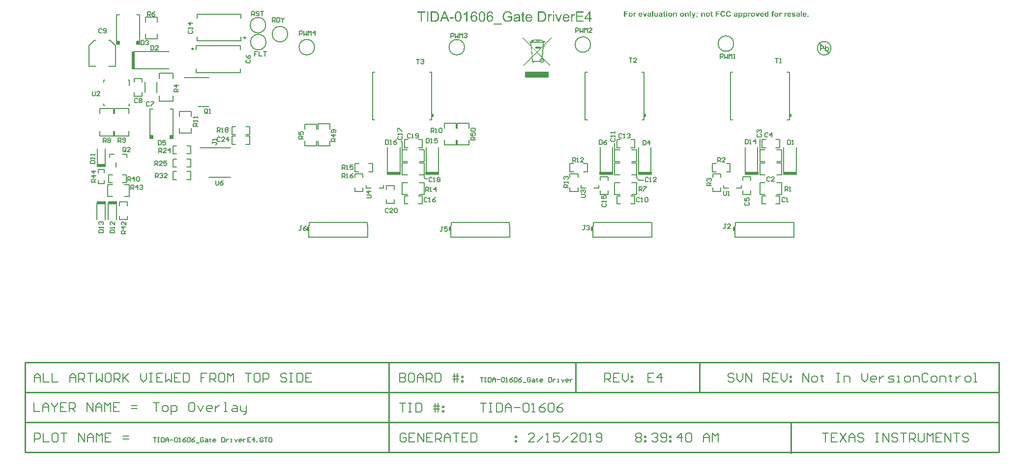
<source format=gto>
G04*
G04 #@! TF.GenerationSoftware,Altium Limited,Altium Designer,18.1.9 (240)*
G04*
G04 Layer_Color=65535*
%FSAX25Y25*%
%MOIN*%
G70*
G01*
G75*
%ADD10C,0.00541*%
%ADD11C,0.00748*%
%ADD12C,0.00787*%
%ADD13C,0.00984*%
%ADD14C,0.00700*%
%ADD15C,0.00800*%
%ADD16C,0.00669*%
%ADD17C,0.00600*%
%ADD18R,0.01181X0.01968*%
%ADD19R,0.01654X0.02953*%
%ADD20R,0.02768X0.02445*%
%ADD21R,0.02000X0.12400*%
%ADD22R,0.09200X0.02000*%
%ADD23R,0.00787X0.03248*%
%ADD24R,0.06299X0.01968*%
%ADD25C,0.01000*%
G36*
X0388955Y0320223D02*
X0388955Y0320223D01*
D01*
X0388954Y0320223D01*
D01*
X0388955Y0320223D01*
D02*
G37*
G36*
X0396928Y0321543D02*
X0392674Y0317210D01*
X0392762Y0317210D01*
Y0315271D01*
X0391495D01*
X0390819Y0308014D01*
X0395822Y0302746D01*
X0395490Y0302431D01*
X0390858Y0307317D01*
X0390875Y0307017D01*
X0390209Y0307461D01*
X0390255Y0307953D01*
X0386979Y0311409D01*
X0384080Y0308456D01*
X0384318Y0305678D01*
X0389154D01*
Y0305121D01*
X0385064Y0305123D01*
Y0304285D01*
X0384033D01*
Y0305124D01*
X0384011Y0305127D01*
X0383945Y0305153D01*
X0383945Y0305153D01*
X0383920Y0305176D01*
X0383874Y0305228D01*
X0383834Y0305284D01*
X0383800Y0305344D01*
X0383786Y0305376D01*
X0383786Y0305376D01*
X0383786Y0305376D01*
X0383560Y0307927D01*
X0378107Y0302372D01*
X0377781Y0302693D01*
X0383508Y0308521D01*
X0382869Y0315744D01*
X0377442Y0321469D01*
Y0322103D01*
X0382806Y0316453D01*
X0382665Y0318051D01*
X0382024D01*
Y0318630D01*
X0382592D01*
X0382592Y0318631D01*
X0382593Y0318636D01*
Y0318636D01*
X0382596Y0318644D01*
X0382596Y0318644D01*
X0382596Y0318645D01*
X0382596Y0318645D01*
X0382596Y0318645D01*
X0382596Y0318646D01*
X0382596D01*
X0382630Y0318736D01*
X0382630Y0318736D01*
X0382630Y0318736D01*
X0382631Y0318737D01*
X0382631Y0318737D01*
X0382631Y0318737D01*
Y0318737D01*
X0382631Y0318737D01*
X0382631Y0318737D01*
X0382635Y0318747D01*
X0382635Y0318747D01*
X0382671Y0318830D01*
X0382671Y0318831D01*
X0382672Y0318832D01*
X0382672Y0318832D01*
X0382673Y0318833D01*
X0382673Y0318833D01*
X0382673D01*
X0382673Y0318834D01*
X0382821Y0319066D01*
X0382821Y0319067D01*
X0382822Y0319067D01*
X0382822Y0319068D01*
X0382823Y0319068D01*
X0382823Y0319069D01*
X0382824Y0319069D01*
Y0319069D01*
X0382824Y0319069D01*
X0383076Y0319340D01*
X0383076Y0319340D01*
X0383076Y0319340D01*
X0383076Y0319340D01*
X0383077Y0319340D01*
X0383076Y0319340D01*
X0383077Y0319340D01*
X0383077D01*
X0383077Y0319340D01*
X0383077Y0319341D01*
X0383078Y0319342D01*
X0383079Y0319342D01*
X0383079Y0319343D01*
X0383079D01*
X0383390Y0319572D01*
X0383390Y0319572D01*
X0383391Y0319573D01*
X0383391Y0319573D01*
X0383392Y0319573D01*
X0383392Y0319573D01*
Y0319573D01*
X0383393Y0319574D01*
X0383659Y0319722D01*
X0383659Y0319722D01*
X0383659Y0319722D01*
X0383659Y0319722D01*
X0383659Y0319722D01*
X0383659Y0319722D01*
X0383660Y0319722D01*
X0383660Y0319723D01*
X0383660Y0319723D01*
X0383661Y0319723D01*
X0383661Y0319723D01*
Y0319723D01*
X0383661Y0319723D01*
X0383753Y0319765D01*
X0383753Y0319765D01*
X0383753Y0319765D01*
X0383753Y0319765D01*
X0383753Y0319765D01*
X0383758Y0319767D01*
X0383762Y0319767D01*
X0383762Y0320113D01*
X0384712D01*
Y0320056D01*
X0384836Y0320085D01*
X0385468Y0320191D01*
X0386096Y0320256D01*
X0386218Y0320264D01*
Y0320484D01*
X0388952D01*
Y0320223D01*
X0388954Y0320223D01*
X0388954Y0320223D01*
X0388954Y0320223D01*
X0388955Y0320223D01*
X0388955Y0320223D01*
X0388955Y0320223D01*
X0388955Y0320223D01*
X0388955Y0320223D01*
X0389139Y0320200D01*
X0389140Y0320200D01*
X0389140Y0320200D01*
X0389140Y0320200D01*
X0389140Y0320200D01*
X0389140Y0320200D01*
X0389139Y0320200D01*
X0389140Y0320200D01*
X0389140Y0320200D01*
X0389140Y0320200D01*
X0389141Y0320200D01*
X0389141Y0320200D01*
X0389692Y0320100D01*
X0389692Y0320100D01*
X0389692Y0320100D01*
X0389693Y0320100D01*
X0389693Y0320100D01*
X0389694Y0320099D01*
X0389694Y0320099D01*
X0390391Y0319903D01*
X0390391Y0319903D01*
X0390391Y0319903D01*
X0390392Y0319903D01*
X0390393Y0319902D01*
X0390393Y0319902D01*
X0390394Y0319902D01*
X0390394Y0319902D01*
X0391001Y0319617D01*
X0391005Y0319615D01*
X0391005Y0319615D01*
X0391005Y0319615D01*
X0391375Y0319340D01*
X0391375Y0319340D01*
X0391375Y0319340D01*
X0391375Y0319340D01*
X0391375Y0319340D01*
X0391375Y0319340D01*
X0391375Y0319339D01*
X0391375Y0319339D01*
X0391376Y0319339D01*
X0391377Y0319338D01*
X0391378Y0319338D01*
X0391378Y0319337D01*
X0391379Y0319336D01*
X0391379Y0319336D01*
X0391476Y0319222D01*
X0391476Y0319222D01*
X0391476Y0319222D01*
X0391476Y0319222D01*
X0391476Y0319222D01*
Y0319222D01*
X0391477Y0319221D01*
X0391479Y0319219D01*
X0391480Y0319216D01*
X0391481Y0319214D01*
X0391481Y0319213D01*
X0391481Y0319212D01*
X0391481Y0319213D01*
Y0319213D01*
X0391476Y0319222D01*
X0391476Y0319222D01*
X0391481Y0319213D01*
X0391481Y0319212D01*
X0391481Y0319212D01*
X0391596Y0318635D01*
X0391596Y0318634D01*
X0391596Y0318634D01*
X0391596Y0318633D01*
X0391596Y0318632D01*
X0391597Y0318631D01*
Y0318630D01*
X0391954D01*
Y0318051D01*
X0391755D01*
X0391676Y0317210D01*
X0392046Y0317210D01*
X0396928Y0322177D01*
Y0321543D01*
D02*
G37*
G36*
X0391002Y0319617D02*
X0391002Y0319617D01*
X0391003Y0319616D01*
X0391004Y0319616D01*
X0391004Y0319615D01*
X0391005Y0319615D01*
X0391005Y0319615D01*
X0391005Y0319615D01*
X0391005Y0319615D01*
X0391005Y0319615D01*
X0391005Y0319615D01*
X0391005Y0319615D01*
X0391001Y0319617D01*
X0391002Y0319617D01*
D02*
G37*
G36*
X0383077Y0319340D02*
X0383077Y0319340D01*
D01*
X0383077Y0319340D01*
D02*
G37*
G36*
X0383077Y0319340D02*
X0383077Y0319340D01*
X0383077Y0319340D01*
X0383077Y0319340D01*
D02*
G37*
G36*
X0394863Y0294509D02*
X0379115D01*
Y0298446D01*
X0394863D01*
Y0294509D01*
D02*
G37*
G36*
X0398664Y0338329D02*
X0397813D01*
Y0339306D01*
X0398664D01*
Y0338329D01*
D02*
G37*
G36*
X0355423Y0339326D02*
X0355478D01*
X0355548Y0339316D01*
X0355628Y0339306D01*
X0355718Y0339291D01*
X0355819Y0339276D01*
X0355919Y0339251D01*
X0356029Y0339221D01*
X0356139Y0339180D01*
X0356249Y0339135D01*
X0356365Y0339085D01*
X0356475Y0339020D01*
X0356580Y0338950D01*
X0356680Y0338870D01*
X0356685Y0338865D01*
X0356705Y0338850D01*
X0356731Y0338820D01*
X0356766Y0338785D01*
X0356806Y0338740D01*
X0356851Y0338680D01*
X0356901Y0338614D01*
X0356956Y0338539D01*
X0357011Y0338454D01*
X0357066Y0338359D01*
X0357121Y0338254D01*
X0357166Y0338139D01*
X0357216Y0338018D01*
X0357257Y0337888D01*
X0357287Y0337748D01*
X0357312Y0337602D01*
X0356465Y0337537D01*
Y0337542D01*
X0356460Y0337557D01*
X0356455Y0337587D01*
X0356445Y0337617D01*
X0356430Y0337663D01*
X0356420Y0337708D01*
X0356380Y0337818D01*
X0356335Y0337933D01*
X0356280Y0338053D01*
X0356214Y0338169D01*
X0356179Y0338219D01*
X0356139Y0338264D01*
X0356134Y0338269D01*
X0356124Y0338279D01*
X0356104Y0338299D01*
X0356079Y0338319D01*
X0356044Y0338349D01*
X0356004Y0338379D01*
X0355959Y0338414D01*
X0355904Y0338449D01*
X0355844Y0338479D01*
X0355779Y0338514D01*
X0355713Y0338544D01*
X0355638Y0338574D01*
X0355558Y0338594D01*
X0355473Y0338614D01*
X0355383Y0338624D01*
X0355293Y0338629D01*
X0355253D01*
X0355222Y0338624D01*
X0355187D01*
X0355147Y0338619D01*
X0355102Y0338609D01*
X0355047Y0338599D01*
X0354937Y0338574D01*
X0354817Y0338534D01*
X0354696Y0338474D01*
X0354636Y0338439D01*
X0354576Y0338399D01*
X0354571Y0338394D01*
X0354561Y0338384D01*
X0354536Y0338369D01*
X0354511Y0338344D01*
X0354476Y0338314D01*
X0354436Y0338279D01*
X0354396Y0338234D01*
X0354346Y0338184D01*
X0354296Y0338128D01*
X0354245Y0338063D01*
X0354190Y0337993D01*
X0354140Y0337918D01*
X0354085Y0337833D01*
X0354035Y0337743D01*
X0353985Y0337648D01*
X0353940Y0337547D01*
Y0337542D01*
X0353930Y0337522D01*
X0353920Y0337487D01*
X0353905Y0337442D01*
X0353885Y0337387D01*
X0353865Y0337317D01*
X0353845Y0337232D01*
X0353825Y0337137D01*
X0353805Y0337031D01*
X0353780Y0336911D01*
X0353760Y0336776D01*
X0353745Y0336635D01*
X0353730Y0336480D01*
X0353714Y0336315D01*
X0353709Y0336135D01*
X0353704Y0335944D01*
X0353709Y0335949D01*
X0353719Y0335964D01*
X0353734Y0335989D01*
X0353760Y0336019D01*
X0353790Y0336059D01*
X0353825Y0336104D01*
X0353865Y0336155D01*
X0353915Y0336210D01*
X0353965Y0336265D01*
X0354020Y0336320D01*
X0354150Y0336435D01*
X0354291Y0336545D01*
X0354371Y0336595D01*
X0354451Y0336641D01*
X0354456Y0336646D01*
X0354471Y0336650D01*
X0354496Y0336661D01*
X0354526Y0336676D01*
X0354571Y0336696D01*
X0354616Y0336716D01*
X0354671Y0336736D01*
X0354736Y0336756D01*
X0354802Y0336776D01*
X0354877Y0336796D01*
X0355032Y0336836D01*
X0355207Y0336861D01*
X0355298Y0336871D01*
X0355428D01*
X0355473Y0336866D01*
X0355528Y0336861D01*
X0355603Y0336851D01*
X0355688Y0336836D01*
X0355784Y0336816D01*
X0355889Y0336791D01*
X0355999Y0336761D01*
X0356114Y0336716D01*
X0356235Y0336666D01*
X0356360Y0336605D01*
X0356480Y0336530D01*
X0356600Y0336450D01*
X0356720Y0336350D01*
X0356836Y0336240D01*
X0356841Y0336235D01*
X0356861Y0336210D01*
X0356891Y0336175D01*
X0356931Y0336124D01*
X0356976Y0336064D01*
X0357026Y0335989D01*
X0357081Y0335904D01*
X0357136Y0335804D01*
X0357191Y0335694D01*
X0357246Y0335568D01*
X0357297Y0335438D01*
X0357342Y0335293D01*
X0357382Y0335138D01*
X0357412Y0334977D01*
X0357432Y0334802D01*
X0357437Y0334621D01*
Y0334616D01*
Y0334591D01*
Y0334556D01*
X0357432Y0334511D01*
X0357427Y0334451D01*
X0357422Y0334386D01*
X0357412Y0334311D01*
X0357402Y0334226D01*
X0357387Y0334136D01*
X0357367Y0334040D01*
X0357347Y0333940D01*
X0357317Y0333835D01*
X0357282Y0333730D01*
X0357246Y0333624D01*
X0357201Y0333514D01*
X0357151Y0333409D01*
X0357146Y0333404D01*
X0357136Y0333384D01*
X0357121Y0333354D01*
X0357101Y0333319D01*
X0357071Y0333269D01*
X0357036Y0333214D01*
X0356996Y0333158D01*
X0356951Y0333093D01*
X0356896Y0333023D01*
X0356841Y0332953D01*
X0356776Y0332883D01*
X0356705Y0332813D01*
X0356635Y0332743D01*
X0356555Y0332673D01*
X0356470Y0332612D01*
X0356380Y0332552D01*
X0356375Y0332547D01*
X0356360Y0332537D01*
X0356330Y0332527D01*
X0356295Y0332507D01*
X0356244Y0332482D01*
X0356189Y0332457D01*
X0356129Y0332432D01*
X0356054Y0332407D01*
X0355979Y0332377D01*
X0355894Y0332352D01*
X0355799Y0332327D01*
X0355703Y0332302D01*
X0355598Y0332282D01*
X0355493Y0332272D01*
X0355378Y0332262D01*
X0355262Y0332257D01*
X0355217D01*
X0355192Y0332262D01*
X0355162D01*
X0355087Y0332267D01*
X0354997Y0332282D01*
X0354892Y0332297D01*
X0354777Y0332322D01*
X0354646Y0332357D01*
X0354511Y0332397D01*
X0354371Y0332447D01*
X0354230Y0332512D01*
X0354085Y0332587D01*
X0353940Y0332678D01*
X0353795Y0332783D01*
X0353659Y0332903D01*
X0353529Y0333038D01*
X0353524Y0333048D01*
X0353499Y0333073D01*
X0353469Y0333123D01*
X0353424Y0333189D01*
X0353374Y0333274D01*
X0353344Y0333324D01*
X0353319Y0333379D01*
X0353289Y0333439D01*
X0353258Y0333504D01*
X0353223Y0333579D01*
X0353193Y0333654D01*
X0353163Y0333735D01*
X0353133Y0333820D01*
X0353098Y0333915D01*
X0353068Y0334010D01*
X0353043Y0334115D01*
X0353013Y0334221D01*
X0352988Y0334336D01*
X0352963Y0334456D01*
X0352938Y0334581D01*
X0352918Y0334712D01*
X0352903Y0334847D01*
X0352888Y0334987D01*
X0352873Y0335138D01*
X0352868Y0335288D01*
X0352858Y0335448D01*
Y0335613D01*
Y0335618D01*
Y0335638D01*
Y0335664D01*
Y0335704D01*
X0352863Y0335749D01*
Y0335804D01*
X0352868Y0335869D01*
Y0335944D01*
X0352873Y0336019D01*
X0352883Y0336109D01*
X0352888Y0336200D01*
X0352898Y0336300D01*
X0352918Y0336505D01*
X0352953Y0336731D01*
X0352988Y0336966D01*
X0353038Y0337212D01*
X0353098Y0337452D01*
X0353168Y0337693D01*
X0353254Y0337928D01*
X0353354Y0338148D01*
X0353409Y0338254D01*
X0353469Y0338349D01*
X0353534Y0338444D01*
X0353599Y0338534D01*
X0353609Y0338544D01*
X0353629Y0338569D01*
X0353664Y0338609D01*
X0353719Y0338660D01*
X0353785Y0338720D01*
X0353860Y0338785D01*
X0353955Y0338860D01*
X0354060Y0338935D01*
X0354180Y0339005D01*
X0354311Y0339080D01*
X0354451Y0339145D01*
X0354606Y0339206D01*
X0354777Y0339256D01*
X0354952Y0339296D01*
X0355142Y0339321D01*
X0355343Y0339331D01*
X0355378D01*
X0355423Y0339326D01*
D02*
G37*
G36*
X0344651D02*
X0344707D01*
X0344777Y0339316D01*
X0344857Y0339306D01*
X0344947Y0339291D01*
X0345047Y0339276D01*
X0345147Y0339251D01*
X0345258Y0339221D01*
X0345368Y0339180D01*
X0345478Y0339135D01*
X0345593Y0339085D01*
X0345704Y0339020D01*
X0345809Y0338950D01*
X0345909Y0338870D01*
X0345914Y0338865D01*
X0345934Y0338850D01*
X0345959Y0338820D01*
X0345994Y0338785D01*
X0346034Y0338740D01*
X0346079Y0338680D01*
X0346129Y0338614D01*
X0346184Y0338539D01*
X0346239Y0338454D01*
X0346295Y0338359D01*
X0346350Y0338254D01*
X0346395Y0338139D01*
X0346445Y0338018D01*
X0346485Y0337888D01*
X0346515Y0337748D01*
X0346540Y0337602D01*
X0345693Y0337537D01*
Y0337542D01*
X0345688Y0337557D01*
X0345683Y0337587D01*
X0345673Y0337617D01*
X0345658Y0337663D01*
X0345648Y0337708D01*
X0345608Y0337818D01*
X0345563Y0337933D01*
X0345508Y0338053D01*
X0345443Y0338169D01*
X0345408Y0338219D01*
X0345368Y0338264D01*
X0345363Y0338269D01*
X0345353Y0338279D01*
X0345333Y0338299D01*
X0345308Y0338319D01*
X0345273Y0338349D01*
X0345233Y0338379D01*
X0345187Y0338414D01*
X0345132Y0338449D01*
X0345072Y0338479D01*
X0345007Y0338514D01*
X0344942Y0338544D01*
X0344867Y0338574D01*
X0344787Y0338594D01*
X0344702Y0338614D01*
X0344611Y0338624D01*
X0344521Y0338629D01*
X0344481D01*
X0344451Y0338624D01*
X0344416D01*
X0344376Y0338619D01*
X0344331Y0338609D01*
X0344276Y0338599D01*
X0344165Y0338574D01*
X0344045Y0338534D01*
X0343925Y0338474D01*
X0343865Y0338439D01*
X0343805Y0338399D01*
X0343800Y0338394D01*
X0343790Y0338384D01*
X0343765Y0338369D01*
X0343740Y0338344D01*
X0343705Y0338314D01*
X0343664Y0338279D01*
X0343624Y0338234D01*
X0343574Y0338184D01*
X0343524Y0338128D01*
X0343474Y0338063D01*
X0343419Y0337993D01*
X0343369Y0337918D01*
X0343314Y0337833D01*
X0343264Y0337743D01*
X0343214Y0337648D01*
X0343168Y0337547D01*
Y0337542D01*
X0343158Y0337522D01*
X0343148Y0337487D01*
X0343133Y0337442D01*
X0343113Y0337387D01*
X0343093Y0337317D01*
X0343073Y0337232D01*
X0343053Y0337137D01*
X0343033Y0337031D01*
X0343008Y0336911D01*
X0342988Y0336776D01*
X0342973Y0336635D01*
X0342958Y0336480D01*
X0342943Y0336315D01*
X0342938Y0336135D01*
X0342933Y0335944D01*
X0342938Y0335949D01*
X0342948Y0335964D01*
X0342963Y0335989D01*
X0342988Y0336019D01*
X0343018Y0336059D01*
X0343053Y0336104D01*
X0343093Y0336155D01*
X0343143Y0336210D01*
X0343193Y0336265D01*
X0343249Y0336320D01*
X0343379Y0336435D01*
X0343519Y0336545D01*
X0343599Y0336595D01*
X0343679Y0336641D01*
X0343684Y0336646D01*
X0343699Y0336650D01*
X0343724Y0336661D01*
X0343755Y0336676D01*
X0343800Y0336696D01*
X0343845Y0336716D01*
X0343900Y0336736D01*
X0343965Y0336756D01*
X0344030Y0336776D01*
X0344105Y0336796D01*
X0344261Y0336836D01*
X0344436Y0336861D01*
X0344526Y0336871D01*
X0344656D01*
X0344702Y0336866D01*
X0344757Y0336861D01*
X0344832Y0336851D01*
X0344917Y0336836D01*
X0345012Y0336816D01*
X0345117Y0336791D01*
X0345228Y0336761D01*
X0345343Y0336716D01*
X0345463Y0336666D01*
X0345588Y0336605D01*
X0345708Y0336530D01*
X0345829Y0336450D01*
X0345949Y0336350D01*
X0346064Y0336240D01*
X0346069Y0336235D01*
X0346089Y0336210D01*
X0346119Y0336175D01*
X0346159Y0336124D01*
X0346204Y0336064D01*
X0346255Y0335989D01*
X0346310Y0335904D01*
X0346365Y0335804D01*
X0346420Y0335694D01*
X0346475Y0335568D01*
X0346525Y0335438D01*
X0346570Y0335293D01*
X0346610Y0335138D01*
X0346640Y0334977D01*
X0346660Y0334802D01*
X0346665Y0334621D01*
Y0334616D01*
Y0334591D01*
Y0334556D01*
X0346660Y0334511D01*
X0346655Y0334451D01*
X0346650Y0334386D01*
X0346640Y0334311D01*
X0346630Y0334226D01*
X0346615Y0334136D01*
X0346595Y0334040D01*
X0346575Y0333940D01*
X0346545Y0333835D01*
X0346510Y0333730D01*
X0346475Y0333624D01*
X0346430Y0333514D01*
X0346380Y0333409D01*
X0346375Y0333404D01*
X0346365Y0333384D01*
X0346350Y0333354D01*
X0346330Y0333319D01*
X0346300Y0333269D01*
X0346265Y0333214D01*
X0346224Y0333158D01*
X0346179Y0333093D01*
X0346124Y0333023D01*
X0346069Y0332953D01*
X0346004Y0332883D01*
X0345934Y0332813D01*
X0345864Y0332743D01*
X0345784Y0332673D01*
X0345698Y0332612D01*
X0345608Y0332552D01*
X0345603Y0332547D01*
X0345588Y0332537D01*
X0345558Y0332527D01*
X0345523Y0332507D01*
X0345473Y0332482D01*
X0345418Y0332457D01*
X0345358Y0332432D01*
X0345283Y0332407D01*
X0345208Y0332377D01*
X0345122Y0332352D01*
X0345027Y0332327D01*
X0344932Y0332302D01*
X0344827Y0332282D01*
X0344722Y0332272D01*
X0344606Y0332262D01*
X0344491Y0332257D01*
X0344446D01*
X0344421Y0332262D01*
X0344391D01*
X0344316Y0332267D01*
X0344226Y0332282D01*
X0344120Y0332297D01*
X0344005Y0332322D01*
X0343875Y0332357D01*
X0343740Y0332397D01*
X0343599Y0332447D01*
X0343459Y0332512D01*
X0343314Y0332587D01*
X0343168Y0332678D01*
X0343023Y0332783D01*
X0342888Y0332903D01*
X0342758Y0333038D01*
X0342753Y0333048D01*
X0342727Y0333073D01*
X0342697Y0333123D01*
X0342652Y0333189D01*
X0342602Y0333274D01*
X0342572Y0333324D01*
X0342547Y0333379D01*
X0342517Y0333439D01*
X0342487Y0333504D01*
X0342452Y0333579D01*
X0342422Y0333654D01*
X0342392Y0333735D01*
X0342362Y0333820D01*
X0342327Y0333915D01*
X0342297Y0334010D01*
X0342272Y0334115D01*
X0342242Y0334221D01*
X0342216Y0334336D01*
X0342191Y0334456D01*
X0342166Y0334581D01*
X0342146Y0334712D01*
X0342131Y0334847D01*
X0342116Y0334987D01*
X0342101Y0335138D01*
X0342096Y0335288D01*
X0342086Y0335448D01*
Y0335613D01*
Y0335618D01*
Y0335638D01*
Y0335664D01*
Y0335704D01*
X0342091Y0335749D01*
Y0335804D01*
X0342096Y0335869D01*
Y0335944D01*
X0342101Y0336019D01*
X0342111Y0336109D01*
X0342116Y0336200D01*
X0342126Y0336300D01*
X0342146Y0336505D01*
X0342181Y0336731D01*
X0342216Y0336966D01*
X0342267Y0337212D01*
X0342327Y0337452D01*
X0342397Y0337693D01*
X0342482Y0337928D01*
X0342582Y0338148D01*
X0342637Y0338254D01*
X0342697Y0338349D01*
X0342763Y0338444D01*
X0342828Y0338534D01*
X0342838Y0338544D01*
X0342858Y0338569D01*
X0342893Y0338609D01*
X0342948Y0338660D01*
X0343013Y0338720D01*
X0343088Y0338785D01*
X0343183Y0338860D01*
X0343289Y0338935D01*
X0343409Y0339005D01*
X0343539Y0339080D01*
X0343679Y0339145D01*
X0343835Y0339206D01*
X0344005Y0339256D01*
X0344180Y0339296D01*
X0344371Y0339321D01*
X0344571Y0339331D01*
X0344606D01*
X0344651Y0339326D01*
D02*
G37*
G36*
X0367372Y0339421D02*
X0367442D01*
X0367517Y0339411D01*
X0367602Y0339406D01*
X0367697Y0339396D01*
X0367803Y0339381D01*
X0367908Y0339366D01*
X0368138Y0339321D01*
X0368253Y0339296D01*
X0368374Y0339261D01*
X0368489Y0339226D01*
X0368604Y0339180D01*
X0368609Y0339176D01*
X0368629Y0339171D01*
X0368664Y0339156D01*
X0368704Y0339135D01*
X0368755Y0339110D01*
X0368815Y0339080D01*
X0368880Y0339045D01*
X0368955Y0339005D01*
X0369030Y0338955D01*
X0369105Y0338905D01*
X0369266Y0338790D01*
X0369421Y0338654D01*
X0369496Y0338579D01*
X0369561Y0338499D01*
X0369566Y0338494D01*
X0369576Y0338479D01*
X0369596Y0338454D01*
X0369616Y0338419D01*
X0369646Y0338379D01*
X0369681Y0338324D01*
X0369716Y0338264D01*
X0369757Y0338194D01*
X0369796Y0338118D01*
X0369842Y0338028D01*
X0369887Y0337938D01*
X0369927Y0337838D01*
X0369972Y0337728D01*
X0370012Y0337612D01*
X0370052Y0337492D01*
X0370087Y0337362D01*
X0369261Y0337137D01*
Y0337141D01*
X0369255Y0337161D01*
X0369245Y0337187D01*
X0369230Y0337227D01*
X0369215Y0337267D01*
X0369200Y0337322D01*
X0369175Y0337377D01*
X0369155Y0337442D01*
X0369095Y0337572D01*
X0369030Y0337713D01*
X0368955Y0337848D01*
X0368915Y0337908D01*
X0368870Y0337968D01*
X0368865Y0337973D01*
X0368860Y0337983D01*
X0368845Y0337998D01*
X0368830Y0338018D01*
X0368805Y0338043D01*
X0368775Y0338073D01*
X0368739Y0338108D01*
X0368699Y0338143D01*
X0368654Y0338184D01*
X0368609Y0338224D01*
X0368494Y0338304D01*
X0368359Y0338384D01*
X0368208Y0338454D01*
X0368203D01*
X0368188Y0338464D01*
X0368163Y0338469D01*
X0368133Y0338484D01*
X0368093Y0338499D01*
X0368043Y0338514D01*
X0367988Y0338529D01*
X0367928Y0338549D01*
X0367863Y0338564D01*
X0367788Y0338579D01*
X0367707Y0338594D01*
X0367627Y0338609D01*
X0367447Y0338629D01*
X0367256Y0338639D01*
X0367196D01*
X0367151Y0338634D01*
X0367096D01*
X0367031Y0338629D01*
X0366961Y0338624D01*
X0366886Y0338614D01*
X0366801Y0338604D01*
X0366710Y0338594D01*
X0366530Y0338559D01*
X0366345Y0338509D01*
X0366164Y0338444D01*
X0366159D01*
X0366144Y0338434D01*
X0366119Y0338424D01*
X0366089Y0338409D01*
X0366049Y0338389D01*
X0366004Y0338369D01*
X0365954Y0338339D01*
X0365904Y0338309D01*
X0365784Y0338239D01*
X0365663Y0338148D01*
X0365538Y0338048D01*
X0365428Y0337938D01*
X0365423Y0337933D01*
X0365418Y0337923D01*
X0365403Y0337908D01*
X0365383Y0337883D01*
X0365358Y0337853D01*
X0365333Y0337823D01*
X0365303Y0337783D01*
X0365267Y0337738D01*
X0365197Y0337637D01*
X0365122Y0337522D01*
X0365052Y0337392D01*
X0364987Y0337257D01*
X0364982Y0337252D01*
X0364977Y0337227D01*
X0364962Y0337192D01*
X0364947Y0337146D01*
X0364927Y0337086D01*
X0364907Y0337016D01*
X0364882Y0336931D01*
X0364857Y0336841D01*
X0364832Y0336741D01*
X0364807Y0336635D01*
X0364787Y0336520D01*
X0364767Y0336395D01*
X0364752Y0336270D01*
X0364736Y0336135D01*
X0364731Y0335999D01*
X0364726Y0335859D01*
Y0335854D01*
Y0335849D01*
Y0335819D01*
Y0335769D01*
X0364731Y0335704D01*
X0364736Y0335623D01*
X0364741Y0335533D01*
X0364752Y0335428D01*
X0364767Y0335318D01*
X0364781Y0335198D01*
X0364802Y0335072D01*
X0364832Y0334942D01*
X0364862Y0334812D01*
X0364897Y0334682D01*
X0364937Y0334551D01*
X0364987Y0334426D01*
X0365042Y0334306D01*
X0365047Y0334301D01*
X0365057Y0334281D01*
X0365077Y0334246D01*
X0365102Y0334206D01*
X0365137Y0334151D01*
X0365177Y0334095D01*
X0365222Y0334030D01*
X0365278Y0333960D01*
X0365343Y0333885D01*
X0365413Y0333810D01*
X0365488Y0333730D01*
X0365573Y0333654D01*
X0365663Y0333579D01*
X0365758Y0333509D01*
X0365864Y0333444D01*
X0365974Y0333384D01*
X0365979Y0333379D01*
X0366004Y0333369D01*
X0366034Y0333354D01*
X0366079Y0333339D01*
X0366134Y0333314D01*
X0366204Y0333289D01*
X0366280Y0333264D01*
X0366365Y0333234D01*
X0366460Y0333204D01*
X0366560Y0333179D01*
X0366665Y0333154D01*
X0366775Y0333128D01*
X0366896Y0333113D01*
X0367016Y0333098D01*
X0367141Y0333088D01*
X0367267Y0333083D01*
X0367327D01*
X0367367Y0333088D01*
X0367422D01*
X0367487Y0333093D01*
X0367557Y0333103D01*
X0367637Y0333113D01*
X0367722Y0333123D01*
X0367813Y0333138D01*
X0368008Y0333179D01*
X0368218Y0333234D01*
X0368324Y0333269D01*
X0368429Y0333309D01*
X0368434Y0333314D01*
X0368454Y0333319D01*
X0368484Y0333334D01*
X0368524Y0333349D01*
X0368569Y0333369D01*
X0368624Y0333394D01*
X0368684Y0333424D01*
X0368749Y0333459D01*
X0368890Y0333529D01*
X0369035Y0333614D01*
X0369175Y0333705D01*
X0369235Y0333750D01*
X0369296Y0333800D01*
Y0335092D01*
X0367256D01*
Y0335909D01*
X0370192D01*
Y0333334D01*
X0370182Y0333329D01*
X0370162Y0333309D01*
X0370127Y0333284D01*
X0370077Y0333244D01*
X0370012Y0333204D01*
X0369942Y0333149D01*
X0369857Y0333093D01*
X0369766Y0333033D01*
X0369661Y0332968D01*
X0369556Y0332903D01*
X0369441Y0332833D01*
X0369316Y0332768D01*
X0369060Y0332638D01*
X0368930Y0332582D01*
X0368794Y0332527D01*
X0368784Y0332522D01*
X0368764Y0332517D01*
X0368724Y0332502D01*
X0368669Y0332487D01*
X0368604Y0332467D01*
X0368529Y0332442D01*
X0368439Y0332417D01*
X0368344Y0332392D01*
X0368233Y0332367D01*
X0368118Y0332342D01*
X0367998Y0332322D01*
X0367873Y0332297D01*
X0367602Y0332267D01*
X0367462Y0332262D01*
X0367322Y0332257D01*
X0367251D01*
X0367221Y0332262D01*
X0367151D01*
X0367061Y0332272D01*
X0366956Y0332282D01*
X0366836Y0332292D01*
X0366705Y0332312D01*
X0366565Y0332337D01*
X0366420Y0332362D01*
X0366265Y0332397D01*
X0366104Y0332442D01*
X0365944Y0332492D01*
X0365784Y0332547D01*
X0365623Y0332617D01*
X0365463Y0332693D01*
X0365453Y0332698D01*
X0365428Y0332713D01*
X0365383Y0332738D01*
X0365328Y0332773D01*
X0365258Y0332818D01*
X0365177Y0332873D01*
X0365087Y0332938D01*
X0364992Y0333013D01*
X0364892Y0333098D01*
X0364787Y0333194D01*
X0364681Y0333294D01*
X0364576Y0333409D01*
X0364476Y0333534D01*
X0364376Y0333664D01*
X0364285Y0333805D01*
X0364200Y0333955D01*
X0364195Y0333965D01*
X0364180Y0333995D01*
X0364160Y0334040D01*
X0364135Y0334100D01*
X0364105Y0334181D01*
X0364065Y0334271D01*
X0364030Y0334381D01*
X0363990Y0334496D01*
X0363950Y0334631D01*
X0363915Y0334772D01*
X0363880Y0334922D01*
X0363845Y0335087D01*
X0363820Y0335258D01*
X0363800Y0335433D01*
X0363785Y0335613D01*
X0363779Y0335804D01*
Y0335809D01*
Y0335814D01*
Y0335829D01*
Y0335849D01*
Y0335874D01*
X0363785Y0335904D01*
Y0335974D01*
X0363795Y0336064D01*
X0363800Y0336170D01*
X0363815Y0336290D01*
X0363835Y0336420D01*
X0363855Y0336560D01*
X0363885Y0336711D01*
X0363915Y0336866D01*
X0363955Y0337026D01*
X0364005Y0337192D01*
X0364060Y0337362D01*
X0364125Y0337527D01*
X0364200Y0337693D01*
Y0337698D01*
X0364205Y0337703D01*
X0364220Y0337733D01*
X0364246Y0337778D01*
X0364281Y0337838D01*
X0364321Y0337908D01*
X0364376Y0337993D01*
X0364441Y0338088D01*
X0364511Y0338189D01*
X0364591Y0338294D01*
X0364681Y0338399D01*
X0364781Y0338509D01*
X0364892Y0338614D01*
X0365012Y0338720D01*
X0365137Y0338820D01*
X0365272Y0338915D01*
X0365418Y0339000D01*
X0365428Y0339005D01*
X0365453Y0339020D01*
X0365498Y0339040D01*
X0365558Y0339065D01*
X0365633Y0339100D01*
X0365723Y0339135D01*
X0365829Y0339176D01*
X0365944Y0339216D01*
X0366074Y0339251D01*
X0366214Y0339291D01*
X0366365Y0339326D01*
X0366525Y0339361D01*
X0366695Y0339386D01*
X0366871Y0339406D01*
X0367056Y0339421D01*
X0367247Y0339426D01*
X0367322D01*
X0367372Y0339421D01*
D02*
G37*
G36*
X0412106Y0337502D02*
X0412146Y0337497D01*
X0412191Y0337492D01*
X0412241Y0337482D01*
X0412301Y0337472D01*
X0412366Y0337457D01*
X0412437Y0337442D01*
X0412582Y0337392D01*
X0412662Y0337362D01*
X0412742Y0337322D01*
X0412822Y0337282D01*
X0412908Y0337232D01*
X0412607Y0336445D01*
X0412602D01*
X0412592Y0336455D01*
X0412577Y0336460D01*
X0412552Y0336475D01*
X0412527Y0336485D01*
X0412492Y0336500D01*
X0412412Y0336535D01*
X0412321Y0336570D01*
X0412216Y0336595D01*
X0412101Y0336615D01*
X0411986Y0336625D01*
X0411941D01*
X0411885Y0336615D01*
X0411820Y0336605D01*
X0411745Y0336585D01*
X0411660Y0336555D01*
X0411575Y0336510D01*
X0411490Y0336455D01*
X0411480Y0336445D01*
X0411455Y0336425D01*
X0411415Y0336385D01*
X0411370Y0336335D01*
X0411314Y0336270D01*
X0411264Y0336190D01*
X0411214Y0336094D01*
X0411174Y0335989D01*
Y0335984D01*
X0411169Y0335969D01*
X0411159Y0335944D01*
X0411154Y0335909D01*
X0411144Y0335869D01*
X0411129Y0335819D01*
X0411119Y0335759D01*
X0411104Y0335699D01*
X0411089Y0335623D01*
X0411079Y0335548D01*
X0411069Y0335468D01*
X0411054Y0335383D01*
X0411039Y0335198D01*
X0411034Y0334997D01*
Y0332372D01*
X0410182D01*
Y0337397D01*
X0410949D01*
Y0336625D01*
X0410954Y0336631D01*
X0410964Y0336650D01*
X0410979Y0336676D01*
X0410999Y0336711D01*
X0411024Y0336756D01*
X0411054Y0336806D01*
X0411124Y0336916D01*
X0411209Y0337031D01*
X0411299Y0337152D01*
X0411344Y0337202D01*
X0411390Y0337252D01*
X0411440Y0337297D01*
X0411485Y0337332D01*
X0411490D01*
X0411495Y0337342D01*
X0411510Y0337347D01*
X0411530Y0337362D01*
X0411580Y0337387D01*
X0411645Y0337422D01*
X0411730Y0337452D01*
X0411820Y0337482D01*
X0411921Y0337502D01*
X0412031Y0337507D01*
X0412076D01*
X0412106Y0337502D01*
D02*
G37*
G36*
X0396500D02*
X0396540Y0337497D01*
X0396585Y0337492D01*
X0396635Y0337482D01*
X0396695Y0337472D01*
X0396760Y0337457D01*
X0396831Y0337442D01*
X0396976Y0337392D01*
X0397056Y0337362D01*
X0397136Y0337322D01*
X0397216Y0337282D01*
X0397301Y0337232D01*
X0397001Y0336445D01*
X0396996D01*
X0396986Y0336455D01*
X0396971Y0336460D01*
X0396946Y0336475D01*
X0396921Y0336485D01*
X0396886Y0336500D01*
X0396806Y0336535D01*
X0396715Y0336570D01*
X0396610Y0336595D01*
X0396495Y0336615D01*
X0396380Y0336625D01*
X0396335D01*
X0396279Y0336615D01*
X0396214Y0336605D01*
X0396139Y0336585D01*
X0396054Y0336555D01*
X0395969Y0336510D01*
X0395884Y0336455D01*
X0395874Y0336445D01*
X0395848Y0336425D01*
X0395809Y0336385D01*
X0395763Y0336335D01*
X0395708Y0336270D01*
X0395658Y0336190D01*
X0395608Y0336094D01*
X0395568Y0335989D01*
Y0335984D01*
X0395563Y0335969D01*
X0395553Y0335944D01*
X0395548Y0335909D01*
X0395538Y0335869D01*
X0395523Y0335819D01*
X0395513Y0335759D01*
X0395498Y0335699D01*
X0395483Y0335623D01*
X0395473Y0335548D01*
X0395463Y0335468D01*
X0395448Y0335383D01*
X0395433Y0335198D01*
X0395428Y0334997D01*
Y0332372D01*
X0394576D01*
Y0337397D01*
X0395342D01*
Y0336625D01*
X0395347Y0336631D01*
X0395358Y0336650D01*
X0395373Y0336676D01*
X0395393Y0336711D01*
X0395418Y0336756D01*
X0395448Y0336806D01*
X0395518Y0336916D01*
X0395603Y0337031D01*
X0395693Y0337152D01*
X0395738Y0337202D01*
X0395783Y0337252D01*
X0395833Y0337297D01*
X0395879Y0337332D01*
X0395884D01*
X0395889Y0337342D01*
X0395904Y0337347D01*
X0395924Y0337362D01*
X0395974Y0337387D01*
X0396039Y0337422D01*
X0396124Y0337452D01*
X0396214Y0337482D01*
X0396315Y0337502D01*
X0396425Y0337507D01*
X0396470D01*
X0396500Y0337502D01*
D02*
G37*
G36*
X0330648Y0334451D02*
X0328023D01*
Y0335308D01*
X0330648D01*
Y0334451D01*
D02*
G37*
G36*
X0402146Y0332372D02*
X0401349D01*
X0399446Y0337397D01*
X0400343D01*
X0401420Y0334386D01*
Y0334381D01*
X0401430Y0334366D01*
X0401435Y0334336D01*
X0401450Y0334301D01*
X0401465Y0334256D01*
X0401485Y0334206D01*
X0401505Y0334145D01*
X0401525Y0334075D01*
X0401550Y0334005D01*
X0401575Y0333925D01*
X0401630Y0333755D01*
X0401685Y0333569D01*
X0401740Y0333374D01*
Y0333379D01*
X0401745Y0333394D01*
X0401750Y0333414D01*
X0401760Y0333444D01*
X0401775Y0333484D01*
X0401785Y0333529D01*
X0401805Y0333584D01*
X0401826Y0333645D01*
X0401846Y0333710D01*
X0401871Y0333780D01*
X0401896Y0333860D01*
X0401921Y0333945D01*
X0401951Y0334035D01*
X0401986Y0334131D01*
X0402056Y0334331D01*
X0403173Y0337397D01*
X0404050D01*
X0402146Y0332372D01*
D02*
G37*
G36*
X0423218Y0334812D02*
X0424155D01*
Y0334030D01*
X0423218D01*
Y0332372D01*
X0422367D01*
Y0334030D01*
X0419360D01*
Y0334812D01*
X0422522Y0339306D01*
X0423218D01*
Y0334812D01*
D02*
G37*
G36*
X0418554Y0338489D02*
X0414461D01*
Y0336365D01*
X0418293D01*
Y0335548D01*
X0414461D01*
Y0333189D01*
X0418714D01*
Y0332372D01*
X0413544D01*
Y0339306D01*
X0418554D01*
Y0338489D01*
D02*
G37*
G36*
X0398664Y0332372D02*
X0397813D01*
Y0337397D01*
X0398664D01*
Y0332372D01*
D02*
G37*
G36*
X0390282Y0339301D02*
X0390363D01*
X0390448Y0339296D01*
X0390543D01*
X0390743Y0339281D01*
X0390949Y0339266D01*
X0391049Y0339251D01*
X0391144Y0339241D01*
X0391234Y0339226D01*
X0391319Y0339206D01*
X0391324D01*
X0391344Y0339201D01*
X0391375Y0339191D01*
X0391420Y0339180D01*
X0391470Y0339160D01*
X0391530Y0339141D01*
X0391595Y0339120D01*
X0391670Y0339090D01*
X0391826Y0339025D01*
X0391996Y0338935D01*
X0392166Y0338835D01*
X0392251Y0338775D01*
X0392332Y0338710D01*
X0392337Y0338705D01*
X0392357Y0338690D01*
X0392387Y0338660D01*
X0392422Y0338624D01*
X0392467Y0338579D01*
X0392522Y0338524D01*
X0392577Y0338459D01*
X0392642Y0338389D01*
X0392707Y0338304D01*
X0392772Y0338214D01*
X0392843Y0338118D01*
X0392913Y0338013D01*
X0392978Y0337898D01*
X0393038Y0337783D01*
X0393098Y0337652D01*
X0393153Y0337522D01*
X0393158Y0337512D01*
X0393163Y0337487D01*
X0393178Y0337452D01*
X0393198Y0337397D01*
X0393218Y0337327D01*
X0393238Y0337247D01*
X0393263Y0337152D01*
X0393293Y0337046D01*
X0393319Y0336931D01*
X0393343Y0336801D01*
X0393364Y0336666D01*
X0393384Y0336520D01*
X0393404Y0336370D01*
X0393419Y0336210D01*
X0393424Y0336044D01*
X0393429Y0335874D01*
Y0335864D01*
Y0335839D01*
Y0335799D01*
X0393424Y0335739D01*
Y0335673D01*
X0393419Y0335593D01*
X0393414Y0335503D01*
X0393404Y0335403D01*
X0393394Y0335298D01*
X0393384Y0335183D01*
X0393349Y0334947D01*
X0393303Y0334707D01*
X0393243Y0334471D01*
Y0334466D01*
X0393233Y0334446D01*
X0393223Y0334411D01*
X0393208Y0334371D01*
X0393193Y0334321D01*
X0393168Y0334261D01*
X0393143Y0334191D01*
X0393113Y0334120D01*
X0393048Y0333960D01*
X0392963Y0333790D01*
X0392873Y0333624D01*
X0392767Y0333464D01*
X0392762Y0333459D01*
X0392752Y0333449D01*
X0392737Y0333424D01*
X0392717Y0333399D01*
X0392692Y0333364D01*
X0392657Y0333324D01*
X0392582Y0333234D01*
X0392487Y0333134D01*
X0392382Y0333028D01*
X0392261Y0332928D01*
X0392136Y0332833D01*
X0392131D01*
X0392121Y0332823D01*
X0392101Y0332813D01*
X0392076Y0332798D01*
X0392041Y0332778D01*
X0392001Y0332758D01*
X0391956Y0332733D01*
X0391906Y0332708D01*
X0391846Y0332678D01*
X0391785Y0332647D01*
X0391715Y0332622D01*
X0391645Y0332592D01*
X0391485Y0332537D01*
X0391309Y0332487D01*
X0391304D01*
X0391289Y0332482D01*
X0391259Y0332477D01*
X0391224Y0332467D01*
X0391179Y0332462D01*
X0391124Y0332452D01*
X0391059Y0332442D01*
X0390989Y0332432D01*
X0390909Y0332417D01*
X0390824Y0332407D01*
X0390733Y0332397D01*
X0390633Y0332392D01*
X0390533Y0332382D01*
X0390423Y0332377D01*
X0390197Y0332372D01*
X0387697D01*
Y0339306D01*
X0390217D01*
X0390282Y0339301D01*
D02*
G37*
G36*
X0373719Y0337502D02*
X0373784Y0337497D01*
X0373855Y0337492D01*
X0373930Y0337487D01*
X0374095Y0337467D01*
X0374271Y0337442D01*
X0374441Y0337402D01*
X0374526Y0337377D01*
X0374601Y0337352D01*
X0374606D01*
X0374621Y0337347D01*
X0374641Y0337337D01*
X0374666Y0337327D01*
X0374701Y0337312D01*
X0374736Y0337292D01*
X0374827Y0337247D01*
X0374922Y0337192D01*
X0375022Y0337126D01*
X0375112Y0337056D01*
X0375192Y0336971D01*
Y0336966D01*
X0375202Y0336961D01*
X0375212Y0336946D01*
X0375222Y0336931D01*
X0375257Y0336881D01*
X0375297Y0336811D01*
X0375343Y0336726D01*
X0375383Y0336631D01*
X0375423Y0336515D01*
X0375458Y0336390D01*
Y0336380D01*
X0375463Y0336365D01*
Y0336350D01*
X0375468Y0336325D01*
X0375473Y0336290D01*
X0375478Y0336255D01*
X0375483Y0336210D01*
Y0336159D01*
X0375488Y0336104D01*
X0375493Y0336039D01*
X0375498Y0335969D01*
Y0335889D01*
X0375503Y0335804D01*
Y0335709D01*
Y0335608D01*
Y0334476D01*
Y0334471D01*
Y0334461D01*
Y0334446D01*
Y0334426D01*
Y0334396D01*
Y0334366D01*
Y0334286D01*
Y0334191D01*
X0375508Y0334085D01*
Y0333965D01*
Y0333845D01*
X0375513Y0333589D01*
X0375518Y0333464D01*
X0375523Y0333339D01*
X0375528Y0333229D01*
X0375538Y0333128D01*
X0375543Y0333043D01*
X0375548Y0333003D01*
X0375553Y0332973D01*
Y0332968D01*
X0375558Y0332958D01*
Y0332943D01*
X0375563Y0332918D01*
X0375573Y0332893D01*
X0375578Y0332858D01*
X0375603Y0332778D01*
X0375633Y0332688D01*
X0375668Y0332587D01*
X0375718Y0332482D01*
X0375774Y0332372D01*
X0374887D01*
Y0332377D01*
X0374882Y0332382D01*
X0374872Y0332397D01*
X0374867Y0332417D01*
X0374852Y0332442D01*
X0374842Y0332477D01*
X0374812Y0332547D01*
X0374781Y0332643D01*
X0374751Y0332748D01*
X0374731Y0332863D01*
X0374711Y0332993D01*
X0374706Y0332988D01*
X0374691Y0332973D01*
X0374666Y0332953D01*
X0374631Y0332928D01*
X0374586Y0332893D01*
X0374536Y0332858D01*
X0374481Y0332813D01*
X0374421Y0332768D01*
X0374351Y0332723D01*
X0374281Y0332678D01*
X0374125Y0332582D01*
X0373965Y0332492D01*
X0373880Y0332457D01*
X0373799Y0332422D01*
X0373795D01*
X0373780Y0332417D01*
X0373754Y0332407D01*
X0373724Y0332397D01*
X0373684Y0332387D01*
X0373634Y0332372D01*
X0373579Y0332357D01*
X0373519Y0332342D01*
X0373454Y0332327D01*
X0373379Y0332312D01*
X0373218Y0332287D01*
X0373048Y0332267D01*
X0372863Y0332262D01*
X0372828D01*
X0372782Y0332267D01*
X0372727D01*
X0372657Y0332272D01*
X0372577Y0332282D01*
X0372487Y0332297D01*
X0372392Y0332312D01*
X0372291Y0332332D01*
X0372191Y0332362D01*
X0372081Y0332392D01*
X0371976Y0332432D01*
X0371876Y0332477D01*
X0371771Y0332532D01*
X0371680Y0332592D01*
X0371590Y0332663D01*
X0371585Y0332667D01*
X0371570Y0332683D01*
X0371550Y0332703D01*
X0371520Y0332738D01*
X0371490Y0332778D01*
X0371450Y0332823D01*
X0371410Y0332878D01*
X0371370Y0332943D01*
X0371330Y0333013D01*
X0371289Y0333093D01*
X0371249Y0333179D01*
X0371219Y0333269D01*
X0371189Y0333369D01*
X0371169Y0333469D01*
X0371154Y0333579D01*
X0371149Y0333695D01*
Y0333700D01*
Y0333710D01*
Y0333730D01*
X0371154Y0333760D01*
Y0333790D01*
X0371159Y0333830D01*
X0371169Y0333920D01*
X0371189Y0334020D01*
X0371219Y0334136D01*
X0371259Y0334251D01*
X0371315Y0334366D01*
Y0334371D01*
X0371325Y0334381D01*
X0371330Y0334396D01*
X0371345Y0334416D01*
X0371380Y0334471D01*
X0371430Y0334541D01*
X0371495Y0334621D01*
X0371570Y0334702D01*
X0371655Y0334782D01*
X0371750Y0334857D01*
X0371756D01*
X0371765Y0334867D01*
X0371780Y0334877D01*
X0371800Y0334887D01*
X0371826Y0334902D01*
X0371856Y0334922D01*
X0371931Y0334962D01*
X0372021Y0335007D01*
X0372126Y0335052D01*
X0372241Y0335097D01*
X0372367Y0335138D01*
X0372372D01*
X0372377Y0335142D01*
X0372392D01*
X0372412Y0335148D01*
X0372442Y0335153D01*
X0372472Y0335162D01*
X0372512Y0335168D01*
X0372557Y0335178D01*
X0372607Y0335188D01*
X0372662Y0335198D01*
X0372722Y0335208D01*
X0372793Y0335218D01*
X0372868Y0335228D01*
X0372948Y0335243D01*
X0373033Y0335253D01*
X0373123Y0335263D01*
X0373133D01*
X0373148Y0335268D01*
X0373168D01*
X0373223Y0335278D01*
X0373293Y0335283D01*
X0373379Y0335298D01*
X0373474Y0335313D01*
X0373584Y0335328D01*
X0373699Y0335348D01*
X0373820Y0335368D01*
X0373945Y0335388D01*
X0374195Y0335438D01*
X0374321Y0335468D01*
X0374436Y0335498D01*
X0374541Y0335528D01*
X0374641Y0335558D01*
Y0335568D01*
Y0335588D01*
Y0335613D01*
X0374646Y0335648D01*
Y0335724D01*
Y0335754D01*
Y0335779D01*
Y0335784D01*
Y0335804D01*
Y0335829D01*
X0374641Y0335864D01*
Y0335904D01*
X0374631Y0335954D01*
X0374616Y0336064D01*
X0374586Y0336185D01*
X0374541Y0336310D01*
X0374516Y0336365D01*
X0374481Y0336420D01*
X0374446Y0336465D01*
X0374401Y0336510D01*
X0374396Y0336515D01*
X0374386Y0336525D01*
X0374366Y0336535D01*
X0374341Y0336555D01*
X0374306Y0336575D01*
X0374266Y0336600D01*
X0374215Y0336631D01*
X0374160Y0336655D01*
X0374095Y0336681D01*
X0374020Y0336711D01*
X0373945Y0336736D01*
X0373855Y0336756D01*
X0373760Y0336776D01*
X0373659Y0336791D01*
X0373549Y0336796D01*
X0373434Y0336801D01*
X0373379D01*
X0373334Y0336796D01*
X0373284D01*
X0373228Y0336791D01*
X0373163Y0336781D01*
X0373098Y0336776D01*
X0372953Y0336751D01*
X0372808Y0336711D01*
X0372667Y0336655D01*
X0372602Y0336625D01*
X0372547Y0336585D01*
X0372542D01*
X0372537Y0336575D01*
X0372522Y0336560D01*
X0372502Y0336545D01*
X0372477Y0336520D01*
X0372452Y0336490D01*
X0372422Y0336455D01*
X0372387Y0336415D01*
X0372352Y0336365D01*
X0372317Y0336310D01*
X0372282Y0336250D01*
X0372251Y0336185D01*
X0372216Y0336109D01*
X0372181Y0336029D01*
X0372151Y0335939D01*
X0372126Y0335844D01*
X0371294Y0335959D01*
Y0335964D01*
X0371300Y0335984D01*
X0371305Y0336009D01*
X0371315Y0336049D01*
X0371330Y0336094D01*
X0371345Y0336144D01*
X0371360Y0336205D01*
X0371385Y0336265D01*
X0371435Y0336405D01*
X0371500Y0336545D01*
X0371575Y0336691D01*
X0371665Y0336821D01*
X0371670Y0336826D01*
X0371675Y0336836D01*
X0371690Y0336851D01*
X0371715Y0336876D01*
X0371740Y0336901D01*
X0371776Y0336936D01*
X0371811Y0336971D01*
X0371856Y0337006D01*
X0371906Y0337046D01*
X0371966Y0337091D01*
X0372026Y0337131D01*
X0372091Y0337172D01*
X0372166Y0337217D01*
X0372241Y0337257D01*
X0372327Y0337292D01*
X0372417Y0337327D01*
X0372422D01*
X0372437Y0337337D01*
X0372467Y0337342D01*
X0372502Y0337357D01*
X0372552Y0337367D01*
X0372607Y0337382D01*
X0372672Y0337402D01*
X0372742Y0337417D01*
X0372823Y0337432D01*
X0372913Y0337452D01*
X0373008Y0337467D01*
X0373108Y0337477D01*
X0373213Y0337492D01*
X0373324Y0337497D01*
X0373559Y0337507D01*
X0373664D01*
X0373719Y0337502D01*
D02*
G37*
G36*
X0339942Y0332372D02*
X0339090D01*
Y0337793D01*
X0339085Y0337788D01*
X0339075Y0337778D01*
X0339060Y0337763D01*
X0339035Y0337743D01*
X0339005Y0337718D01*
X0338965Y0337683D01*
X0338920Y0337648D01*
X0338875Y0337607D01*
X0338815Y0337567D01*
X0338755Y0337517D01*
X0338689Y0337472D01*
X0338619Y0337417D01*
X0338539Y0337367D01*
X0338459Y0337312D01*
X0338279Y0337202D01*
X0338274Y0337197D01*
X0338259Y0337187D01*
X0338229Y0337172D01*
X0338193Y0337157D01*
X0338153Y0337131D01*
X0338103Y0337101D01*
X0338043Y0337071D01*
X0337983Y0337036D01*
X0337843Y0336966D01*
X0337692Y0336896D01*
X0337537Y0336826D01*
X0337387Y0336766D01*
Y0337587D01*
X0337397Y0337592D01*
X0337417Y0337602D01*
X0337457Y0337622D01*
X0337507Y0337648D01*
X0337567Y0337678D01*
X0337642Y0337718D01*
X0337722Y0337763D01*
X0337808Y0337813D01*
X0337903Y0337873D01*
X0338003Y0337933D01*
X0338213Y0338073D01*
X0338429Y0338229D01*
X0338634Y0338399D01*
X0338639Y0338404D01*
X0338659Y0338419D01*
X0338684Y0338444D01*
X0338720Y0338479D01*
X0338765Y0338524D01*
X0338815Y0338574D01*
X0338870Y0338634D01*
X0338930Y0338695D01*
X0338990Y0338765D01*
X0339055Y0338840D01*
X0339180Y0338995D01*
X0339296Y0339160D01*
X0339346Y0339246D01*
X0339391Y0339331D01*
X0339942D01*
Y0332372D01*
D02*
G37*
G36*
X0327738D02*
X0326695D01*
X0325894Y0334471D01*
X0322983D01*
X0322227Y0332372D01*
X0321260D01*
X0323920Y0339306D01*
X0324902D01*
X0327738Y0332372D01*
D02*
G37*
G36*
X0317602Y0339301D02*
X0317683D01*
X0317768Y0339296D01*
X0317863D01*
X0318063Y0339281D01*
X0318269Y0339266D01*
X0318369Y0339251D01*
X0318464Y0339241D01*
X0318554Y0339226D01*
X0318639Y0339206D01*
X0318644D01*
X0318665Y0339201D01*
X0318694Y0339191D01*
X0318740Y0339180D01*
X0318790Y0339160D01*
X0318850Y0339141D01*
X0318915Y0339120D01*
X0318990Y0339090D01*
X0319145Y0339025D01*
X0319316Y0338935D01*
X0319486Y0338835D01*
X0319571Y0338775D01*
X0319652Y0338710D01*
X0319656Y0338705D01*
X0319676Y0338690D01*
X0319707Y0338660D01*
X0319742Y0338624D01*
X0319787Y0338579D01*
X0319842Y0338524D01*
X0319897Y0338459D01*
X0319962Y0338389D01*
X0320027Y0338304D01*
X0320092Y0338214D01*
X0320163Y0338118D01*
X0320233Y0338013D01*
X0320298Y0337898D01*
X0320358Y0337783D01*
X0320418Y0337652D01*
X0320473Y0337522D01*
X0320478Y0337512D01*
X0320483Y0337487D01*
X0320498Y0337452D01*
X0320518Y0337397D01*
X0320538Y0337327D01*
X0320558Y0337247D01*
X0320583Y0337152D01*
X0320613Y0337046D01*
X0320638Y0336931D01*
X0320663Y0336801D01*
X0320684Y0336666D01*
X0320704Y0336520D01*
X0320724Y0336370D01*
X0320739Y0336210D01*
X0320744Y0336044D01*
X0320749Y0335874D01*
Y0335864D01*
Y0335839D01*
Y0335799D01*
X0320744Y0335739D01*
Y0335673D01*
X0320739Y0335593D01*
X0320734Y0335503D01*
X0320724Y0335403D01*
X0320714Y0335298D01*
X0320704Y0335183D01*
X0320669Y0334947D01*
X0320623Y0334707D01*
X0320563Y0334471D01*
Y0334466D01*
X0320553Y0334446D01*
X0320543Y0334411D01*
X0320528Y0334371D01*
X0320513Y0334321D01*
X0320488Y0334261D01*
X0320463Y0334191D01*
X0320433Y0334120D01*
X0320368Y0333960D01*
X0320283Y0333790D01*
X0320193Y0333624D01*
X0320087Y0333464D01*
X0320082Y0333459D01*
X0320072Y0333449D01*
X0320057Y0333424D01*
X0320037Y0333399D01*
X0320012Y0333364D01*
X0319977Y0333324D01*
X0319902Y0333234D01*
X0319807Y0333134D01*
X0319702Y0333028D01*
X0319581Y0332928D01*
X0319456Y0332833D01*
X0319451D01*
X0319441Y0332823D01*
X0319421Y0332813D01*
X0319396Y0332798D01*
X0319361Y0332778D01*
X0319321Y0332758D01*
X0319276Y0332733D01*
X0319226Y0332708D01*
X0319165Y0332678D01*
X0319105Y0332647D01*
X0319035Y0332622D01*
X0318965Y0332592D01*
X0318805Y0332537D01*
X0318629Y0332487D01*
X0318624D01*
X0318609Y0332482D01*
X0318579Y0332477D01*
X0318544Y0332467D01*
X0318499Y0332462D01*
X0318444Y0332452D01*
X0318379Y0332442D01*
X0318309Y0332432D01*
X0318229Y0332417D01*
X0318143Y0332407D01*
X0318053Y0332397D01*
X0317953Y0332392D01*
X0317853Y0332382D01*
X0317743Y0332377D01*
X0317517Y0332372D01*
X0315017D01*
Y0339306D01*
X0317537D01*
X0317602Y0339301D01*
D02*
G37*
G36*
X0313399Y0332372D02*
X0312482D01*
Y0339306D01*
X0313399D01*
Y0332372D01*
D02*
G37*
G36*
X0311385Y0338489D02*
X0309090D01*
Y0332372D01*
X0308173D01*
Y0338489D01*
X0305889D01*
Y0339306D01*
X0311385D01*
Y0338489D01*
D02*
G37*
G36*
X0377833Y0337397D02*
X0378679D01*
Y0336736D01*
X0377833D01*
Y0333795D01*
Y0333790D01*
Y0333780D01*
Y0333760D01*
Y0333735D01*
Y0333675D01*
X0377838Y0333599D01*
X0377843Y0333524D01*
X0377848Y0333444D01*
X0377858Y0333379D01*
X0377868Y0333354D01*
X0377873Y0333329D01*
Y0333324D01*
X0377883Y0333314D01*
X0377893Y0333294D01*
X0377908Y0333269D01*
X0377953Y0333214D01*
X0377983Y0333189D01*
X0378018Y0333163D01*
X0378023D01*
X0378038Y0333154D01*
X0378058Y0333143D01*
X0378093Y0333134D01*
X0378133Y0333123D01*
X0378183Y0333113D01*
X0378243Y0333108D01*
X0378309Y0333103D01*
X0378364D01*
X0378409Y0333108D01*
X0378459D01*
X0378524Y0333118D01*
X0378599Y0333123D01*
X0378679Y0333134D01*
X0378804Y0332382D01*
X0378800D01*
X0378789Y0332377D01*
X0378769D01*
X0378744Y0332372D01*
X0378714Y0332367D01*
X0378674Y0332357D01*
X0378589Y0332347D01*
X0378489Y0332332D01*
X0378379Y0332317D01*
X0378268Y0332312D01*
X0378158Y0332307D01*
X0378083D01*
X0378043Y0332312D01*
X0377998Y0332317D01*
X0377898Y0332327D01*
X0377783Y0332342D01*
X0377662Y0332367D01*
X0377547Y0332402D01*
X0377442Y0332452D01*
X0377437D01*
X0377432Y0332457D01*
X0377402Y0332477D01*
X0377357Y0332512D01*
X0377302Y0332552D01*
X0377241Y0332607D01*
X0377181Y0332673D01*
X0377126Y0332748D01*
X0377081Y0332833D01*
Y0332838D01*
X0377076Y0332843D01*
X0377071Y0332858D01*
X0377066Y0332883D01*
X0377056Y0332913D01*
X0377051Y0332948D01*
X0377041Y0332993D01*
X0377031Y0333048D01*
X0377021Y0333113D01*
X0377011Y0333184D01*
X0377006Y0333269D01*
X0376996Y0333359D01*
X0376991Y0333464D01*
X0376986Y0333574D01*
X0376981Y0333705D01*
Y0333840D01*
Y0336736D01*
X0376350D01*
Y0337397D01*
X0376981D01*
Y0338639D01*
X0377833Y0339151D01*
Y0337397D01*
D02*
G37*
G36*
X0406961Y0337502D02*
X0407031Y0337497D01*
X0407121Y0337487D01*
X0407216Y0337472D01*
X0407327Y0337452D01*
X0407447Y0337422D01*
X0407577Y0337387D01*
X0407707Y0337342D01*
X0407847Y0337287D01*
X0407983Y0337217D01*
X0408123Y0337141D01*
X0408253Y0337046D01*
X0408384Y0336941D01*
X0408509Y0336821D01*
X0408514Y0336811D01*
X0408539Y0336791D01*
X0408569Y0336751D01*
X0408609Y0336696D01*
X0408659Y0336625D01*
X0408714Y0336540D01*
X0408769Y0336440D01*
X0408829Y0336325D01*
X0408890Y0336195D01*
X0408950Y0336049D01*
X0409000Y0335889D01*
X0409050Y0335719D01*
X0409090Y0335533D01*
X0409125Y0335333D01*
X0409145Y0335117D01*
X0409150Y0334892D01*
Y0334887D01*
Y0334877D01*
Y0334862D01*
Y0334837D01*
Y0334802D01*
Y0334767D01*
X0409145Y0334722D01*
Y0334666D01*
X0405398D01*
Y0334657D01*
X0405403Y0334631D01*
Y0334586D01*
X0405413Y0334531D01*
X0405423Y0334461D01*
X0405433Y0334381D01*
X0405453Y0334296D01*
X0405473Y0334201D01*
X0405498Y0334095D01*
X0405533Y0333995D01*
X0405568Y0333890D01*
X0405613Y0333785D01*
X0405663Y0333680D01*
X0405723Y0333579D01*
X0405788Y0333484D01*
X0405864Y0333399D01*
X0405868Y0333394D01*
X0405884Y0333379D01*
X0405909Y0333359D01*
X0405939Y0333329D01*
X0405979Y0333299D01*
X0406029Y0333264D01*
X0406089Y0333224D01*
X0406154Y0333184D01*
X0406224Y0333138D01*
X0406304Y0333103D01*
X0406390Y0333063D01*
X0406485Y0333033D01*
X0406585Y0333003D01*
X0406690Y0332983D01*
X0406800Y0332968D01*
X0406916Y0332963D01*
X0406961D01*
X0406996Y0332968D01*
X0407036Y0332973D01*
X0407081Y0332978D01*
X0407136Y0332983D01*
X0407191Y0332993D01*
X0407316Y0333023D01*
X0407452Y0333068D01*
X0407522Y0333093D01*
X0407587Y0333128D01*
X0407652Y0333163D01*
X0407717Y0333209D01*
X0407722Y0333214D01*
X0407732Y0333219D01*
X0407747Y0333234D01*
X0407772Y0333254D01*
X0407802Y0333284D01*
X0407832Y0333314D01*
X0407867Y0333354D01*
X0407908Y0333399D01*
X0407948Y0333454D01*
X0407993Y0333509D01*
X0408033Y0333574D01*
X0408078Y0333645D01*
X0408123Y0333725D01*
X0408163Y0333810D01*
X0408203Y0333900D01*
X0408243Y0334000D01*
X0409120Y0333885D01*
Y0333875D01*
X0409110Y0333850D01*
X0409095Y0333810D01*
X0409080Y0333760D01*
X0409055Y0333695D01*
X0409025Y0333619D01*
X0408990Y0333534D01*
X0408945Y0333444D01*
X0408895Y0333354D01*
X0408840Y0333254D01*
X0408774Y0333154D01*
X0408704Y0333053D01*
X0408629Y0332958D01*
X0408544Y0332863D01*
X0408449Y0332773D01*
X0408349Y0332688D01*
X0408344Y0332683D01*
X0408323Y0332667D01*
X0408293Y0332647D01*
X0408248Y0332622D01*
X0408193Y0332587D01*
X0408123Y0332552D01*
X0408048Y0332512D01*
X0407958Y0332477D01*
X0407858Y0332437D01*
X0407752Y0332397D01*
X0407632Y0332362D01*
X0407507Y0332327D01*
X0407372Y0332302D01*
X0407226Y0332282D01*
X0407071Y0332267D01*
X0406911Y0332262D01*
X0406860D01*
X0406836Y0332267D01*
X0406805D01*
X0406730Y0332272D01*
X0406635Y0332282D01*
X0406530Y0332297D01*
X0406410Y0332317D01*
X0406279Y0332347D01*
X0406144Y0332382D01*
X0405999Y0332427D01*
X0405854Y0332482D01*
X0405708Y0332547D01*
X0405563Y0332622D01*
X0405423Y0332713D01*
X0405287Y0332818D01*
X0405162Y0332938D01*
X0405157Y0332948D01*
X0405137Y0332968D01*
X0405102Y0333008D01*
X0405062Y0333063D01*
X0405012Y0333134D01*
X0404962Y0333219D01*
X0404902Y0333314D01*
X0404842Y0333429D01*
X0404781Y0333559D01*
X0404726Y0333700D01*
X0404671Y0333855D01*
X0404621Y0334025D01*
X0404581Y0334211D01*
X0404551Y0334406D01*
X0404526Y0334616D01*
X0404521Y0334842D01*
Y0334847D01*
Y0334857D01*
Y0334872D01*
Y0334897D01*
X0404526Y0334927D01*
Y0334962D01*
Y0335002D01*
X0404531Y0335052D01*
X0404541Y0335157D01*
X0404556Y0335278D01*
X0404576Y0335413D01*
X0404601Y0335563D01*
X0404636Y0335714D01*
X0404681Y0335874D01*
X0404731Y0336039D01*
X0404796Y0336205D01*
X0404872Y0336365D01*
X0404957Y0336520D01*
X0405057Y0336670D01*
X0405172Y0336806D01*
X0405182Y0336816D01*
X0405202Y0336836D01*
X0405237Y0336871D01*
X0405292Y0336916D01*
X0405358Y0336971D01*
X0405433Y0337026D01*
X0405523Y0337091D01*
X0405628Y0337157D01*
X0405743Y0337222D01*
X0405873Y0337287D01*
X0406009Y0337347D01*
X0406159Y0337397D01*
X0406324Y0337442D01*
X0406495Y0337477D01*
X0406675Y0337497D01*
X0406866Y0337507D01*
X0406911D01*
X0406961Y0337502D01*
D02*
G37*
G36*
X0381670D02*
X0381740Y0337497D01*
X0381831Y0337487D01*
X0381926Y0337472D01*
X0382036Y0337452D01*
X0382156Y0337422D01*
X0382287Y0337387D01*
X0382417Y0337342D01*
X0382557Y0337287D01*
X0382692Y0337217D01*
X0382833Y0337141D01*
X0382963Y0337046D01*
X0383093Y0336941D01*
X0383218Y0336821D01*
X0383223Y0336811D01*
X0383248Y0336791D01*
X0383278Y0336751D01*
X0383318Y0336696D01*
X0383369Y0336625D01*
X0383424Y0336540D01*
X0383479Y0336440D01*
X0383539Y0336325D01*
X0383599Y0336195D01*
X0383659Y0336049D01*
X0383709Y0335889D01*
X0383759Y0335719D01*
X0383800Y0335533D01*
X0383835Y0335333D01*
X0383855Y0335117D01*
X0383860Y0334892D01*
Y0334887D01*
Y0334877D01*
Y0334862D01*
Y0334837D01*
Y0334802D01*
Y0334767D01*
X0383855Y0334722D01*
Y0334666D01*
X0380107D01*
Y0334657D01*
X0380112Y0334631D01*
Y0334586D01*
X0380122Y0334531D01*
X0380132Y0334461D01*
X0380142Y0334381D01*
X0380162Y0334296D01*
X0380182Y0334201D01*
X0380207Y0334095D01*
X0380242Y0333995D01*
X0380277Y0333890D01*
X0380323Y0333785D01*
X0380373Y0333680D01*
X0380433Y0333579D01*
X0380498Y0333484D01*
X0380573Y0333399D01*
X0380578Y0333394D01*
X0380593Y0333379D01*
X0380618Y0333359D01*
X0380648Y0333329D01*
X0380688Y0333299D01*
X0380738Y0333264D01*
X0380799Y0333224D01*
X0380864Y0333184D01*
X0380934Y0333138D01*
X0381014Y0333103D01*
X0381099Y0333063D01*
X0381194Y0333033D01*
X0381294Y0333003D01*
X0381400Y0332983D01*
X0381510Y0332968D01*
X0381625Y0332963D01*
X0381670D01*
X0381705Y0332968D01*
X0381745Y0332973D01*
X0381790Y0332978D01*
X0381846Y0332983D01*
X0381901Y0332993D01*
X0382026Y0333023D01*
X0382161Y0333068D01*
X0382231Y0333093D01*
X0382296Y0333128D01*
X0382362Y0333163D01*
X0382427Y0333209D01*
X0382432Y0333214D01*
X0382442Y0333219D01*
X0382457Y0333234D01*
X0382482Y0333254D01*
X0382512Y0333284D01*
X0382542Y0333314D01*
X0382577Y0333354D01*
X0382617Y0333399D01*
X0382657Y0333454D01*
X0382702Y0333509D01*
X0382742Y0333574D01*
X0382787Y0333645D01*
X0382833Y0333725D01*
X0382873Y0333810D01*
X0382913Y0333900D01*
X0382953Y0334000D01*
X0383830Y0333885D01*
Y0333875D01*
X0383820Y0333850D01*
X0383804Y0333810D01*
X0383789Y0333760D01*
X0383764Y0333695D01*
X0383734Y0333619D01*
X0383699Y0333534D01*
X0383654Y0333444D01*
X0383604Y0333354D01*
X0383549Y0333254D01*
X0383484Y0333154D01*
X0383414Y0333053D01*
X0383339Y0332958D01*
X0383253Y0332863D01*
X0383158Y0332773D01*
X0383058Y0332688D01*
X0383053Y0332683D01*
X0383033Y0332667D01*
X0383003Y0332647D01*
X0382958Y0332622D01*
X0382903Y0332587D01*
X0382833Y0332552D01*
X0382757Y0332512D01*
X0382667Y0332477D01*
X0382567Y0332437D01*
X0382462Y0332397D01*
X0382342Y0332362D01*
X0382216Y0332327D01*
X0382081Y0332302D01*
X0381936Y0332282D01*
X0381781Y0332267D01*
X0381620Y0332262D01*
X0381570D01*
X0381545Y0332267D01*
X0381515D01*
X0381440Y0332272D01*
X0381345Y0332282D01*
X0381239Y0332297D01*
X0381119Y0332317D01*
X0380989Y0332347D01*
X0380854Y0332382D01*
X0380708Y0332427D01*
X0380563Y0332482D01*
X0380418Y0332547D01*
X0380272Y0332622D01*
X0380132Y0332713D01*
X0379997Y0332818D01*
X0379872Y0332938D01*
X0379867Y0332948D01*
X0379847Y0332968D01*
X0379812Y0333008D01*
X0379771Y0333063D01*
X0379721Y0333134D01*
X0379671Y0333219D01*
X0379611Y0333314D01*
X0379551Y0333429D01*
X0379491Y0333559D01*
X0379436Y0333700D01*
X0379381Y0333855D01*
X0379331Y0334025D01*
X0379291Y0334211D01*
X0379260Y0334406D01*
X0379235Y0334616D01*
X0379230Y0334842D01*
Y0334847D01*
Y0334857D01*
Y0334872D01*
Y0334897D01*
X0379235Y0334927D01*
Y0334962D01*
Y0335002D01*
X0379240Y0335052D01*
X0379250Y0335157D01*
X0379265Y0335278D01*
X0379286Y0335413D01*
X0379310Y0335563D01*
X0379346Y0335714D01*
X0379391Y0335874D01*
X0379441Y0336039D01*
X0379506Y0336205D01*
X0379581Y0336365D01*
X0379666Y0336520D01*
X0379766Y0336670D01*
X0379882Y0336806D01*
X0379892Y0336816D01*
X0379912Y0336836D01*
X0379947Y0336871D01*
X0380002Y0336916D01*
X0380067Y0336971D01*
X0380142Y0337026D01*
X0380232Y0337091D01*
X0380338Y0337157D01*
X0380453Y0337222D01*
X0380583Y0337287D01*
X0380718Y0337347D01*
X0380869Y0337397D01*
X0381034Y0337442D01*
X0381204Y0337477D01*
X0381385Y0337497D01*
X0381575Y0337507D01*
X0381620D01*
X0381670Y0337502D01*
D02*
G37*
G36*
X0349862Y0339326D02*
X0349907D01*
X0349967Y0339321D01*
X0350027Y0339311D01*
X0350097Y0339301D01*
X0350248Y0339276D01*
X0350413Y0339236D01*
X0350583Y0339180D01*
X0350663Y0339145D01*
X0350744Y0339105D01*
X0350748D01*
X0350764Y0339095D01*
X0350784Y0339080D01*
X0350814Y0339065D01*
X0350849Y0339040D01*
X0350889Y0339010D01*
X0350939Y0338980D01*
X0350989Y0338940D01*
X0351099Y0338850D01*
X0351214Y0338735D01*
X0351330Y0338604D01*
X0351435Y0338454D01*
X0351440Y0338449D01*
X0351445Y0338434D01*
X0351460Y0338409D01*
X0351480Y0338379D01*
X0351505Y0338339D01*
X0351530Y0338289D01*
X0351560Y0338234D01*
X0351590Y0338169D01*
X0351625Y0338098D01*
X0351660Y0338018D01*
X0351695Y0337933D01*
X0351735Y0337843D01*
X0351771Y0337748D01*
X0351801Y0337648D01*
X0351836Y0337537D01*
X0351866Y0337427D01*
Y0337422D01*
X0351871Y0337397D01*
X0351881Y0337367D01*
X0351891Y0337317D01*
X0351901Y0337257D01*
X0351916Y0337182D01*
X0351931Y0337096D01*
X0351946Y0336996D01*
X0351961Y0336886D01*
X0351976Y0336761D01*
X0351991Y0336625D01*
X0352001Y0336480D01*
X0352011Y0336325D01*
X0352021Y0336155D01*
X0352026Y0335979D01*
Y0335789D01*
Y0335784D01*
Y0335774D01*
Y0335759D01*
Y0335734D01*
Y0335709D01*
Y0335673D01*
X0352021Y0335633D01*
Y0335588D01*
X0352016Y0335483D01*
X0352011Y0335363D01*
X0352006Y0335233D01*
X0351996Y0335087D01*
X0351981Y0334932D01*
X0351966Y0334772D01*
X0351921Y0334446D01*
X0351891Y0334281D01*
X0351856Y0334120D01*
X0351816Y0333965D01*
X0351771Y0333820D01*
X0351765Y0333810D01*
X0351761Y0333785D01*
X0351746Y0333750D01*
X0351726Y0333695D01*
X0351695Y0333634D01*
X0351665Y0333559D01*
X0351625Y0333479D01*
X0351585Y0333394D01*
X0351535Y0333304D01*
X0351475Y0333209D01*
X0351415Y0333113D01*
X0351350Y0333013D01*
X0351275Y0332918D01*
X0351194Y0332828D01*
X0351109Y0332743D01*
X0351019Y0332663D01*
X0351014Y0332658D01*
X0350994Y0332647D01*
X0350969Y0332628D01*
X0350929Y0332597D01*
X0350879Y0332567D01*
X0350824Y0332532D01*
X0350753Y0332497D01*
X0350678Y0332462D01*
X0350588Y0332422D01*
X0350493Y0332387D01*
X0350393Y0332352D01*
X0350283Y0332322D01*
X0350162Y0332297D01*
X0350037Y0332277D01*
X0349907Y0332262D01*
X0349767Y0332257D01*
X0349722D01*
X0349671Y0332262D01*
X0349601Y0332267D01*
X0349516Y0332277D01*
X0349416Y0332297D01*
X0349311Y0332317D01*
X0349190Y0332347D01*
X0349065Y0332382D01*
X0348940Y0332432D01*
X0348810Y0332487D01*
X0348674Y0332557D01*
X0348544Y0332638D01*
X0348419Y0332733D01*
X0348299Y0332843D01*
X0348188Y0332968D01*
Y0332973D01*
X0348183Y0332978D01*
X0348173Y0332993D01*
X0348158Y0333008D01*
X0348143Y0333033D01*
X0348123Y0333063D01*
X0348103Y0333093D01*
X0348083Y0333134D01*
X0348058Y0333179D01*
X0348028Y0333229D01*
X0348003Y0333284D01*
X0347973Y0333344D01*
X0347943Y0333414D01*
X0347913Y0333484D01*
X0347878Y0333564D01*
X0347848Y0333645D01*
X0347818Y0333735D01*
X0347783Y0333830D01*
X0347752Y0333930D01*
X0347723Y0334040D01*
X0347692Y0334151D01*
X0347667Y0334271D01*
X0347637Y0334391D01*
X0347612Y0334526D01*
X0347592Y0334662D01*
X0347572Y0334802D01*
X0347552Y0334952D01*
X0347537Y0335107D01*
X0347522Y0335268D01*
X0347517Y0335433D01*
X0347507Y0335608D01*
Y0335789D01*
Y0335794D01*
Y0335804D01*
Y0335819D01*
Y0335844D01*
Y0335874D01*
Y0335909D01*
X0347512Y0335949D01*
Y0335994D01*
X0347517Y0336094D01*
X0347522Y0336215D01*
X0347527Y0336350D01*
X0347537Y0336495D01*
X0347552Y0336650D01*
X0347567Y0336811D01*
X0347612Y0337141D01*
X0347642Y0337307D01*
X0347677Y0337467D01*
X0347712Y0337622D01*
X0347758Y0337768D01*
X0347763Y0337778D01*
X0347768Y0337803D01*
X0347783Y0337838D01*
X0347803Y0337893D01*
X0347833Y0337953D01*
X0347863Y0338028D01*
X0347903Y0338108D01*
X0347948Y0338194D01*
X0347993Y0338284D01*
X0348053Y0338379D01*
X0348113Y0338479D01*
X0348178Y0338574D01*
X0348253Y0338669D01*
X0348334Y0338760D01*
X0348419Y0338845D01*
X0348509Y0338925D01*
X0348514Y0338930D01*
X0348534Y0338945D01*
X0348559Y0338965D01*
X0348599Y0338990D01*
X0348649Y0339020D01*
X0348710Y0339055D01*
X0348775Y0339090D01*
X0348855Y0339130D01*
X0348940Y0339165D01*
X0349035Y0339201D01*
X0349140Y0339236D01*
X0349251Y0339266D01*
X0349371Y0339296D01*
X0349496Y0339316D01*
X0349626Y0339326D01*
X0349767Y0339331D01*
X0349822D01*
X0349862Y0339326D01*
D02*
G37*
G36*
X0333704D02*
X0333750D01*
X0333810Y0339321D01*
X0333870Y0339311D01*
X0333940Y0339301D01*
X0334090Y0339276D01*
X0334256Y0339236D01*
X0334426Y0339180D01*
X0334506Y0339145D01*
X0334586Y0339105D01*
X0334591D01*
X0334606Y0339095D01*
X0334626Y0339080D01*
X0334656Y0339065D01*
X0334692Y0339040D01*
X0334732Y0339010D01*
X0334782Y0338980D01*
X0334832Y0338940D01*
X0334942Y0338850D01*
X0335057Y0338735D01*
X0335172Y0338604D01*
X0335278Y0338454D01*
X0335283Y0338449D01*
X0335288Y0338434D01*
X0335303Y0338409D01*
X0335323Y0338379D01*
X0335348Y0338339D01*
X0335373Y0338289D01*
X0335403Y0338234D01*
X0335433Y0338169D01*
X0335468Y0338098D01*
X0335503Y0338018D01*
X0335538Y0337933D01*
X0335578Y0337843D01*
X0335613Y0337748D01*
X0335643Y0337648D01*
X0335678Y0337537D01*
X0335708Y0337427D01*
Y0337422D01*
X0335714Y0337397D01*
X0335723Y0337367D01*
X0335734Y0337317D01*
X0335744Y0337257D01*
X0335759Y0337182D01*
X0335774Y0337096D01*
X0335789Y0336996D01*
X0335804Y0336886D01*
X0335819Y0336761D01*
X0335834Y0336625D01*
X0335844Y0336480D01*
X0335854Y0336325D01*
X0335864Y0336155D01*
X0335869Y0335979D01*
Y0335789D01*
Y0335784D01*
Y0335774D01*
Y0335759D01*
Y0335734D01*
Y0335709D01*
Y0335673D01*
X0335864Y0335633D01*
Y0335588D01*
X0335859Y0335483D01*
X0335854Y0335363D01*
X0335849Y0335233D01*
X0335839Y0335087D01*
X0335824Y0334932D01*
X0335809Y0334772D01*
X0335764Y0334446D01*
X0335734Y0334281D01*
X0335699Y0334120D01*
X0335658Y0333965D01*
X0335613Y0333820D01*
X0335608Y0333810D01*
X0335603Y0333785D01*
X0335588Y0333750D01*
X0335568Y0333695D01*
X0335538Y0333634D01*
X0335508Y0333559D01*
X0335468Y0333479D01*
X0335428Y0333394D01*
X0335378Y0333304D01*
X0335318Y0333209D01*
X0335258Y0333113D01*
X0335192Y0333013D01*
X0335117Y0332918D01*
X0335037Y0332828D01*
X0334952Y0332743D01*
X0334862Y0332663D01*
X0334857Y0332658D01*
X0334837Y0332647D01*
X0334812Y0332628D01*
X0334772Y0332597D01*
X0334721Y0332567D01*
X0334666Y0332532D01*
X0334596Y0332497D01*
X0334521Y0332462D01*
X0334431Y0332422D01*
X0334336Y0332387D01*
X0334236Y0332352D01*
X0334125Y0332322D01*
X0334005Y0332297D01*
X0333880Y0332277D01*
X0333750Y0332262D01*
X0333609Y0332257D01*
X0333564D01*
X0333514Y0332262D01*
X0333444Y0332267D01*
X0333359Y0332277D01*
X0333259Y0332297D01*
X0333153Y0332317D01*
X0333033Y0332347D01*
X0332908Y0332382D01*
X0332783Y0332432D01*
X0332652Y0332487D01*
X0332517Y0332557D01*
X0332387Y0332638D01*
X0332262Y0332733D01*
X0332141Y0332843D01*
X0332031Y0332968D01*
Y0332973D01*
X0332026Y0332978D01*
X0332016Y0332993D01*
X0332001Y0333008D01*
X0331986Y0333033D01*
X0331966Y0333063D01*
X0331946Y0333093D01*
X0331926Y0333134D01*
X0331901Y0333179D01*
X0331871Y0333229D01*
X0331846Y0333284D01*
X0331816Y0333344D01*
X0331786Y0333414D01*
X0331756Y0333484D01*
X0331720Y0333564D01*
X0331691Y0333645D01*
X0331660Y0333735D01*
X0331625Y0333830D01*
X0331595Y0333930D01*
X0331565Y0334040D01*
X0331535Y0334151D01*
X0331510Y0334271D01*
X0331480Y0334391D01*
X0331455Y0334526D01*
X0331435Y0334662D01*
X0331415Y0334802D01*
X0331395Y0334952D01*
X0331380Y0335107D01*
X0331365Y0335268D01*
X0331360Y0335433D01*
X0331350Y0335608D01*
Y0335789D01*
Y0335794D01*
Y0335804D01*
Y0335819D01*
Y0335844D01*
Y0335874D01*
Y0335909D01*
X0331355Y0335949D01*
Y0335994D01*
X0331360Y0336094D01*
X0331365Y0336215D01*
X0331370Y0336350D01*
X0331380Y0336495D01*
X0331395Y0336650D01*
X0331410Y0336811D01*
X0331455Y0337141D01*
X0331485Y0337307D01*
X0331520Y0337467D01*
X0331555Y0337622D01*
X0331600Y0337768D01*
X0331605Y0337778D01*
X0331610Y0337803D01*
X0331625Y0337838D01*
X0331645Y0337893D01*
X0331676Y0337953D01*
X0331705Y0338028D01*
X0331746Y0338108D01*
X0331791Y0338194D01*
X0331836Y0338284D01*
X0331896Y0338379D01*
X0331956Y0338479D01*
X0332021Y0338574D01*
X0332096Y0338669D01*
X0332176Y0338760D01*
X0332262Y0338845D01*
X0332352Y0338925D01*
X0332357Y0338930D01*
X0332377Y0338945D01*
X0332402Y0338965D01*
X0332442Y0338990D01*
X0332492Y0339020D01*
X0332552Y0339055D01*
X0332617Y0339090D01*
X0332698Y0339130D01*
X0332783Y0339165D01*
X0332878Y0339201D01*
X0332983Y0339236D01*
X0333093Y0339266D01*
X0333213Y0339296D01*
X0333339Y0339316D01*
X0333469Y0339326D01*
X0333609Y0339331D01*
X0333664D01*
X0333704Y0339326D01*
D02*
G37*
G36*
X0363374Y0330448D02*
X0357733D01*
Y0331064D01*
X0363374D01*
Y0330448D01*
D02*
G37*
G36*
X0547356Y0339605D02*
X0547389Y0339602D01*
X0547425Y0339599D01*
X0547466Y0339596D01*
X0547511Y0339591D01*
X0547560Y0339585D01*
X0547663Y0339569D01*
X0547774Y0339544D01*
X0547887Y0339513D01*
X0547788Y0339001D01*
X0547785D01*
X0547779Y0339003D01*
X0547771Y0339006D01*
X0547757Y0339009D01*
X0547743Y0339012D01*
X0547724Y0339015D01*
X0547680Y0339023D01*
X0547630Y0339031D01*
X0547572Y0339040D01*
X0547511Y0339042D01*
X0547450Y0339045D01*
X0547425D01*
X0547397Y0339042D01*
X0547361Y0339037D01*
X0547325Y0339026D01*
X0547286Y0339015D01*
X0547253Y0338995D01*
X0547223Y0338970D01*
X0547220Y0338967D01*
X0547211Y0338956D01*
X0547200Y0338934D01*
X0547189Y0338907D01*
X0547175Y0338868D01*
X0547170Y0338843D01*
X0547164Y0338818D01*
X0547159Y0338788D01*
X0547156Y0338757D01*
X0547153Y0338721D01*
Y0338682D01*
Y0338488D01*
X0547702D01*
Y0337909D01*
X0547153D01*
Y0335710D01*
X0546419D01*
Y0337909D01*
X0546012D01*
Y0338488D01*
X0546419D01*
Y0338696D01*
Y0338699D01*
Y0338713D01*
Y0338729D01*
Y0338754D01*
X0546422Y0338782D01*
Y0338815D01*
X0546425Y0338851D01*
X0546427Y0338893D01*
X0546436Y0338976D01*
X0546450Y0339065D01*
X0546466Y0339145D01*
X0546477Y0339184D01*
X0546491Y0339217D01*
Y0339220D01*
X0546494Y0339225D01*
X0546499Y0339233D01*
X0546505Y0339245D01*
X0546524Y0339278D01*
X0546555Y0339317D01*
X0546591Y0339361D01*
X0546638Y0339408D01*
X0546666Y0339430D01*
X0546696Y0339452D01*
X0546729Y0339474D01*
X0546765Y0339497D01*
X0546768D01*
X0546774Y0339502D01*
X0546785Y0339508D01*
X0546802Y0339513D01*
X0546821Y0339522D01*
X0546846Y0339533D01*
X0546874Y0339541D01*
X0546904Y0339552D01*
X0546940Y0339563D01*
X0546979Y0339571D01*
X0547020Y0339582D01*
X0547065Y0339591D01*
X0547112Y0339596D01*
X0547164Y0339602D01*
X0547272Y0339607D01*
X0547325D01*
X0547356Y0339605D01*
D02*
G37*
G36*
X0475374Y0338865D02*
X0474640Y0338865D01*
Y0339544D01*
X0475374Y0339544D01*
Y0338865D01*
D02*
G37*
G36*
X0517099Y0339605D02*
X0517118D01*
X0517143Y0339602D01*
X0517168D01*
X0517229Y0339594D01*
X0517295Y0339585D01*
X0517373Y0339571D01*
X0517456Y0339555D01*
X0517545Y0339533D01*
X0517639Y0339505D01*
X0517733Y0339472D01*
X0517830Y0339430D01*
X0517924Y0339383D01*
X0518018Y0339328D01*
X0518107Y0339264D01*
X0518193Y0339189D01*
X0518196Y0339186D01*
X0518204Y0339178D01*
X0518218Y0339164D01*
X0518234Y0339145D01*
X0518257Y0339120D01*
X0518282Y0339087D01*
X0518309Y0339051D01*
X0518340Y0339009D01*
X0518370Y0338962D01*
X0518403Y0338909D01*
X0518437Y0338851D01*
X0518470Y0338790D01*
X0518500Y0338721D01*
X0518531Y0338649D01*
X0518561Y0338569D01*
X0518586Y0338486D01*
X0517819Y0338303D01*
Y0338305D01*
X0517816Y0338317D01*
X0517811Y0338330D01*
X0517805Y0338353D01*
X0517797Y0338377D01*
X0517786Y0338405D01*
X0517772Y0338439D01*
X0517758Y0338472D01*
X0517719Y0338546D01*
X0517694Y0338585D01*
X0517669Y0338624D01*
X0517642Y0338663D01*
X0517608Y0338702D01*
X0517572Y0338738D01*
X0517534Y0338771D01*
X0517531Y0338774D01*
X0517525Y0338779D01*
X0517512Y0338788D01*
X0517495Y0338799D01*
X0517476Y0338812D01*
X0517451Y0338826D01*
X0517420Y0338843D01*
X0517390Y0338860D01*
X0517351Y0338873D01*
X0517312Y0338890D01*
X0517268Y0338904D01*
X0517223Y0338918D01*
X0517173Y0338929D01*
X0517121Y0338937D01*
X0517068Y0338943D01*
X0517010Y0338945D01*
X0516991D01*
X0516968Y0338943D01*
X0516941Y0338940D01*
X0516905Y0338937D01*
X0516863Y0338929D01*
X0516816Y0338920D01*
X0516766Y0338907D01*
X0516711Y0338890D01*
X0516655Y0338871D01*
X0516597Y0338846D01*
X0516539Y0338815D01*
X0516484Y0338779D01*
X0516426Y0338740D01*
X0516373Y0338693D01*
X0516320Y0338638D01*
X0516318Y0338635D01*
X0516309Y0338624D01*
X0516295Y0338605D01*
X0516279Y0338580D01*
X0516259Y0338546D01*
X0516237Y0338505D01*
X0516212Y0338458D01*
X0516190Y0338400D01*
X0516165Y0338336D01*
X0516140Y0338261D01*
X0516118Y0338181D01*
X0516099Y0338092D01*
X0516082Y0337993D01*
X0516068Y0337887D01*
X0516060Y0337771D01*
X0516057Y0337646D01*
Y0337644D01*
Y0337638D01*
Y0337627D01*
Y0337616D01*
Y0337596D01*
X0516060Y0337577D01*
Y0337555D01*
X0516063Y0337527D01*
X0516066Y0337469D01*
X0516071Y0337400D01*
X0516079Y0337325D01*
X0516090Y0337245D01*
X0516104Y0337161D01*
X0516121Y0337076D01*
X0516143Y0336990D01*
X0516168Y0336904D01*
X0516196Y0336824D01*
X0516232Y0336746D01*
X0516270Y0336677D01*
X0516318Y0336613D01*
X0516320Y0336610D01*
X0516329Y0336599D01*
X0516345Y0336585D01*
X0516365Y0336566D01*
X0516390Y0336541D01*
X0516423Y0336516D01*
X0516459Y0336488D01*
X0516500Y0336461D01*
X0516547Y0336430D01*
X0516597Y0336403D01*
X0516653Y0336378D01*
X0516714Y0336353D01*
X0516777Y0336333D01*
X0516847Y0336319D01*
X0516919Y0336308D01*
X0516996Y0336306D01*
X0517027D01*
X0517049Y0336308D01*
X0517074Y0336311D01*
X0517104Y0336317D01*
X0517140Y0336322D01*
X0517179Y0336331D01*
X0517218Y0336339D01*
X0517259Y0336353D01*
X0517304Y0336369D01*
X0517348Y0336389D01*
X0517395Y0336411D01*
X0517440Y0336436D01*
X0517484Y0336466D01*
X0517525Y0336500D01*
X0517528Y0336502D01*
X0517536Y0336508D01*
X0517548Y0336522D01*
X0517561Y0336538D01*
X0517581Y0336558D01*
X0517603Y0336585D01*
X0517625Y0336616D01*
X0517650Y0336652D01*
X0517675Y0336691D01*
X0517703Y0336738D01*
X0517730Y0336788D01*
X0517755Y0336843D01*
X0517780Y0336907D01*
X0517805Y0336970D01*
X0517827Y0337042D01*
X0517847Y0337120D01*
X0518597Y0336882D01*
Y0336879D01*
X0518595Y0336873D01*
X0518592Y0336865D01*
X0518589Y0336854D01*
X0518583Y0336840D01*
X0518578Y0336821D01*
X0518564Y0336779D01*
X0518545Y0336727D01*
X0518520Y0336666D01*
X0518492Y0336599D01*
X0518459Y0336530D01*
X0518423Y0336455D01*
X0518381Y0336378D01*
X0518334Y0336300D01*
X0518282Y0336223D01*
X0518223Y0336148D01*
X0518162Y0336076D01*
X0518093Y0336009D01*
X0518021Y0335948D01*
X0518016Y0335946D01*
X0518002Y0335934D01*
X0517980Y0335921D01*
X0517949Y0335901D01*
X0517910Y0335879D01*
X0517863Y0335851D01*
X0517808Y0335824D01*
X0517744Y0335796D01*
X0517675Y0335768D01*
X0517597Y0335740D01*
X0517514Y0335716D01*
X0517423Y0335691D01*
X0517329Y0335671D01*
X0517226Y0335657D01*
X0517118Y0335646D01*
X0517005Y0335644D01*
X0516971D01*
X0516952Y0335646D01*
X0516930D01*
X0516905Y0335649D01*
X0516877Y0335652D01*
X0516847Y0335655D01*
X0516813Y0335660D01*
X0516736Y0335671D01*
X0516653Y0335688D01*
X0516561Y0335710D01*
X0516464Y0335735D01*
X0516362Y0335771D01*
X0516259Y0335812D01*
X0516151Y0335862D01*
X0516049Y0335923D01*
X0515944Y0335993D01*
X0515894Y0336031D01*
X0515844Y0336073D01*
X0515797Y0336117D01*
X0515750Y0336164D01*
Y0336167D01*
X0515744Y0336170D01*
X0515739Y0336178D01*
X0515728Y0336189D01*
X0515717Y0336203D01*
X0515705Y0336220D01*
X0515689Y0336239D01*
X0515672Y0336261D01*
X0515656Y0336286D01*
X0515636Y0336314D01*
X0515617Y0336344D01*
X0515595Y0336378D01*
X0515550Y0336452D01*
X0515506Y0336538D01*
X0515459Y0336635D01*
X0515415Y0336740D01*
X0515373Y0336860D01*
X0515337Y0336987D01*
X0515304Y0337123D01*
X0515282Y0337269D01*
X0515265Y0337425D01*
X0515262Y0337508D01*
X0515260Y0337591D01*
Y0337594D01*
Y0337602D01*
Y0337616D01*
Y0337632D01*
X0515262Y0337655D01*
Y0337682D01*
X0515265Y0337713D01*
X0515268Y0337749D01*
X0515271Y0337788D01*
X0515273Y0337829D01*
X0515279Y0337873D01*
X0515284Y0337920D01*
X0515301Y0338023D01*
X0515320Y0338134D01*
X0515348Y0338253D01*
X0515379Y0338375D01*
X0515420Y0338497D01*
X0515467Y0338621D01*
X0515525Y0338743D01*
X0515589Y0338860D01*
X0515667Y0338973D01*
X0515708Y0339026D01*
X0515753Y0339076D01*
X0515755Y0339078D01*
X0515758Y0339081D01*
X0515766Y0339089D01*
X0515775Y0339098D01*
X0515802Y0339125D01*
X0515841Y0339159D01*
X0515891Y0339200D01*
X0515952Y0339245D01*
X0516021Y0339292D01*
X0516099Y0339341D01*
X0516187Y0339391D01*
X0516287Y0339438D01*
X0516392Y0339486D01*
X0516509Y0339524D01*
X0516633Y0339558D01*
X0516764Y0339585D01*
X0516905Y0339602D01*
X0516977Y0339605D01*
X0517052Y0339607D01*
X0517082D01*
X0517099Y0339605D01*
D02*
G37*
G36*
X0513232D02*
X0513251D01*
X0513276Y0339602D01*
X0513301D01*
X0513362Y0339594D01*
X0513428Y0339585D01*
X0513506Y0339571D01*
X0513589Y0339555D01*
X0513678Y0339533D01*
X0513772Y0339505D01*
X0513866Y0339472D01*
X0513963Y0339430D01*
X0514057Y0339383D01*
X0514151Y0339328D01*
X0514240Y0339264D01*
X0514326Y0339189D01*
X0514329Y0339186D01*
X0514337Y0339178D01*
X0514351Y0339164D01*
X0514367Y0339145D01*
X0514390Y0339120D01*
X0514415Y0339087D01*
X0514442Y0339051D01*
X0514473Y0339009D01*
X0514503Y0338962D01*
X0514537Y0338909D01*
X0514570Y0338851D01*
X0514603Y0338790D01*
X0514633Y0338721D01*
X0514664Y0338649D01*
X0514694Y0338569D01*
X0514719Y0338486D01*
X0513952Y0338303D01*
Y0338305D01*
X0513949Y0338317D01*
X0513944Y0338330D01*
X0513938Y0338353D01*
X0513930Y0338377D01*
X0513919Y0338405D01*
X0513905Y0338439D01*
X0513891Y0338472D01*
X0513852Y0338546D01*
X0513827Y0338585D01*
X0513802Y0338624D01*
X0513775Y0338663D01*
X0513741Y0338702D01*
X0513705Y0338738D01*
X0513667Y0338771D01*
X0513664Y0338774D01*
X0513658Y0338779D01*
X0513645Y0338788D01*
X0513628Y0338799D01*
X0513609Y0338812D01*
X0513584Y0338826D01*
X0513553Y0338843D01*
X0513523Y0338860D01*
X0513484Y0338873D01*
X0513445Y0338890D01*
X0513401Y0338904D01*
X0513356Y0338918D01*
X0513307Y0338929D01*
X0513254Y0338937D01*
X0513201Y0338943D01*
X0513143Y0338945D01*
X0513124D01*
X0513102Y0338943D01*
X0513074Y0338940D01*
X0513038Y0338937D01*
X0512996Y0338929D01*
X0512949Y0338920D01*
X0512899Y0338907D01*
X0512844Y0338890D01*
X0512789Y0338871D01*
X0512731Y0338846D01*
X0512672Y0338815D01*
X0512617Y0338779D01*
X0512559Y0338740D01*
X0512506Y0338693D01*
X0512453Y0338638D01*
X0512451Y0338635D01*
X0512442Y0338624D01*
X0512429Y0338605D01*
X0512412Y0338580D01*
X0512393Y0338546D01*
X0512370Y0338505D01*
X0512345Y0338458D01*
X0512323Y0338400D01*
X0512298Y0338336D01*
X0512273Y0338261D01*
X0512251Y0338181D01*
X0512232Y0338092D01*
X0512215Y0337993D01*
X0512201Y0337887D01*
X0512193Y0337771D01*
X0512190Y0337646D01*
Y0337644D01*
Y0337638D01*
Y0337627D01*
Y0337616D01*
Y0337596D01*
X0512193Y0337577D01*
Y0337555D01*
X0512196Y0337527D01*
X0512199Y0337469D01*
X0512204Y0337400D01*
X0512213Y0337325D01*
X0512223Y0337245D01*
X0512237Y0337161D01*
X0512254Y0337076D01*
X0512276Y0336990D01*
X0512301Y0336904D01*
X0512329Y0336824D01*
X0512365Y0336746D01*
X0512404Y0336677D01*
X0512451Y0336613D01*
X0512453Y0336610D01*
X0512462Y0336599D01*
X0512478Y0336585D01*
X0512498Y0336566D01*
X0512523Y0336541D01*
X0512556Y0336516D01*
X0512592Y0336488D01*
X0512634Y0336461D01*
X0512681Y0336430D01*
X0512731Y0336403D01*
X0512786Y0336378D01*
X0512847Y0336353D01*
X0512911Y0336333D01*
X0512980Y0336319D01*
X0513052Y0336308D01*
X0513129Y0336306D01*
X0513160D01*
X0513182Y0336308D01*
X0513207Y0336311D01*
X0513237Y0336317D01*
X0513273Y0336322D01*
X0513312Y0336331D01*
X0513351Y0336339D01*
X0513392Y0336353D01*
X0513437Y0336369D01*
X0513481Y0336389D01*
X0513528Y0336411D01*
X0513573Y0336436D01*
X0513617Y0336466D01*
X0513658Y0336500D01*
X0513661Y0336502D01*
X0513669Y0336508D01*
X0513681Y0336522D01*
X0513694Y0336538D01*
X0513714Y0336558D01*
X0513736Y0336585D01*
X0513758Y0336616D01*
X0513783Y0336652D01*
X0513808Y0336691D01*
X0513836Y0336738D01*
X0513863Y0336788D01*
X0513888Y0336843D01*
X0513913Y0336907D01*
X0513938Y0336970D01*
X0513960Y0337042D01*
X0513980Y0337120D01*
X0514730Y0336882D01*
Y0336879D01*
X0514728Y0336873D01*
X0514725Y0336865D01*
X0514722Y0336854D01*
X0514716Y0336840D01*
X0514711Y0336821D01*
X0514697Y0336779D01*
X0514678Y0336727D01*
X0514653Y0336666D01*
X0514625Y0336599D01*
X0514592Y0336530D01*
X0514556Y0336455D01*
X0514514Y0336378D01*
X0514467Y0336300D01*
X0514415Y0336223D01*
X0514356Y0336148D01*
X0514295Y0336076D01*
X0514226Y0336009D01*
X0514154Y0335948D01*
X0514149Y0335946D01*
X0514135Y0335934D01*
X0514113Y0335921D01*
X0514082Y0335901D01*
X0514043Y0335879D01*
X0513996Y0335851D01*
X0513941Y0335824D01*
X0513877Y0335796D01*
X0513808Y0335768D01*
X0513730Y0335740D01*
X0513647Y0335716D01*
X0513556Y0335691D01*
X0513462Y0335671D01*
X0513359Y0335657D01*
X0513251Y0335646D01*
X0513138Y0335644D01*
X0513104D01*
X0513085Y0335646D01*
X0513063D01*
X0513038Y0335649D01*
X0513010Y0335652D01*
X0512980Y0335655D01*
X0512947Y0335660D01*
X0512869Y0335671D01*
X0512786Y0335688D01*
X0512694Y0335710D01*
X0512598Y0335735D01*
X0512495Y0335771D01*
X0512393Y0335812D01*
X0512285Y0335862D01*
X0512182Y0335923D01*
X0512077Y0335993D01*
X0512027Y0336031D01*
X0511977Y0336073D01*
X0511930Y0336117D01*
X0511883Y0336164D01*
Y0336167D01*
X0511877Y0336170D01*
X0511872Y0336178D01*
X0511861Y0336189D01*
X0511850Y0336203D01*
X0511838Y0336220D01*
X0511822Y0336239D01*
X0511805Y0336261D01*
X0511789Y0336286D01*
X0511769Y0336314D01*
X0511750Y0336344D01*
X0511728Y0336378D01*
X0511683Y0336452D01*
X0511639Y0336538D01*
X0511592Y0336635D01*
X0511548Y0336740D01*
X0511506Y0336860D01*
X0511470Y0336987D01*
X0511437Y0337123D01*
X0511415Y0337269D01*
X0511398Y0337425D01*
X0511395Y0337508D01*
X0511392Y0337591D01*
Y0337594D01*
Y0337602D01*
Y0337616D01*
Y0337632D01*
X0511395Y0337655D01*
Y0337682D01*
X0511398Y0337713D01*
X0511401Y0337749D01*
X0511404Y0337788D01*
X0511406Y0337829D01*
X0511412Y0337873D01*
X0511417Y0337920D01*
X0511434Y0338023D01*
X0511453Y0338134D01*
X0511481Y0338253D01*
X0511512Y0338375D01*
X0511553Y0338497D01*
X0511600Y0338621D01*
X0511658Y0338743D01*
X0511722Y0338860D01*
X0511800Y0338973D01*
X0511841Y0339026D01*
X0511886Y0339076D01*
X0511888Y0339078D01*
X0511891Y0339081D01*
X0511899Y0339089D01*
X0511908Y0339098D01*
X0511936Y0339125D01*
X0511974Y0339159D01*
X0512024Y0339200D01*
X0512085Y0339245D01*
X0512154Y0339292D01*
X0512232Y0339341D01*
X0512321Y0339391D01*
X0512420Y0339438D01*
X0512526Y0339486D01*
X0512642Y0339524D01*
X0512767Y0339558D01*
X0512897Y0339585D01*
X0513038Y0339602D01*
X0513110Y0339605D01*
X0513185Y0339607D01*
X0513215D01*
X0513232Y0339605D01*
D02*
G37*
G36*
X0544120Y0335710D02*
X0543439D01*
Y0336117D01*
X0543436Y0336114D01*
X0543430Y0336106D01*
X0543422Y0336095D01*
X0543408Y0336078D01*
X0543392Y0336059D01*
X0543372Y0336037D01*
X0543350Y0336012D01*
X0543325Y0335984D01*
X0543264Y0335926D01*
X0543195Y0335868D01*
X0543117Y0335812D01*
X0543079Y0335785D01*
X0543034Y0335763D01*
X0543032D01*
X0543023Y0335757D01*
X0543012Y0335752D01*
X0542996Y0335743D01*
X0542973Y0335735D01*
X0542948Y0335727D01*
X0542921Y0335716D01*
X0542890Y0335704D01*
X0542821Y0335682D01*
X0542741Y0335666D01*
X0542658Y0335652D01*
X0542569Y0335646D01*
X0542547D01*
X0542522Y0335649D01*
X0542489Y0335652D01*
X0542447Y0335657D01*
X0542400Y0335666D01*
X0542345Y0335680D01*
X0542286Y0335693D01*
X0542225Y0335716D01*
X0542159Y0335740D01*
X0542090Y0335771D01*
X0542020Y0335810D01*
X0541951Y0335854D01*
X0541882Y0335904D01*
X0541815Y0335965D01*
X0541749Y0336031D01*
X0541746Y0336037D01*
X0541735Y0336048D01*
X0541718Y0336073D01*
X0541696Y0336103D01*
X0541671Y0336142D01*
X0541641Y0336189D01*
X0541610Y0336245D01*
X0541580Y0336311D01*
X0541547Y0336383D01*
X0541516Y0336463D01*
X0541489Y0336552D01*
X0541461Y0336646D01*
X0541439Y0336752D01*
X0541422Y0336862D01*
X0541411Y0336981D01*
X0541408Y0337106D01*
Y0337109D01*
Y0337114D01*
Y0337123D01*
Y0337137D01*
Y0337153D01*
X0541411Y0337173D01*
Y0337197D01*
X0541414Y0337222D01*
X0541419Y0337281D01*
X0541425Y0337350D01*
X0541436Y0337425D01*
X0541450Y0337505D01*
X0541466Y0337591D01*
X0541489Y0337680D01*
X0541516Y0337768D01*
X0541547Y0337857D01*
X0541585Y0337945D01*
X0541630Y0338029D01*
X0541680Y0338109D01*
X0541738Y0338181D01*
X0541741Y0338186D01*
X0541754Y0338197D01*
X0541771Y0338214D01*
X0541799Y0338239D01*
X0541829Y0338267D01*
X0541871Y0338297D01*
X0541915Y0338330D01*
X0541968Y0338366D01*
X0542026Y0338400D01*
X0542090Y0338433D01*
X0542159Y0338463D01*
X0542234Y0338491D01*
X0542314Y0338516D01*
X0542397Y0338533D01*
X0542486Y0338546D01*
X0542580Y0338549D01*
X0542599D01*
X0542624Y0338546D01*
X0542658Y0338544D01*
X0542699Y0338538D01*
X0542746Y0338530D01*
X0542799Y0338516D01*
X0542854Y0338502D01*
X0542918Y0338480D01*
X0542982Y0338455D01*
X0543048Y0338425D01*
X0543117Y0338386D01*
X0543187Y0338341D01*
X0543253Y0338289D01*
X0543320Y0338231D01*
X0543386Y0338161D01*
Y0339544D01*
X0544120D01*
Y0335710D01*
D02*
G37*
G36*
X0556283Y0338546D02*
X0556305Y0338544D01*
X0556330Y0338541D01*
X0556361Y0338538D01*
X0556394Y0338533D01*
X0556469Y0338516D01*
X0556552Y0338491D01*
X0556593Y0338474D01*
X0556638Y0338455D01*
X0556682Y0338433D01*
X0556726Y0338408D01*
X0556496Y0337768D01*
X0556494Y0337771D01*
X0556488Y0337774D01*
X0556477Y0337779D01*
X0556466Y0337788D01*
X0556449Y0337796D01*
X0556430Y0337807D01*
X0556383Y0337829D01*
X0556330Y0337851D01*
X0556272Y0337871D01*
X0556211Y0337884D01*
X0556181Y0337890D01*
X0556125D01*
X0556095Y0337884D01*
X0556059Y0337879D01*
X0556017Y0337868D01*
X0555973Y0337854D01*
X0555929Y0337832D01*
X0555887Y0337804D01*
X0555882Y0337801D01*
X0555870Y0337788D01*
X0555851Y0337765D01*
X0555826Y0337735D01*
X0555801Y0337691D01*
X0555787Y0337666D01*
X0555773Y0337638D01*
X0555760Y0337608D01*
X0555746Y0337574D01*
X0555732Y0337535D01*
X0555721Y0337497D01*
Y0337494D01*
X0555718Y0337486D01*
X0555715Y0337472D01*
X0555713Y0337452D01*
X0555707Y0337425D01*
X0555701Y0337389D01*
X0555696Y0337347D01*
X0555690Y0337297D01*
X0555685Y0337239D01*
X0555679Y0337173D01*
X0555674Y0337095D01*
X0555668Y0337012D01*
X0555665Y0336915D01*
X0555663Y0336810D01*
X0555660Y0336693D01*
Y0336632D01*
Y0336566D01*
Y0335710D01*
X0554926D01*
Y0338488D01*
X0555607D01*
Y0338092D01*
X0555610Y0338095D01*
X0555616Y0338103D01*
X0555624Y0338120D01*
X0555638Y0338137D01*
X0555652Y0338159D01*
X0555671Y0338186D01*
X0555713Y0338245D01*
X0555760Y0338305D01*
X0555812Y0338366D01*
X0555840Y0338394D01*
X0555868Y0338419D01*
X0555895Y0338441D01*
X0555920Y0338461D01*
X0555923D01*
X0555926Y0338463D01*
X0555934Y0338469D01*
X0555945Y0338474D01*
X0555976Y0338488D01*
X0556014Y0338505D01*
X0556062Y0338522D01*
X0556114Y0338535D01*
X0556175Y0338546D01*
X0556239Y0338549D01*
X0556264D01*
X0556283Y0338546D01*
D02*
G37*
G36*
X0552713D02*
X0552735Y0338544D01*
X0552760Y0338541D01*
X0552790Y0338538D01*
X0552823Y0338533D01*
X0552898Y0338516D01*
X0552981Y0338491D01*
X0553023Y0338474D01*
X0553067Y0338455D01*
X0553112Y0338433D01*
X0553156Y0338408D01*
X0552926Y0337768D01*
X0552923Y0337771D01*
X0552918Y0337774D01*
X0552907Y0337779D01*
X0552895Y0337788D01*
X0552879Y0337796D01*
X0552859Y0337807D01*
X0552812Y0337829D01*
X0552760Y0337851D01*
X0552702Y0337871D01*
X0552641Y0337884D01*
X0552610Y0337890D01*
X0552555D01*
X0552524Y0337884D01*
X0552488Y0337879D01*
X0552447Y0337868D01*
X0552402Y0337854D01*
X0552358Y0337832D01*
X0552317Y0337804D01*
X0552311Y0337801D01*
X0552300Y0337788D01*
X0552281Y0337765D01*
X0552256Y0337735D01*
X0552231Y0337691D01*
X0552217Y0337666D01*
X0552203Y0337638D01*
X0552189Y0337608D01*
X0552175Y0337574D01*
X0552161Y0337535D01*
X0552150Y0337497D01*
Y0337494D01*
X0552147Y0337486D01*
X0552145Y0337472D01*
X0552142Y0337452D01*
X0552137Y0337425D01*
X0552131Y0337389D01*
X0552125Y0337347D01*
X0552120Y0337297D01*
X0552114Y0337239D01*
X0552109Y0337173D01*
X0552103Y0337095D01*
X0552098Y0337012D01*
X0552095Y0336915D01*
X0552092Y0336810D01*
X0552089Y0336693D01*
Y0336632D01*
Y0336566D01*
Y0335710D01*
X0551355D01*
Y0338488D01*
X0552037D01*
Y0338092D01*
X0552039Y0338095D01*
X0552045Y0338103D01*
X0552053Y0338120D01*
X0552067Y0338137D01*
X0552081Y0338159D01*
X0552101Y0338186D01*
X0552142Y0338245D01*
X0552189Y0338305D01*
X0552242Y0338366D01*
X0552269Y0338394D01*
X0552297Y0338419D01*
X0552325Y0338441D01*
X0552350Y0338461D01*
X0552353D01*
X0552355Y0338463D01*
X0552364Y0338469D01*
X0552375Y0338474D01*
X0552405Y0338488D01*
X0552444Y0338505D01*
X0552491Y0338522D01*
X0552544Y0338535D01*
X0552605Y0338546D01*
X0552668Y0338549D01*
X0552693D01*
X0552713Y0338546D01*
D02*
G37*
G36*
X0531589Y0338546D02*
X0531611Y0338544D01*
X0531636Y0338541D01*
X0531666Y0338538D01*
X0531699Y0338533D01*
X0531774Y0338516D01*
X0531857Y0338491D01*
X0531899Y0338474D01*
X0531943Y0338455D01*
X0531987Y0338433D01*
X0532032Y0338408D01*
X0531802Y0337768D01*
X0531799Y0337771D01*
X0531794Y0337774D01*
X0531782Y0337779D01*
X0531771Y0337788D01*
X0531755Y0337796D01*
X0531735Y0337807D01*
X0531688Y0337829D01*
X0531636Y0337851D01*
X0531577Y0337871D01*
X0531517Y0337884D01*
X0531486Y0337890D01*
X0531431D01*
X0531400Y0337884D01*
X0531364Y0337879D01*
X0531323Y0337868D01*
X0531278Y0337854D01*
X0531234Y0337832D01*
X0531192Y0337804D01*
X0531187Y0337801D01*
X0531176Y0337788D01*
X0531156Y0337765D01*
X0531132Y0337735D01*
X0531107Y0337691D01*
X0531093Y0337666D01*
X0531079Y0337638D01*
X0531065Y0337608D01*
X0531051Y0337574D01*
X0531037Y0337535D01*
X0531026Y0337497D01*
Y0337494D01*
X0531024Y0337486D01*
X0531021Y0337472D01*
X0531018Y0337452D01*
X0531012Y0337425D01*
X0531007Y0337389D01*
X0531001Y0337347D01*
X0530996Y0337297D01*
X0530990Y0337239D01*
X0530985Y0337173D01*
X0530979Y0337095D01*
X0530974Y0337012D01*
X0530971Y0336915D01*
X0530968Y0336810D01*
X0530965Y0336693D01*
Y0336632D01*
Y0336566D01*
Y0335710D01*
X0530231D01*
Y0338488D01*
X0530913D01*
Y0338092D01*
X0530915Y0338095D01*
X0530921Y0338103D01*
X0530929Y0338120D01*
X0530943Y0338137D01*
X0530957Y0338159D01*
X0530976Y0338186D01*
X0531018Y0338245D01*
X0531065Y0338305D01*
X0531118Y0338366D01*
X0531145Y0338394D01*
X0531173Y0338419D01*
X0531201Y0338441D01*
X0531226Y0338461D01*
X0531228D01*
X0531231Y0338463D01*
X0531240Y0338469D01*
X0531251Y0338474D01*
X0531281Y0338488D01*
X0531320Y0338505D01*
X0531367Y0338522D01*
X0531420Y0338535D01*
X0531481Y0338546D01*
X0531544Y0338549D01*
X0531569D01*
X0531589Y0338546D01*
D02*
G37*
G36*
X0453940Y0338546D02*
X0453962Y0338544D01*
X0453987Y0338541D01*
X0454017Y0338538D01*
X0454051Y0338533D01*
X0454126Y0338516D01*
X0454209Y0338491D01*
X0454250Y0338474D01*
X0454294Y0338455D01*
X0454339Y0338433D01*
X0454383Y0338408D01*
X0454153Y0337768D01*
X0454150Y0337771D01*
X0454145Y0337774D01*
X0454134Y0337779D01*
X0454123Y0337788D01*
X0454106Y0337796D01*
X0454087Y0337807D01*
X0454040Y0337829D01*
X0453987Y0337851D01*
X0453929Y0337871D01*
X0453868Y0337884D01*
X0453837Y0337890D01*
X0453782D01*
X0453752Y0337884D01*
X0453716Y0337879D01*
X0453674Y0337868D01*
X0453630Y0337854D01*
X0453585Y0337832D01*
X0453544Y0337804D01*
X0453538Y0337801D01*
X0453527Y0337788D01*
X0453508Y0337765D01*
X0453483Y0337735D01*
X0453458Y0337690D01*
X0453444Y0337666D01*
X0453430Y0337638D01*
X0453416Y0337608D01*
X0453403Y0337574D01*
X0453389Y0337535D01*
X0453378Y0337497D01*
Y0337494D01*
X0453375Y0337486D01*
X0453372Y0337472D01*
X0453369Y0337452D01*
X0453364Y0337425D01*
X0453358Y0337389D01*
X0453353Y0337347D01*
X0453347Y0337297D01*
X0453342Y0337239D01*
X0453336Y0337173D01*
X0453331Y0337095D01*
X0453325Y0337012D01*
X0453322Y0336915D01*
X0453320Y0336810D01*
X0453317Y0336693D01*
Y0336632D01*
Y0336566D01*
Y0335710D01*
X0452583D01*
Y0338488D01*
X0453264D01*
Y0338092D01*
X0453267Y0338095D01*
X0453272Y0338103D01*
X0453281Y0338120D01*
X0453295Y0338137D01*
X0453308Y0338159D01*
X0453328Y0338186D01*
X0453369Y0338245D01*
X0453416Y0338305D01*
X0453469Y0338366D01*
X0453497Y0338394D01*
X0453524Y0338419D01*
X0453552Y0338441D01*
X0453577Y0338461D01*
X0453580D01*
X0453583Y0338463D01*
X0453591Y0338469D01*
X0453602Y0338474D01*
X0453632Y0338488D01*
X0453671Y0338505D01*
X0453718Y0338522D01*
X0453771Y0338535D01*
X0453832Y0338546D01*
X0453896Y0338549D01*
X0453921D01*
X0453940Y0338546D01*
D02*
G37*
G36*
X0528569Y0338546D02*
X0528603Y0338544D01*
X0528644Y0338538D01*
X0528694Y0338530D01*
X0528747Y0338519D01*
X0528807Y0338502D01*
X0528871Y0338483D01*
X0528935Y0338458D01*
X0529004Y0338427D01*
X0529073Y0338389D01*
X0529143Y0338347D01*
X0529212Y0338294D01*
X0529281Y0338236D01*
X0529345Y0338170D01*
X0529348Y0338164D01*
X0529359Y0338153D01*
X0529375Y0338131D01*
X0529397Y0338101D01*
X0529423Y0338062D01*
X0529453Y0338015D01*
X0529483Y0337959D01*
X0529514Y0337895D01*
X0529544Y0337824D01*
X0529575Y0337746D01*
X0529605Y0337657D01*
X0529630Y0337563D01*
X0529652Y0337461D01*
X0529669Y0337353D01*
X0529680Y0337236D01*
X0529683Y0337112D01*
Y0337109D01*
Y0337103D01*
Y0337095D01*
Y0337081D01*
Y0337065D01*
X0529680Y0337045D01*
Y0337023D01*
X0529677Y0336998D01*
X0529672Y0336940D01*
X0529666Y0336871D01*
X0529655Y0336796D01*
X0529641Y0336716D01*
X0529622Y0336630D01*
X0529600Y0336544D01*
X0529572Y0336452D01*
X0529539Y0336364D01*
X0529500Y0336275D01*
X0529456Y0336189D01*
X0529403Y0336106D01*
X0529342Y0336031D01*
X0529339Y0336026D01*
X0529325Y0336015D01*
X0529309Y0335995D01*
X0529281Y0335970D01*
X0529248Y0335943D01*
X0529209Y0335910D01*
X0529162Y0335873D01*
X0529112Y0335840D01*
X0529054Y0335804D01*
X0528990Y0335768D01*
X0528924Y0335735D01*
X0528849Y0335707D01*
X0528774Y0335682D01*
X0528691Y0335663D01*
X0528605Y0335652D01*
X0528517Y0335646D01*
X0528495D01*
X0528478Y0335649D01*
X0528456D01*
X0528434Y0335652D01*
X0528406Y0335655D01*
X0528378Y0335657D01*
X0528312Y0335668D01*
X0528240Y0335685D01*
X0528168Y0335707D01*
X0528096Y0335738D01*
X0528093D01*
X0528087Y0335743D01*
X0528076Y0335749D01*
X0528062Y0335754D01*
X0528046Y0335765D01*
X0528026Y0335779D01*
X0528004Y0335793D01*
X0527977Y0335812D01*
X0527918Y0335854D01*
X0527888Y0335879D01*
X0527852Y0335910D01*
X0527819Y0335940D01*
X0527780Y0335973D01*
X0527744Y0336012D01*
X0527705Y0336051D01*
Y0334655D01*
X0526971D01*
Y0338488D01*
X0527655D01*
Y0338078D01*
X0527658Y0338081D01*
X0527661Y0338087D01*
X0527669Y0338098D01*
X0527680Y0338114D01*
X0527694Y0338131D01*
X0527711Y0338153D01*
X0527727Y0338175D01*
X0527749Y0338200D01*
X0527802Y0338253D01*
X0527863Y0338311D01*
X0527935Y0338366D01*
X0528015Y0338419D01*
X0528018Y0338422D01*
X0528026Y0338425D01*
X0528038Y0338430D01*
X0528054Y0338439D01*
X0528076Y0338450D01*
X0528101Y0338461D01*
X0528132Y0338472D01*
X0528165Y0338486D01*
X0528201Y0338497D01*
X0528240Y0338508D01*
X0528326Y0338530D01*
X0528420Y0338544D01*
X0528470Y0338549D01*
X0528544D01*
X0528569Y0338546D01*
D02*
G37*
G36*
X0525298D02*
X0525331Y0338544D01*
X0525373Y0338538D01*
X0525423Y0338530D01*
X0525475Y0338519D01*
X0525536Y0338502D01*
X0525600Y0338483D01*
X0525664Y0338458D01*
X0525733Y0338427D01*
X0525802Y0338389D01*
X0525871Y0338347D01*
X0525941Y0338294D01*
X0526010Y0338236D01*
X0526074Y0338170D01*
X0526076Y0338164D01*
X0526087Y0338153D01*
X0526104Y0338131D01*
X0526126Y0338101D01*
X0526151Y0338062D01*
X0526182Y0338015D01*
X0526212Y0337959D01*
X0526242Y0337895D01*
X0526273Y0337824D01*
X0526303Y0337746D01*
X0526334Y0337657D01*
X0526359Y0337563D01*
X0526381Y0337461D01*
X0526398Y0337353D01*
X0526409Y0337236D01*
X0526411Y0337112D01*
Y0337109D01*
Y0337103D01*
Y0337095D01*
Y0337081D01*
Y0337065D01*
X0526409Y0337045D01*
Y0337023D01*
X0526406Y0336998D01*
X0526400Y0336940D01*
X0526395Y0336871D01*
X0526384Y0336796D01*
X0526370Y0336716D01*
X0526350Y0336630D01*
X0526328Y0336544D01*
X0526301Y0336452D01*
X0526267Y0336364D01*
X0526229Y0336275D01*
X0526184Y0336189D01*
X0526132Y0336106D01*
X0526071Y0336031D01*
X0526068Y0336026D01*
X0526054Y0336015D01*
X0526038Y0335995D01*
X0526010Y0335970D01*
X0525977Y0335943D01*
X0525938Y0335910D01*
X0525891Y0335873D01*
X0525841Y0335840D01*
X0525783Y0335804D01*
X0525719Y0335768D01*
X0525653Y0335735D01*
X0525578Y0335707D01*
X0525503Y0335682D01*
X0525420Y0335663D01*
X0525334Y0335652D01*
X0525245Y0335646D01*
X0525223D01*
X0525207Y0335649D01*
X0525184D01*
X0525162Y0335652D01*
X0525135Y0335655D01*
X0525107Y0335657D01*
X0525040Y0335668D01*
X0524968Y0335685D01*
X0524896Y0335707D01*
X0524824Y0335738D01*
X0524822D01*
X0524816Y0335743D01*
X0524805Y0335749D01*
X0524791Y0335754D01*
X0524774Y0335765D01*
X0524755Y0335779D01*
X0524733Y0335793D01*
X0524705Y0335812D01*
X0524647Y0335854D01*
X0524616Y0335879D01*
X0524580Y0335910D01*
X0524547Y0335940D01*
X0524508Y0335973D01*
X0524473Y0336012D01*
X0524434Y0336051D01*
Y0334655D01*
X0523700D01*
Y0338488D01*
X0524384D01*
Y0338078D01*
X0524387Y0338081D01*
X0524389Y0338087D01*
X0524398Y0338098D01*
X0524409Y0338114D01*
X0524423Y0338131D01*
X0524439Y0338153D01*
X0524456Y0338175D01*
X0524478Y0338200D01*
X0524531Y0338253D01*
X0524592Y0338311D01*
X0524664Y0338366D01*
X0524744Y0338419D01*
X0524747Y0338422D01*
X0524755Y0338425D01*
X0524766Y0338430D01*
X0524783Y0338439D01*
X0524805Y0338450D01*
X0524830Y0338461D01*
X0524860Y0338472D01*
X0524894Y0338486D01*
X0524930Y0338497D01*
X0524968Y0338508D01*
X0525054Y0338530D01*
X0525148Y0338544D01*
X0525198Y0338549D01*
X0525273D01*
X0525298Y0338546D01*
D02*
G37*
G36*
X0500091D02*
X0500116Y0338544D01*
X0500144Y0338541D01*
X0500174Y0338538D01*
X0500243Y0338527D01*
X0500318Y0338513D01*
X0500393Y0338491D01*
X0500470Y0338461D01*
X0500473D01*
X0500479Y0338458D01*
X0500490Y0338452D01*
X0500504Y0338444D01*
X0500520Y0338436D01*
X0500540Y0338425D01*
X0500584Y0338400D01*
X0500634Y0338366D01*
X0500684Y0338328D01*
X0500734Y0338286D01*
X0500775Y0338236D01*
Y0338233D01*
X0500781Y0338231D01*
X0500786Y0338222D01*
X0500792Y0338211D01*
X0500811Y0338184D01*
X0500833Y0338148D01*
X0500858Y0338101D01*
X0500880Y0338051D01*
X0500903Y0337993D01*
X0500922Y0337929D01*
Y0337926D01*
X0500925Y0337920D01*
Y0337912D01*
X0500927Y0337898D01*
X0500933Y0337879D01*
X0500936Y0337857D01*
X0500939Y0337832D01*
X0500944Y0337801D01*
X0500947Y0337768D01*
X0500950Y0337732D01*
X0500955Y0337691D01*
X0500958Y0337646D01*
X0500961Y0337599D01*
Y0337546D01*
X0500963Y0337491D01*
Y0337433D01*
Y0335710D01*
X0500229D01*
Y0337125D01*
Y0337131D01*
Y0337145D01*
Y0337167D01*
Y0337197D01*
X0500227Y0337233D01*
Y0337275D01*
Y0337319D01*
X0500224Y0337367D01*
X0500218Y0337463D01*
X0500213Y0337513D01*
X0500207Y0337560D01*
X0500202Y0337605D01*
X0500196Y0337644D01*
X0500188Y0337680D01*
X0500180Y0337707D01*
Y0337710D01*
X0500177Y0337713D01*
X0500171Y0337729D01*
X0500160Y0337754D01*
X0500144Y0337782D01*
X0500121Y0337815D01*
X0500097Y0337851D01*
X0500063Y0337882D01*
X0500027Y0337912D01*
X0500022Y0337915D01*
X0500008Y0337923D01*
X0499986Y0337937D01*
X0499955Y0337951D01*
X0499919Y0337962D01*
X0499875Y0337976D01*
X0499825Y0337984D01*
X0499772Y0337987D01*
X0499753D01*
X0499739Y0337984D01*
X0499722D01*
X0499703Y0337981D01*
X0499656Y0337973D01*
X0499603Y0337962D01*
X0499545Y0337943D01*
X0499484Y0337918D01*
X0499426Y0337882D01*
X0499423D01*
X0499421Y0337876D01*
X0499412Y0337871D01*
X0499401Y0337862D01*
X0499376Y0337840D01*
X0499343Y0337807D01*
X0499310Y0337768D01*
X0499274Y0337718D01*
X0499243Y0337663D01*
X0499218Y0337602D01*
Y0337599D01*
X0499216Y0337594D01*
X0499213Y0337582D01*
X0499210Y0337569D01*
X0499204Y0337549D01*
X0499202Y0337524D01*
X0499196Y0337494D01*
X0499191Y0337458D01*
X0499185Y0337416D01*
X0499180Y0337372D01*
X0499177Y0337319D01*
X0499171Y0337261D01*
X0499168Y0337197D01*
X0499166Y0337125D01*
X0499163Y0337048D01*
Y0336965D01*
Y0335710D01*
X0498429D01*
Y0338488D01*
X0499110D01*
Y0338078D01*
X0499116Y0338084D01*
X0499127Y0338098D01*
X0499146Y0338123D01*
X0499177Y0338153D01*
X0499213Y0338186D01*
X0499254Y0338228D01*
X0499304Y0338269D01*
X0499362Y0338314D01*
X0499423Y0338358D01*
X0499493Y0338400D01*
X0499570Y0338441D01*
X0499650Y0338474D01*
X0499736Y0338505D01*
X0499828Y0338530D01*
X0499925Y0338544D01*
X0500027Y0338549D01*
X0500069D01*
X0500091Y0338546D01*
D02*
G37*
G36*
X0489083D02*
X0489108Y0338544D01*
X0489136Y0338541D01*
X0489166Y0338538D01*
X0489235Y0338527D01*
X0489310Y0338513D01*
X0489385Y0338491D01*
X0489462Y0338461D01*
X0489465D01*
X0489471Y0338458D01*
X0489482Y0338452D01*
X0489496Y0338444D01*
X0489512Y0338436D01*
X0489532Y0338425D01*
X0489576Y0338400D01*
X0489626Y0338366D01*
X0489676Y0338328D01*
X0489726Y0338286D01*
X0489767Y0338236D01*
Y0338233D01*
X0489773Y0338231D01*
X0489778Y0338222D01*
X0489784Y0338211D01*
X0489803Y0338184D01*
X0489825Y0338148D01*
X0489850Y0338101D01*
X0489872Y0338051D01*
X0489895Y0337993D01*
X0489914Y0337929D01*
Y0337926D01*
X0489917Y0337920D01*
Y0337912D01*
X0489920Y0337898D01*
X0489925Y0337879D01*
X0489928Y0337857D01*
X0489931Y0337832D01*
X0489936Y0337801D01*
X0489939Y0337768D01*
X0489942Y0337732D01*
X0489947Y0337691D01*
X0489950Y0337646D01*
X0489953Y0337599D01*
Y0337546D01*
X0489956Y0337491D01*
Y0337433D01*
Y0335710D01*
X0489221D01*
Y0337125D01*
Y0337131D01*
Y0337145D01*
Y0337167D01*
Y0337197D01*
X0489219Y0337233D01*
Y0337275D01*
Y0337319D01*
X0489216Y0337367D01*
X0489210Y0337463D01*
X0489205Y0337513D01*
X0489199Y0337560D01*
X0489194Y0337605D01*
X0489188Y0337644D01*
X0489180Y0337680D01*
X0489172Y0337707D01*
Y0337710D01*
X0489169Y0337713D01*
X0489163Y0337729D01*
X0489152Y0337754D01*
X0489136Y0337782D01*
X0489113Y0337815D01*
X0489088Y0337851D01*
X0489055Y0337882D01*
X0489019Y0337912D01*
X0489014Y0337915D01*
X0489000Y0337923D01*
X0488978Y0337937D01*
X0488947Y0337951D01*
X0488911Y0337962D01*
X0488867Y0337976D01*
X0488817Y0337984D01*
X0488764Y0337987D01*
X0488745D01*
X0488731Y0337984D01*
X0488715D01*
X0488695Y0337981D01*
X0488648Y0337973D01*
X0488595Y0337962D01*
X0488537Y0337943D01*
X0488476Y0337918D01*
X0488418Y0337882D01*
X0488415D01*
X0488413Y0337876D01*
X0488404Y0337871D01*
X0488393Y0337862D01*
X0488368Y0337840D01*
X0488335Y0337807D01*
X0488302Y0337768D01*
X0488266Y0337718D01*
X0488235Y0337663D01*
X0488210Y0337602D01*
Y0337599D01*
X0488208Y0337594D01*
X0488205Y0337582D01*
X0488202Y0337569D01*
X0488197Y0337549D01*
X0488194Y0337524D01*
X0488188Y0337494D01*
X0488183Y0337458D01*
X0488177Y0337416D01*
X0488172Y0337372D01*
X0488169Y0337319D01*
X0488163Y0337261D01*
X0488161Y0337197D01*
X0488158Y0337125D01*
X0488155Y0337048D01*
Y0336965D01*
Y0335710D01*
X0487421D01*
Y0338488D01*
X0488102D01*
Y0338078D01*
X0488108Y0338084D01*
X0488119Y0338098D01*
X0488138Y0338123D01*
X0488169Y0338153D01*
X0488205Y0338186D01*
X0488246Y0338228D01*
X0488296Y0338269D01*
X0488354Y0338314D01*
X0488415Y0338358D01*
X0488485Y0338400D01*
X0488562Y0338441D01*
X0488643Y0338474D01*
X0488728Y0338505D01*
X0488820Y0338530D01*
X0488917Y0338544D01*
X0489019Y0338549D01*
X0489061D01*
X0489083Y0338546D01*
D02*
G37*
G36*
X0481053D02*
X0481078Y0338544D01*
X0481105Y0338541D01*
X0481136Y0338538D01*
X0481205Y0338527D01*
X0481280Y0338513D01*
X0481355Y0338491D01*
X0481432Y0338461D01*
X0481435D01*
X0481440Y0338458D01*
X0481452Y0338452D01*
X0481465Y0338444D01*
X0481482Y0338436D01*
X0481501Y0338425D01*
X0481546Y0338400D01*
X0481596Y0338366D01*
X0481645Y0338328D01*
X0481695Y0338286D01*
X0481737Y0338236D01*
Y0338233D01*
X0481742Y0338231D01*
X0481748Y0338222D01*
X0481753Y0338211D01*
X0481773Y0338184D01*
X0481795Y0338148D01*
X0481820Y0338101D01*
X0481842Y0338051D01*
X0481864Y0337993D01*
X0481884Y0337929D01*
Y0337926D01*
X0481886Y0337920D01*
Y0337912D01*
X0481889Y0337898D01*
X0481895Y0337879D01*
X0481898Y0337857D01*
X0481900Y0337832D01*
X0481906Y0337801D01*
X0481909Y0337768D01*
X0481911Y0337732D01*
X0481917Y0337691D01*
X0481920Y0337646D01*
X0481922Y0337599D01*
Y0337546D01*
X0481925Y0337491D01*
Y0337433D01*
Y0335710D01*
X0481191D01*
Y0337125D01*
Y0337131D01*
Y0337145D01*
Y0337167D01*
Y0337197D01*
X0481188Y0337233D01*
Y0337275D01*
Y0337319D01*
X0481186Y0337367D01*
X0481180Y0337463D01*
X0481175Y0337513D01*
X0481169Y0337560D01*
X0481164Y0337605D01*
X0481158Y0337644D01*
X0481150Y0337680D01*
X0481141Y0337707D01*
Y0337710D01*
X0481139Y0337713D01*
X0481133Y0337729D01*
X0481122Y0337754D01*
X0481105Y0337782D01*
X0481083Y0337815D01*
X0481058Y0337851D01*
X0481025Y0337882D01*
X0480989Y0337912D01*
X0480983Y0337915D01*
X0480970Y0337923D01*
X0480947Y0337937D01*
X0480917Y0337951D01*
X0480881Y0337962D01*
X0480837Y0337976D01*
X0480787Y0337984D01*
X0480734Y0337987D01*
X0480715D01*
X0480701Y0337984D01*
X0480684D01*
X0480665Y0337981D01*
X0480618Y0337973D01*
X0480565Y0337962D01*
X0480507Y0337943D01*
X0480446Y0337918D01*
X0480388Y0337882D01*
X0480385D01*
X0480382Y0337876D01*
X0480374Y0337871D01*
X0480363Y0337862D01*
X0480338Y0337840D01*
X0480305Y0337807D01*
X0480272Y0337768D01*
X0480236Y0337718D01*
X0480205Y0337663D01*
X0480180Y0337602D01*
Y0337599D01*
X0480177Y0337594D01*
X0480175Y0337582D01*
X0480172Y0337569D01*
X0480166Y0337549D01*
X0480164Y0337524D01*
X0480158Y0337494D01*
X0480153Y0337458D01*
X0480147Y0337416D01*
X0480141Y0337372D01*
X0480139Y0337319D01*
X0480133Y0337261D01*
X0480130Y0337197D01*
X0480127Y0337125D01*
X0480125Y0337048D01*
Y0336965D01*
Y0335710D01*
X0479391D01*
Y0338488D01*
X0480072D01*
Y0338078D01*
X0480078Y0338084D01*
X0480089Y0338098D01*
X0480108Y0338123D01*
X0480139Y0338153D01*
X0480175Y0338186D01*
X0480216Y0338228D01*
X0480266Y0338269D01*
X0480324Y0338314D01*
X0480385Y0338358D01*
X0480454Y0338400D01*
X0480532Y0338441D01*
X0480612Y0338474D01*
X0480698Y0338505D01*
X0480790Y0338530D01*
X0480887Y0338544D01*
X0480989Y0338549D01*
X0481031D01*
X0481053Y0338546D01*
D02*
G37*
G36*
X0496019Y0337754D02*
X0495285D01*
Y0338488D01*
X0496019D01*
Y0337754D01*
D02*
G37*
G36*
X0561122Y0338546D02*
X0561169Y0338544D01*
X0561222Y0338538D01*
X0561283Y0338533D01*
X0561349Y0338527D01*
X0561416Y0338516D01*
X0561485Y0338502D01*
X0561557Y0338488D01*
X0561626Y0338469D01*
X0561696Y0338450D01*
X0561760Y0338422D01*
X0561820Y0338394D01*
X0561876Y0338361D01*
X0561879Y0338358D01*
X0561887Y0338353D01*
X0561903Y0338341D01*
X0561920Y0338328D01*
X0561942Y0338305D01*
X0561970Y0338283D01*
X0561998Y0338256D01*
X0562028Y0338222D01*
X0562059Y0338186D01*
X0562092Y0338145D01*
X0562122Y0338101D01*
X0562153Y0338051D01*
X0562183Y0337998D01*
X0562211Y0337940D01*
X0562236Y0337879D01*
X0562258Y0337812D01*
X0561565Y0337685D01*
Y0337688D01*
X0561563Y0337693D01*
X0561560Y0337702D01*
X0561557Y0337713D01*
X0561543Y0337740D01*
X0561527Y0337776D01*
X0561502Y0337815D01*
X0561474Y0337857D01*
X0561438Y0337896D01*
X0561394Y0337932D01*
X0561388Y0337934D01*
X0561380Y0337940D01*
X0561372Y0337945D01*
X0561358Y0337951D01*
X0561344Y0337959D01*
X0561305Y0337976D01*
X0561255Y0337993D01*
X0561194Y0338006D01*
X0561122Y0338017D01*
X0561042Y0338020D01*
X0560995D01*
X0560970Y0338017D01*
X0560942Y0338015D01*
X0560915D01*
X0560881Y0338009D01*
X0560812Y0338001D01*
X0560743Y0337984D01*
X0560679Y0337965D01*
X0560651Y0337951D01*
X0560627Y0337937D01*
X0560624Y0337934D01*
X0560613Y0337926D01*
X0560602Y0337915D01*
X0560585Y0337898D01*
X0560571Y0337876D01*
X0560557Y0337851D01*
X0560546Y0337821D01*
X0560543Y0337788D01*
Y0337785D01*
Y0337774D01*
X0560546Y0337760D01*
X0560552Y0337743D01*
X0560560Y0337721D01*
X0560574Y0337699D01*
X0560591Y0337677D01*
X0560615Y0337655D01*
X0560621Y0337652D01*
X0560629Y0337646D01*
X0560640Y0337641D01*
X0560657Y0337635D01*
X0560679Y0337624D01*
X0560704Y0337613D01*
X0560737Y0337602D01*
X0560779Y0337588D01*
X0560826Y0337574D01*
X0560881Y0337555D01*
X0560945Y0337538D01*
X0561020Y0337519D01*
X0561103Y0337497D01*
X0561194Y0337474D01*
X0561247Y0337461D01*
X0561300Y0337450D01*
X0561302D01*
X0561305Y0337447D01*
X0561313D01*
X0561325Y0337444D01*
X0561355Y0337436D01*
X0561394Y0337425D01*
X0561444Y0337414D01*
X0561499Y0337397D01*
X0561557Y0337380D01*
X0561624Y0337358D01*
X0561757Y0337311D01*
X0561826Y0337283D01*
X0561892Y0337256D01*
X0561959Y0337225D01*
X0562017Y0337192D01*
X0562073Y0337159D01*
X0562119Y0337123D01*
X0562122Y0337120D01*
X0562131Y0337114D01*
X0562142Y0337103D01*
X0562156Y0337087D01*
X0562175Y0337067D01*
X0562194Y0337042D01*
X0562214Y0337015D01*
X0562236Y0336981D01*
X0562258Y0336943D01*
X0562277Y0336904D01*
X0562300Y0336860D01*
X0562316Y0336810D01*
X0562330Y0336757D01*
X0562341Y0336702D01*
X0562350Y0336641D01*
X0562352Y0336577D01*
Y0336572D01*
Y0336560D01*
X0562350Y0336541D01*
X0562347Y0336513D01*
X0562341Y0336480D01*
X0562336Y0336441D01*
X0562324Y0336400D01*
X0562314Y0336353D01*
X0562294Y0336303D01*
X0562275Y0336250D01*
X0562247Y0336195D01*
X0562217Y0336139D01*
X0562181Y0336084D01*
X0562136Y0336029D01*
X0562086Y0335973D01*
X0562031Y0335921D01*
X0562028Y0335918D01*
X0562017Y0335910D01*
X0561998Y0335896D01*
X0561973Y0335879D01*
X0561937Y0335857D01*
X0561898Y0335835D01*
X0561848Y0335810D01*
X0561793Y0335785D01*
X0561732Y0335757D01*
X0561660Y0335732D01*
X0561585Y0335710D01*
X0561499Y0335691D01*
X0561408Y0335671D01*
X0561308Y0335657D01*
X0561203Y0335649D01*
X0561089Y0335646D01*
X0561064D01*
X0561034Y0335649D01*
X0560995D01*
X0560948Y0335655D01*
X0560892Y0335657D01*
X0560831Y0335666D01*
X0560765Y0335674D01*
X0560693Y0335688D01*
X0560621Y0335702D01*
X0560546Y0335721D01*
X0560469Y0335743D01*
X0560397Y0335771D01*
X0560322Y0335801D01*
X0560253Y0335835D01*
X0560189Y0335876D01*
X0560186Y0335879D01*
X0560175Y0335887D01*
X0560158Y0335901D01*
X0560136Y0335918D01*
X0560109Y0335943D01*
X0560078Y0335970D01*
X0560048Y0336004D01*
X0560012Y0336040D01*
X0559976Y0336084D01*
X0559940Y0336131D01*
X0559903Y0336181D01*
X0559867Y0336236D01*
X0559837Y0336297D01*
X0559807Y0336361D01*
X0559782Y0336430D01*
X0559760Y0336502D01*
X0560496Y0336616D01*
Y0336613D01*
X0560499Y0336608D01*
X0560502Y0336596D01*
X0560505Y0336580D01*
X0560510Y0336563D01*
X0560519Y0336541D01*
X0560538Y0336494D01*
X0560563Y0336441D01*
X0560593Y0336386D01*
X0560635Y0336336D01*
X0560685Y0336289D01*
X0560687D01*
X0560690Y0336283D01*
X0560699Y0336278D01*
X0560712Y0336272D01*
X0560726Y0336264D01*
X0560743Y0336253D01*
X0560765Y0336245D01*
X0560790Y0336234D01*
X0560818Y0336223D01*
X0560848Y0336214D01*
X0560881Y0336203D01*
X0560917Y0336195D01*
X0560956Y0336189D01*
X0560998Y0336184D01*
X0561042Y0336178D01*
X0561117D01*
X0561136Y0336181D01*
X0561161D01*
X0561186Y0336184D01*
X0561216Y0336187D01*
X0561250Y0336192D01*
X0561319Y0336203D01*
X0561391Y0336223D01*
X0561457Y0336247D01*
X0561491Y0336264D01*
X0561518Y0336281D01*
X0561524Y0336283D01*
X0561535Y0336295D01*
X0561549Y0336311D01*
X0561568Y0336333D01*
X0561585Y0336361D01*
X0561602Y0336394D01*
X0561613Y0336433D01*
X0561615Y0336477D01*
Y0336480D01*
Y0336491D01*
X0561613Y0336508D01*
X0561610Y0336527D01*
X0561602Y0336547D01*
X0561593Y0336572D01*
X0561579Y0336594D01*
X0561563Y0336616D01*
X0561560Y0336619D01*
X0561552Y0336624D01*
X0561535Y0336635D01*
X0561510Y0336649D01*
X0561480Y0336663D01*
X0561435Y0336680D01*
X0561410Y0336688D01*
X0561383Y0336696D01*
X0561349Y0336704D01*
X0561316Y0336713D01*
X0561313D01*
X0561305Y0336716D01*
X0561294Y0336718D01*
X0561277Y0336721D01*
X0561258Y0336727D01*
X0561233Y0336732D01*
X0561205Y0336738D01*
X0561175Y0336746D01*
X0561139Y0336754D01*
X0561103Y0336763D01*
X0561023Y0336785D01*
X0560934Y0336807D01*
X0560843Y0336832D01*
X0560746Y0336857D01*
X0560651Y0336887D01*
X0560557Y0336915D01*
X0560466Y0336945D01*
X0560383Y0336979D01*
X0560305Y0337009D01*
X0560272Y0337023D01*
X0560242Y0337040D01*
X0560214Y0337056D01*
X0560189Y0337070D01*
X0560186Y0337073D01*
X0560175Y0337081D01*
X0560158Y0337092D01*
X0560139Y0337112D01*
X0560114Y0337134D01*
X0560086Y0337161D01*
X0560056Y0337195D01*
X0560025Y0337233D01*
X0559995Y0337275D01*
X0559965Y0337322D01*
X0559937Y0337372D01*
X0559912Y0337430D01*
X0559893Y0337488D01*
X0559876Y0337555D01*
X0559865Y0337624D01*
X0559862Y0337696D01*
Y0337702D01*
Y0337713D01*
X0559865Y0337732D01*
X0559867Y0337757D01*
X0559870Y0337788D01*
X0559876Y0337824D01*
X0559887Y0337862D01*
X0559898Y0337907D01*
X0559912Y0337954D01*
X0559931Y0338004D01*
X0559953Y0338053D01*
X0559981Y0338103D01*
X0560014Y0338156D01*
X0560050Y0338206D01*
X0560095Y0338256D01*
X0560145Y0338303D01*
X0560147Y0338305D01*
X0560158Y0338314D01*
X0560175Y0338325D01*
X0560200Y0338341D01*
X0560230Y0338361D01*
X0560266Y0338380D01*
X0560311Y0338403D01*
X0560363Y0338427D01*
X0560422Y0338450D01*
X0560485Y0338472D01*
X0560557Y0338491D01*
X0560638Y0338510D01*
X0560723Y0338527D01*
X0560818Y0338538D01*
X0560920Y0338546D01*
X0561028Y0338549D01*
X0561084D01*
X0561122Y0338546D01*
D02*
G37*
G36*
X0537045Y0335710D02*
X0536383D01*
X0535264Y0338488D01*
X0536034D01*
X0536558Y0337070D01*
X0536710Y0336596D01*
Y0336599D01*
X0536713Y0336605D01*
X0536716Y0336613D01*
X0536721Y0336627D01*
X0536730Y0336657D01*
X0536744Y0336693D01*
X0536755Y0336735D01*
X0536768Y0336774D01*
X0536777Y0336807D01*
X0536782Y0336824D01*
X0536785Y0336835D01*
X0536788Y0336840D01*
X0536791Y0336854D01*
X0536799Y0336879D01*
X0536810Y0336907D01*
X0536821Y0336943D01*
X0536835Y0336984D01*
X0536849Y0337026D01*
X0536866Y0337070D01*
X0537392Y0338488D01*
X0538148D01*
X0537045Y0335710D01*
D02*
G37*
G36*
X0460591Y0335710D02*
X0459929D01*
X0458810Y0338488D01*
X0459580D01*
X0460103Y0337070D01*
X0460256Y0336596D01*
Y0336599D01*
X0460258Y0336605D01*
X0460261Y0336613D01*
X0460267Y0336627D01*
X0460275Y0336657D01*
X0460289Y0336693D01*
X0460300Y0336735D01*
X0460314Y0336774D01*
X0460322Y0336807D01*
X0460328Y0336824D01*
X0460330Y0336835D01*
X0460333Y0336840D01*
X0460336Y0336854D01*
X0460344Y0336879D01*
X0460355Y0336907D01*
X0460366Y0336943D01*
X0460380Y0336984D01*
X0460394Y0337026D01*
X0460411Y0337070D01*
X0460937Y0338488D01*
X0461693D01*
X0460591Y0335710D01*
D02*
G37*
G36*
X0493714Y0335812D02*
X0493537Y0335331D01*
Y0335328D01*
X0493532Y0335319D01*
X0493529Y0335308D01*
X0493520Y0335292D01*
X0493512Y0335270D01*
X0493501Y0335247D01*
X0493479Y0335192D01*
X0493448Y0335134D01*
X0493418Y0335070D01*
X0493385Y0335012D01*
X0493352Y0334959D01*
X0493349Y0334954D01*
X0493338Y0334937D01*
X0493318Y0334915D01*
X0493293Y0334887D01*
X0493266Y0334854D01*
X0493232Y0334818D01*
X0493194Y0334785D01*
X0493152Y0334754D01*
X0493147Y0334752D01*
X0493133Y0334740D01*
X0493108Y0334727D01*
X0493075Y0334710D01*
X0493033Y0334688D01*
X0492986Y0334668D01*
X0492933Y0334649D01*
X0492872Y0334630D01*
X0492870D01*
X0492864Y0334627D01*
X0492856Y0334624D01*
X0492842Y0334621D01*
X0492828Y0334619D01*
X0492809Y0334616D01*
X0492786Y0334610D01*
X0492764Y0334608D01*
X0492706Y0334596D01*
X0492642Y0334591D01*
X0492573Y0334585D01*
X0492496Y0334583D01*
X0492460D01*
X0492440Y0334585D01*
X0492393D01*
X0492365Y0334588D01*
X0492302Y0334594D01*
X0492232Y0334602D01*
X0492158Y0334613D01*
X0492083Y0334630D01*
X0492016Y0335203D01*
X0492019D01*
X0492025Y0335200D01*
X0492033D01*
X0492047Y0335198D01*
X0492061Y0335195D01*
X0492077Y0335192D01*
X0492119Y0335187D01*
X0492169Y0335178D01*
X0492219Y0335173D01*
X0492274Y0335170D01*
X0492327Y0335167D01*
X0492352D01*
X0492368Y0335170D01*
X0492390Y0335173D01*
X0492413Y0335175D01*
X0492471Y0335187D01*
X0492532Y0335203D01*
X0492593Y0335231D01*
X0492623Y0335250D01*
X0492654Y0335270D01*
X0492678Y0335292D01*
X0492703Y0335319D01*
X0492706Y0335322D01*
X0492709Y0335328D01*
X0492714Y0335336D01*
X0492723Y0335347D01*
X0492734Y0335361D01*
X0492745Y0335380D01*
X0492759Y0335400D01*
X0492773Y0335425D01*
X0492803Y0335477D01*
X0492836Y0335544D01*
X0492867Y0335619D01*
X0492892Y0335702D01*
X0491839Y0338488D01*
X0492620D01*
X0493282Y0336513D01*
X0493933Y0338488D01*
X0494695D01*
X0493714Y0335812D01*
D02*
G37*
G36*
X0469117Y0335710D02*
X0468435D01*
Y0336125D01*
X0468433Y0336123D01*
X0468427Y0336114D01*
X0468419Y0336103D01*
X0468408Y0336089D01*
X0468394Y0336070D01*
X0468374Y0336048D01*
X0468352Y0336023D01*
X0468327Y0335998D01*
X0468300Y0335970D01*
X0468269Y0335940D01*
X0468203Y0335882D01*
X0468122Y0335826D01*
X0468034Y0335774D01*
X0468031D01*
X0468023Y0335768D01*
X0468009Y0335763D01*
X0467992Y0335754D01*
X0467967Y0335743D01*
X0467942Y0335732D01*
X0467912Y0335721D01*
X0467876Y0335710D01*
X0467840Y0335699D01*
X0467798Y0335688D01*
X0467710Y0335666D01*
X0467616Y0335652D01*
X0467563Y0335649D01*
X0467513Y0335646D01*
X0467485D01*
X0467466Y0335649D01*
X0467441D01*
X0467413Y0335652D01*
X0467380Y0335657D01*
X0467344Y0335663D01*
X0467266Y0335677D01*
X0467183Y0335699D01*
X0467095Y0335729D01*
X0467050Y0335746D01*
X0467009Y0335768D01*
X0467006Y0335771D01*
X0467000Y0335774D01*
X0466987Y0335782D01*
X0466973Y0335790D01*
X0466953Y0335804D01*
X0466934Y0335818D01*
X0466887Y0335857D01*
X0466834Y0335907D01*
X0466779Y0335965D01*
X0466729Y0336034D01*
X0466707Y0336070D01*
X0466687Y0336112D01*
Y0336114D01*
X0466685Y0336123D01*
X0466679Y0336134D01*
X0466674Y0336153D01*
X0466665Y0336175D01*
X0466657Y0336203D01*
X0466649Y0336236D01*
X0466640Y0336272D01*
X0466629Y0336314D01*
X0466621Y0336361D01*
X0466613Y0336411D01*
X0466607Y0336466D01*
X0466599Y0336527D01*
X0466596Y0336591D01*
X0466591Y0336657D01*
Y0336729D01*
Y0338488D01*
X0467325D01*
Y0337211D01*
Y0337209D01*
Y0337206D01*
Y0337197D01*
Y0337186D01*
Y0337156D01*
Y0337117D01*
Y0337073D01*
X0467327Y0337020D01*
Y0336962D01*
X0467330Y0336904D01*
X0467333Y0336779D01*
X0467339Y0336718D01*
X0467341Y0336663D01*
X0467347Y0336610D01*
X0467349Y0336563D01*
X0467358Y0336524D01*
X0467363Y0336494D01*
Y0336491D01*
X0467366Y0336488D01*
X0467372Y0336472D01*
X0467383Y0336447D01*
X0467397Y0336419D01*
X0467419Y0336383D01*
X0467444Y0336350D01*
X0467474Y0336314D01*
X0467510Y0336283D01*
X0467516Y0336281D01*
X0467530Y0336272D01*
X0467555Y0336259D01*
X0467585Y0336247D01*
X0467624Y0336233D01*
X0467671Y0336220D01*
X0467726Y0336211D01*
X0467784Y0336209D01*
X0467804D01*
X0467818Y0336211D01*
X0467832D01*
X0467851Y0336214D01*
X0467898Y0336222D01*
X0467951Y0336233D01*
X0468006Y0336253D01*
X0468064Y0336278D01*
X0468122Y0336311D01*
X0468125D01*
X0468128Y0336317D01*
X0468136Y0336322D01*
X0468147Y0336331D01*
X0468172Y0336353D01*
X0468205Y0336380D01*
X0468239Y0336419D01*
X0468272Y0336461D01*
X0468302Y0336510D01*
X0468327Y0336566D01*
Y0336569D01*
X0468330Y0336574D01*
X0468333Y0336585D01*
X0468336Y0336599D01*
X0468341Y0336619D01*
X0468344Y0336646D01*
X0468350Y0336677D01*
X0468355Y0336718D01*
X0468361Y0336763D01*
X0468366Y0336815D01*
X0468369Y0336876D01*
X0468374Y0336948D01*
X0468377Y0337026D01*
X0468380Y0337112D01*
X0468383Y0337209D01*
Y0337317D01*
Y0338488D01*
X0469117D01*
Y0335710D01*
D02*
G37*
G36*
X0571175Y0335710D02*
X0570441D01*
Y0336444D01*
X0571175D01*
Y0335710D01*
D02*
G37*
G36*
X0566709D02*
X0565975D01*
Y0339544D01*
X0566709D01*
Y0335710D01*
D02*
G37*
G36*
X0564164Y0338546D02*
X0564205D01*
X0564253Y0338544D01*
X0564305Y0338541D01*
X0564361Y0338535D01*
X0564419Y0338530D01*
X0564480Y0338522D01*
X0564602Y0338499D01*
X0564660Y0338488D01*
X0564718Y0338472D01*
X0564770Y0338452D01*
X0564817Y0338433D01*
X0564820D01*
X0564829Y0338427D01*
X0564840Y0338422D01*
X0564856Y0338411D01*
X0564876Y0338400D01*
X0564898Y0338386D01*
X0564951Y0338353D01*
X0565006Y0338308D01*
X0565061Y0338258D01*
X0565114Y0338200D01*
X0565136Y0338170D01*
X0565156Y0338137D01*
Y0338134D01*
X0565161Y0338128D01*
X0565164Y0338117D01*
X0565172Y0338101D01*
X0565178Y0338081D01*
X0565186Y0338053D01*
X0565197Y0338023D01*
X0565205Y0337987D01*
X0565214Y0337945D01*
X0565225Y0337896D01*
X0565233Y0337843D01*
X0565239Y0337782D01*
X0565247Y0337716D01*
X0565250Y0337644D01*
X0565255Y0337563D01*
Y0337477D01*
X0565244Y0336621D01*
Y0336619D01*
Y0336605D01*
Y0336585D01*
Y0336560D01*
Y0336530D01*
X0565247Y0336497D01*
Y0336458D01*
X0565250Y0336416D01*
X0565252Y0336328D01*
X0565258Y0336239D01*
X0565261Y0336195D01*
X0565266Y0336153D01*
X0565272Y0336117D01*
X0565277Y0336081D01*
Y0336078D01*
X0565280Y0336073D01*
Y0336065D01*
X0565286Y0336051D01*
X0565288Y0336034D01*
X0565294Y0336015D01*
X0565308Y0335970D01*
X0565324Y0335915D01*
X0565349Y0335851D01*
X0565377Y0335782D01*
X0565410Y0335710D01*
X0564685D01*
Y0335713D01*
X0564679Y0335724D01*
X0564674Y0335740D01*
X0564665Y0335765D01*
X0564654Y0335796D01*
X0564640Y0335832D01*
X0564626Y0335876D01*
X0564613Y0335926D01*
Y0335929D01*
X0564610Y0335937D01*
X0564607Y0335948D01*
X0564602Y0335962D01*
X0564593Y0335990D01*
X0564590Y0336001D01*
X0564588Y0336012D01*
X0564585Y0336009D01*
X0564579Y0336004D01*
X0564568Y0335995D01*
X0564554Y0335981D01*
X0564538Y0335968D01*
X0564516Y0335948D01*
X0564493Y0335929D01*
X0564466Y0335910D01*
X0564408Y0335865D01*
X0564338Y0335818D01*
X0564263Y0335776D01*
X0564183Y0335738D01*
X0564180D01*
X0564175Y0335735D01*
X0564161Y0335729D01*
X0564147Y0335724D01*
X0564125Y0335716D01*
X0564103Y0335710D01*
X0564075Y0335702D01*
X0564047Y0335693D01*
X0564014Y0335682D01*
X0563978Y0335674D01*
X0563901Y0335660D01*
X0563815Y0335649D01*
X0563726Y0335646D01*
X0563707D01*
X0563685Y0335649D01*
X0563654D01*
X0563618Y0335655D01*
X0563577Y0335657D01*
X0563532Y0335666D01*
X0563480Y0335677D01*
X0563427Y0335688D01*
X0563372Y0335704D01*
X0563316Y0335721D01*
X0563261Y0335743D01*
X0563205Y0335771D01*
X0563150Y0335801D01*
X0563097Y0335837D01*
X0563050Y0335879D01*
X0563048Y0335882D01*
X0563039Y0335890D01*
X0563028Y0335904D01*
X0563012Y0335921D01*
X0562992Y0335943D01*
X0562973Y0335970D01*
X0562951Y0336004D01*
X0562928Y0336040D01*
X0562903Y0336081D01*
X0562881Y0336125D01*
X0562862Y0336173D01*
X0562843Y0336225D01*
X0562826Y0336281D01*
X0562815Y0336339D01*
X0562807Y0336403D01*
X0562804Y0336466D01*
Y0336469D01*
Y0336477D01*
Y0336488D01*
X0562807Y0336505D01*
Y0336527D01*
X0562809Y0336549D01*
X0562812Y0336577D01*
X0562818Y0336608D01*
X0562831Y0336671D01*
X0562851Y0336743D01*
X0562879Y0336815D01*
X0562915Y0336884D01*
X0562917Y0336887D01*
X0562920Y0336893D01*
X0562926Y0336901D01*
X0562937Y0336915D01*
X0562962Y0336948D01*
X0562998Y0336990D01*
X0563042Y0337034D01*
X0563095Y0337081D01*
X0563158Y0337128D01*
X0563230Y0337167D01*
X0563233D01*
X0563239Y0337173D01*
X0563252Y0337178D01*
X0563269Y0337184D01*
X0563288Y0337192D01*
X0563313Y0337203D01*
X0563344Y0337214D01*
X0563380Y0337225D01*
X0563419Y0337239D01*
X0563463Y0337253D01*
X0563510Y0337267D01*
X0563563Y0337281D01*
X0563618Y0337297D01*
X0563679Y0337311D01*
X0563745Y0337325D01*
X0563815Y0337339D01*
X0563820D01*
X0563837Y0337344D01*
X0563865Y0337347D01*
X0563898Y0337355D01*
X0563939Y0337364D01*
X0563989Y0337375D01*
X0564042Y0337386D01*
X0564097Y0337397D01*
X0564216Y0337427D01*
X0564333Y0337458D01*
X0564388Y0337472D01*
X0564441Y0337488D01*
X0564488Y0337505D01*
X0564529Y0337522D01*
Y0337594D01*
Y0337596D01*
Y0337602D01*
Y0337613D01*
X0564527Y0337627D01*
Y0337646D01*
X0564524Y0337666D01*
X0564516Y0337710D01*
X0564504Y0337760D01*
X0564485Y0337810D01*
X0564460Y0337857D01*
X0564444Y0337876D01*
X0564424Y0337896D01*
X0564419Y0337898D01*
X0564413Y0337904D01*
X0564402Y0337909D01*
X0564391Y0337918D01*
X0564374Y0337923D01*
X0564358Y0337932D01*
X0564335Y0337943D01*
X0564311Y0337951D01*
X0564280Y0337959D01*
X0564250Y0337965D01*
X0564214Y0337973D01*
X0564172Y0337979D01*
X0564128Y0337984D01*
X0564081Y0337987D01*
X0563995D01*
X0563978Y0337984D01*
X0563959D01*
X0563917Y0337979D01*
X0563867Y0337968D01*
X0563815Y0337954D01*
X0563765Y0337934D01*
X0563721Y0337909D01*
X0563715Y0337907D01*
X0563704Y0337896D01*
X0563682Y0337873D01*
X0563660Y0337846D01*
X0563632Y0337810D01*
X0563601Y0337763D01*
X0563574Y0337704D01*
X0563546Y0337638D01*
X0562879Y0337757D01*
X0562881Y0337763D01*
X0562884Y0337774D01*
X0562890Y0337796D01*
X0562901Y0337824D01*
X0562912Y0337857D01*
X0562928Y0337896D01*
X0562948Y0337937D01*
X0562967Y0337981D01*
X0562992Y0338031D01*
X0563023Y0338078D01*
X0563053Y0338128D01*
X0563089Y0338178D01*
X0563125Y0338225D01*
X0563169Y0338272D01*
X0563214Y0338314D01*
X0563264Y0338353D01*
X0563266Y0338355D01*
X0563277Y0338361D01*
X0563294Y0338372D01*
X0563316Y0338383D01*
X0563344Y0338397D01*
X0563380Y0338414D01*
X0563421Y0338433D01*
X0563471Y0338452D01*
X0563524Y0338469D01*
X0563585Y0338488D01*
X0563654Y0338505D01*
X0563726Y0338519D01*
X0563806Y0338530D01*
X0563892Y0338541D01*
X0563984Y0338546D01*
X0564083Y0338549D01*
X0564131D01*
X0564164Y0338546D01*
D02*
G37*
G36*
X0521910Y0338546D02*
X0521952D01*
X0521999Y0338544D01*
X0522051Y0338541D01*
X0522107Y0338535D01*
X0522165Y0338530D01*
X0522226Y0338522D01*
X0522348Y0338499D01*
X0522406Y0338488D01*
X0522464Y0338472D01*
X0522517Y0338452D01*
X0522564Y0338433D01*
X0522567D01*
X0522575Y0338427D01*
X0522586Y0338422D01*
X0522603Y0338411D01*
X0522622Y0338400D01*
X0522644Y0338386D01*
X0522697Y0338353D01*
X0522752Y0338308D01*
X0522808Y0338258D01*
X0522860Y0338200D01*
X0522883Y0338170D01*
X0522902Y0338137D01*
Y0338134D01*
X0522907Y0338128D01*
X0522910Y0338117D01*
X0522919Y0338101D01*
X0522924Y0338081D01*
X0522932Y0338053D01*
X0522943Y0338023D01*
X0522952Y0337987D01*
X0522960Y0337945D01*
X0522971Y0337895D01*
X0522979Y0337843D01*
X0522985Y0337782D01*
X0522993Y0337716D01*
X0522996Y0337644D01*
X0523002Y0337563D01*
Y0337477D01*
X0522991Y0336621D01*
Y0336619D01*
Y0336605D01*
Y0336585D01*
Y0336560D01*
Y0336530D01*
X0522993Y0336497D01*
Y0336458D01*
X0522996Y0336416D01*
X0522999Y0336328D01*
X0523004Y0336239D01*
X0523007Y0336195D01*
X0523013Y0336153D01*
X0523018Y0336117D01*
X0523024Y0336081D01*
Y0336078D01*
X0523027Y0336073D01*
Y0336065D01*
X0523032Y0336051D01*
X0523035Y0336034D01*
X0523040Y0336015D01*
X0523054Y0335970D01*
X0523071Y0335915D01*
X0523096Y0335851D01*
X0523124Y0335782D01*
X0523157Y0335710D01*
X0522431D01*
Y0335713D01*
X0522426Y0335724D01*
X0522420Y0335740D01*
X0522412Y0335765D01*
X0522401Y0335796D01*
X0522387Y0335832D01*
X0522373Y0335876D01*
X0522359Y0335926D01*
Y0335929D01*
X0522356Y0335937D01*
X0522353Y0335948D01*
X0522348Y0335962D01*
X0522340Y0335990D01*
X0522337Y0336001D01*
X0522334Y0336012D01*
X0522331Y0336009D01*
X0522326Y0336004D01*
X0522315Y0335995D01*
X0522301Y0335981D01*
X0522284Y0335968D01*
X0522262Y0335948D01*
X0522240Y0335929D01*
X0522212Y0335910D01*
X0522154Y0335865D01*
X0522085Y0335818D01*
X0522010Y0335776D01*
X0521930Y0335738D01*
X0521927D01*
X0521921Y0335735D01*
X0521908Y0335729D01*
X0521894Y0335724D01*
X0521872Y0335716D01*
X0521849Y0335710D01*
X0521822Y0335702D01*
X0521794Y0335693D01*
X0521761Y0335682D01*
X0521725Y0335674D01*
X0521647Y0335660D01*
X0521561Y0335649D01*
X0521473Y0335646D01*
X0521453D01*
X0521431Y0335649D01*
X0521401D01*
X0521364Y0335655D01*
X0521323Y0335657D01*
X0521279Y0335666D01*
X0521226Y0335677D01*
X0521173Y0335688D01*
X0521118Y0335704D01*
X0521063Y0335721D01*
X0521007Y0335743D01*
X0520952Y0335771D01*
X0520896Y0335801D01*
X0520844Y0335837D01*
X0520797Y0335879D01*
X0520794Y0335882D01*
X0520786Y0335890D01*
X0520775Y0335904D01*
X0520758Y0335921D01*
X0520739Y0335943D01*
X0520719Y0335970D01*
X0520697Y0336004D01*
X0520675Y0336040D01*
X0520650Y0336081D01*
X0520628Y0336125D01*
X0520608Y0336173D01*
X0520589Y0336225D01*
X0520572Y0336281D01*
X0520561Y0336339D01*
X0520553Y0336403D01*
X0520550Y0336466D01*
Y0336469D01*
Y0336477D01*
Y0336488D01*
X0520553Y0336505D01*
Y0336527D01*
X0520556Y0336549D01*
X0520559Y0336577D01*
X0520564Y0336608D01*
X0520578Y0336671D01*
X0520597Y0336743D01*
X0520625Y0336815D01*
X0520661Y0336884D01*
X0520664Y0336887D01*
X0520667Y0336893D01*
X0520672Y0336901D01*
X0520683Y0336915D01*
X0520708Y0336948D01*
X0520744Y0336990D01*
X0520788Y0337034D01*
X0520841Y0337081D01*
X0520905Y0337128D01*
X0520977Y0337167D01*
X0520979D01*
X0520985Y0337173D01*
X0520999Y0337178D01*
X0521016Y0337184D01*
X0521035Y0337192D01*
X0521060Y0337203D01*
X0521090Y0337214D01*
X0521126Y0337225D01*
X0521165Y0337239D01*
X0521209Y0337253D01*
X0521256Y0337267D01*
X0521309Y0337281D01*
X0521364Y0337297D01*
X0521425Y0337311D01*
X0521492Y0337325D01*
X0521561Y0337339D01*
X0521567D01*
X0521583Y0337344D01*
X0521611Y0337347D01*
X0521644Y0337355D01*
X0521686Y0337364D01*
X0521736Y0337375D01*
X0521788Y0337386D01*
X0521844Y0337397D01*
X0521963Y0337427D01*
X0522079Y0337458D01*
X0522135Y0337472D01*
X0522187Y0337488D01*
X0522234Y0337505D01*
X0522276Y0337522D01*
Y0337594D01*
Y0337596D01*
Y0337602D01*
Y0337613D01*
X0522273Y0337627D01*
Y0337646D01*
X0522270Y0337666D01*
X0522262Y0337710D01*
X0522251Y0337760D01*
X0522231Y0337810D01*
X0522207Y0337857D01*
X0522190Y0337876D01*
X0522171Y0337895D01*
X0522165Y0337898D01*
X0522159Y0337904D01*
X0522148Y0337909D01*
X0522137Y0337918D01*
X0522121Y0337923D01*
X0522104Y0337932D01*
X0522082Y0337943D01*
X0522057Y0337951D01*
X0522027Y0337959D01*
X0521996Y0337965D01*
X0521960Y0337973D01*
X0521918Y0337979D01*
X0521874Y0337984D01*
X0521827Y0337987D01*
X0521741D01*
X0521725Y0337984D01*
X0521705D01*
X0521664Y0337979D01*
X0521614Y0337968D01*
X0521561Y0337954D01*
X0521511Y0337934D01*
X0521467Y0337909D01*
X0521461Y0337907D01*
X0521450Y0337895D01*
X0521428Y0337873D01*
X0521406Y0337846D01*
X0521378Y0337810D01*
X0521348Y0337763D01*
X0521320Y0337704D01*
X0521292Y0337638D01*
X0520625Y0337757D01*
X0520628Y0337763D01*
X0520631Y0337774D01*
X0520636Y0337796D01*
X0520647Y0337824D01*
X0520658Y0337857D01*
X0520675Y0337895D01*
X0520694Y0337937D01*
X0520714Y0337981D01*
X0520739Y0338031D01*
X0520769Y0338078D01*
X0520799Y0338128D01*
X0520835Y0338178D01*
X0520871Y0338225D01*
X0520916Y0338272D01*
X0520960Y0338314D01*
X0521010Y0338353D01*
X0521013Y0338355D01*
X0521024Y0338361D01*
X0521040Y0338372D01*
X0521063Y0338383D01*
X0521090Y0338397D01*
X0521126Y0338414D01*
X0521168Y0338433D01*
X0521218Y0338452D01*
X0521270Y0338469D01*
X0521331Y0338488D01*
X0521401Y0338505D01*
X0521473Y0338519D01*
X0521553Y0338530D01*
X0521639Y0338541D01*
X0521730Y0338546D01*
X0521830Y0338549D01*
X0521877D01*
X0521910Y0338546D01*
D02*
G37*
G36*
X0510888Y0338896D02*
X0509032D01*
Y0337987D01*
X0510634D01*
Y0337339D01*
X0509032D01*
Y0335710D01*
X0508260D01*
Y0339544D01*
X0510888D01*
Y0338896D01*
D02*
G37*
G36*
X0491435Y0335710D02*
X0490701D01*
Y0339544D01*
X0491435D01*
Y0335710D01*
D02*
G37*
G36*
X0475374D02*
X0474640Y0335710D01*
Y0338488D01*
X0475374Y0338488D01*
Y0335710D01*
D02*
G37*
G36*
X0471045Y0338546D02*
X0471086D01*
X0471133Y0338544D01*
X0471186Y0338541D01*
X0471241Y0338535D01*
X0471300Y0338530D01*
X0471360Y0338522D01*
X0471482Y0338499D01*
X0471540Y0338488D01*
X0471599Y0338472D01*
X0471651Y0338452D01*
X0471698Y0338433D01*
X0471701D01*
X0471709Y0338427D01*
X0471721Y0338422D01*
X0471737Y0338411D01*
X0471757Y0338400D01*
X0471779Y0338386D01*
X0471831Y0338353D01*
X0471887Y0338308D01*
X0471942Y0338258D01*
X0471995Y0338200D01*
X0472017Y0338170D01*
X0472036Y0338137D01*
Y0338134D01*
X0472042Y0338128D01*
X0472045Y0338117D01*
X0472053Y0338101D01*
X0472058Y0338081D01*
X0472067Y0338053D01*
X0472078Y0338023D01*
X0472086Y0337987D01*
X0472094Y0337945D01*
X0472106Y0337895D01*
X0472114Y0337843D01*
X0472120Y0337782D01*
X0472128Y0337716D01*
X0472131Y0337644D01*
X0472136Y0337563D01*
Y0337477D01*
X0472125Y0336621D01*
Y0336619D01*
Y0336605D01*
Y0336585D01*
Y0336560D01*
Y0336530D01*
X0472128Y0336497D01*
Y0336458D01*
X0472131Y0336416D01*
X0472133Y0336328D01*
X0472139Y0336239D01*
X0472142Y0336195D01*
X0472147Y0336153D01*
X0472153Y0336117D01*
X0472158Y0336081D01*
Y0336078D01*
X0472161Y0336073D01*
Y0336065D01*
X0472167Y0336051D01*
X0472169Y0336034D01*
X0472175Y0336015D01*
X0472189Y0335970D01*
X0472205Y0335915D01*
X0472230Y0335851D01*
X0472258Y0335782D01*
X0472291Y0335710D01*
X0471565D01*
Y0335713D01*
X0471560Y0335724D01*
X0471554Y0335740D01*
X0471546Y0335765D01*
X0471535Y0335796D01*
X0471521Y0335832D01*
X0471507Y0335876D01*
X0471493Y0335926D01*
Y0335929D01*
X0471491Y0335937D01*
X0471488Y0335948D01*
X0471482Y0335962D01*
X0471474Y0335990D01*
X0471471Y0336001D01*
X0471468Y0336012D01*
X0471466Y0336009D01*
X0471460Y0336004D01*
X0471449Y0335995D01*
X0471435Y0335981D01*
X0471419Y0335968D01*
X0471396Y0335948D01*
X0471374Y0335929D01*
X0471347Y0335909D01*
X0471288Y0335865D01*
X0471219Y0335818D01*
X0471144Y0335776D01*
X0471064Y0335738D01*
X0471061D01*
X0471056Y0335735D01*
X0471042Y0335729D01*
X0471028Y0335724D01*
X0471006Y0335716D01*
X0470984Y0335710D01*
X0470956Y0335702D01*
X0470928Y0335693D01*
X0470895Y0335682D01*
X0470859Y0335674D01*
X0470782Y0335660D01*
X0470696Y0335649D01*
X0470607Y0335646D01*
X0470588D01*
X0470566Y0335649D01*
X0470535D01*
X0470499Y0335655D01*
X0470458Y0335657D01*
X0470413Y0335666D01*
X0470361Y0335677D01*
X0470308Y0335688D01*
X0470253Y0335704D01*
X0470197Y0335721D01*
X0470142Y0335743D01*
X0470086Y0335771D01*
X0470031Y0335801D01*
X0469978Y0335837D01*
X0469931Y0335879D01*
X0469928Y0335882D01*
X0469920Y0335890D01*
X0469909Y0335904D01*
X0469892Y0335921D01*
X0469873Y0335943D01*
X0469854Y0335970D01*
X0469832Y0336004D01*
X0469809Y0336040D01*
X0469784Y0336081D01*
X0469762Y0336125D01*
X0469743Y0336173D01*
X0469723Y0336225D01*
X0469707Y0336281D01*
X0469696Y0336339D01*
X0469687Y0336403D01*
X0469685Y0336466D01*
Y0336469D01*
Y0336477D01*
Y0336488D01*
X0469687Y0336505D01*
Y0336527D01*
X0469690Y0336549D01*
X0469693Y0336577D01*
X0469698Y0336608D01*
X0469712Y0336671D01*
X0469732Y0336743D01*
X0469759Y0336815D01*
X0469795Y0336884D01*
X0469798Y0336887D01*
X0469801Y0336893D01*
X0469806Y0336901D01*
X0469818Y0336915D01*
X0469842Y0336948D01*
X0469878Y0336990D01*
X0469923Y0337034D01*
X0469976Y0337081D01*
X0470039Y0337128D01*
X0470111Y0337167D01*
X0470114D01*
X0470119Y0337173D01*
X0470133Y0337178D01*
X0470150Y0337184D01*
X0470169Y0337192D01*
X0470194Y0337203D01*
X0470225Y0337214D01*
X0470261Y0337225D01*
X0470300Y0337239D01*
X0470344Y0337253D01*
X0470391Y0337267D01*
X0470444Y0337281D01*
X0470499Y0337297D01*
X0470560Y0337311D01*
X0470626Y0337325D01*
X0470696Y0337339D01*
X0470701D01*
X0470718Y0337344D01*
X0470746Y0337347D01*
X0470779Y0337355D01*
X0470820Y0337364D01*
X0470870Y0337375D01*
X0470923Y0337386D01*
X0470978Y0337397D01*
X0471097Y0337427D01*
X0471214Y0337458D01*
X0471269Y0337472D01*
X0471322Y0337488D01*
X0471369Y0337505D01*
X0471410Y0337522D01*
Y0337594D01*
Y0337596D01*
Y0337602D01*
Y0337613D01*
X0471408Y0337627D01*
Y0337646D01*
X0471405Y0337666D01*
X0471396Y0337710D01*
X0471385Y0337760D01*
X0471366Y0337810D01*
X0471341Y0337857D01*
X0471324Y0337876D01*
X0471305Y0337895D01*
X0471300Y0337898D01*
X0471294Y0337904D01*
X0471283Y0337909D01*
X0471272Y0337918D01*
X0471255Y0337923D01*
X0471239Y0337931D01*
X0471216Y0337943D01*
X0471192Y0337951D01*
X0471161Y0337959D01*
X0471131Y0337965D01*
X0471095Y0337973D01*
X0471053Y0337979D01*
X0471009Y0337984D01*
X0470962Y0337987D01*
X0470876D01*
X0470859Y0337984D01*
X0470840D01*
X0470798Y0337979D01*
X0470748Y0337967D01*
X0470696Y0337954D01*
X0470646Y0337934D01*
X0470602Y0337909D01*
X0470596Y0337907D01*
X0470585Y0337895D01*
X0470563Y0337873D01*
X0470541Y0337846D01*
X0470513Y0337810D01*
X0470482Y0337763D01*
X0470455Y0337704D01*
X0470427Y0337638D01*
X0469759Y0337757D01*
X0469762Y0337763D01*
X0469765Y0337774D01*
X0469770Y0337796D01*
X0469782Y0337824D01*
X0469793Y0337857D01*
X0469809Y0337895D01*
X0469829Y0337937D01*
X0469848Y0337981D01*
X0469873Y0338031D01*
X0469904Y0338078D01*
X0469934Y0338128D01*
X0469970Y0338178D01*
X0470006Y0338225D01*
X0470050Y0338272D01*
X0470095Y0338314D01*
X0470145Y0338353D01*
X0470147Y0338355D01*
X0470158Y0338361D01*
X0470175Y0338372D01*
X0470197Y0338383D01*
X0470225Y0338397D01*
X0470261Y0338414D01*
X0470302Y0338433D01*
X0470352Y0338452D01*
X0470405Y0338469D01*
X0470466Y0338488D01*
X0470535Y0338505D01*
X0470607Y0338519D01*
X0470687Y0338530D01*
X0470773Y0338541D01*
X0470865Y0338546D01*
X0470964Y0338549D01*
X0471011D01*
X0471045Y0338546D01*
D02*
G37*
G36*
X0465854Y0335710D02*
X0465120D01*
Y0339544D01*
X0465854D01*
Y0335710D01*
D02*
G37*
G36*
X0463308Y0338546D02*
X0463350D01*
X0463397Y0338544D01*
X0463449Y0338541D01*
X0463505Y0338535D01*
X0463563Y0338530D01*
X0463624Y0338522D01*
X0463746Y0338499D01*
X0463804Y0338488D01*
X0463862Y0338472D01*
X0463915Y0338452D01*
X0463962Y0338433D01*
X0463965D01*
X0463973Y0338427D01*
X0463984Y0338422D01*
X0464001Y0338411D01*
X0464020Y0338400D01*
X0464042Y0338386D01*
X0464095Y0338353D01*
X0464150Y0338308D01*
X0464206Y0338258D01*
X0464258Y0338200D01*
X0464280Y0338170D01*
X0464300Y0338137D01*
Y0338134D01*
X0464305Y0338128D01*
X0464308Y0338117D01*
X0464316Y0338101D01*
X0464322Y0338081D01*
X0464330Y0338053D01*
X0464341Y0338023D01*
X0464350Y0337987D01*
X0464358Y0337945D01*
X0464369Y0337895D01*
X0464377Y0337843D01*
X0464383Y0337782D01*
X0464391Y0337716D01*
X0464394Y0337644D01*
X0464399Y0337563D01*
Y0337477D01*
X0464388Y0336621D01*
Y0336619D01*
Y0336605D01*
Y0336585D01*
Y0336560D01*
Y0336530D01*
X0464391Y0336497D01*
Y0336458D01*
X0464394Y0336416D01*
X0464397Y0336328D01*
X0464402Y0336239D01*
X0464405Y0336195D01*
X0464411Y0336153D01*
X0464416Y0336117D01*
X0464422Y0336081D01*
Y0336078D01*
X0464424Y0336073D01*
Y0336065D01*
X0464430Y0336051D01*
X0464433Y0336034D01*
X0464438Y0336015D01*
X0464452Y0335970D01*
X0464469Y0335915D01*
X0464494Y0335851D01*
X0464521Y0335782D01*
X0464555Y0335710D01*
X0463829D01*
Y0335713D01*
X0463823Y0335724D01*
X0463818Y0335740D01*
X0463809Y0335765D01*
X0463798Y0335796D01*
X0463785Y0335832D01*
X0463771Y0335876D01*
X0463757Y0335926D01*
Y0335929D01*
X0463754Y0335937D01*
X0463751Y0335948D01*
X0463746Y0335962D01*
X0463737Y0335990D01*
X0463735Y0336001D01*
X0463732Y0336012D01*
X0463729Y0336009D01*
X0463724Y0336004D01*
X0463713Y0335995D01*
X0463699Y0335981D01*
X0463682Y0335968D01*
X0463660Y0335948D01*
X0463638Y0335929D01*
X0463610Y0335909D01*
X0463552Y0335865D01*
X0463483Y0335818D01*
X0463408Y0335776D01*
X0463328Y0335738D01*
X0463325D01*
X0463319Y0335735D01*
X0463305Y0335729D01*
X0463292Y0335724D01*
X0463269Y0335716D01*
X0463247Y0335710D01*
X0463219Y0335702D01*
X0463192Y0335693D01*
X0463159Y0335682D01*
X0463123Y0335674D01*
X0463045Y0335660D01*
X0462959Y0335649D01*
X0462870Y0335646D01*
X0462851D01*
X0462829Y0335649D01*
X0462798D01*
X0462762Y0335655D01*
X0462721Y0335657D01*
X0462677Y0335666D01*
X0462624Y0335677D01*
X0462571Y0335688D01*
X0462516Y0335704D01*
X0462461Y0335721D01*
X0462405Y0335743D01*
X0462350Y0335771D01*
X0462294Y0335801D01*
X0462242Y0335837D01*
X0462195Y0335879D01*
X0462192Y0335882D01*
X0462184Y0335890D01*
X0462172Y0335904D01*
X0462156Y0335921D01*
X0462136Y0335943D01*
X0462117Y0335970D01*
X0462095Y0336004D01*
X0462073Y0336040D01*
X0462048Y0336081D01*
X0462026Y0336125D01*
X0462006Y0336173D01*
X0461987Y0336225D01*
X0461970Y0336281D01*
X0461959Y0336339D01*
X0461951Y0336403D01*
X0461948Y0336466D01*
Y0336469D01*
Y0336477D01*
Y0336488D01*
X0461951Y0336505D01*
Y0336527D01*
X0461954Y0336549D01*
X0461956Y0336577D01*
X0461962Y0336608D01*
X0461976Y0336671D01*
X0461995Y0336743D01*
X0462023Y0336815D01*
X0462059Y0336884D01*
X0462062Y0336887D01*
X0462064Y0336893D01*
X0462070Y0336901D01*
X0462081Y0336915D01*
X0462106Y0336948D01*
X0462142Y0336990D01*
X0462186Y0337034D01*
X0462239Y0337081D01*
X0462303Y0337128D01*
X0462375Y0337167D01*
X0462377D01*
X0462383Y0337173D01*
X0462397Y0337178D01*
X0462413Y0337184D01*
X0462433Y0337192D01*
X0462458Y0337203D01*
X0462488Y0337214D01*
X0462524Y0337225D01*
X0462563Y0337239D01*
X0462607Y0337253D01*
X0462654Y0337267D01*
X0462707Y0337281D01*
X0462762Y0337297D01*
X0462823Y0337311D01*
X0462890Y0337325D01*
X0462959Y0337339D01*
X0462965D01*
X0462981Y0337344D01*
X0463009Y0337347D01*
X0463042Y0337355D01*
X0463084Y0337364D01*
X0463134Y0337375D01*
X0463186Y0337386D01*
X0463242Y0337397D01*
X0463361Y0337427D01*
X0463477Y0337458D01*
X0463532Y0337472D01*
X0463585Y0337488D01*
X0463632Y0337505D01*
X0463674Y0337522D01*
Y0337594D01*
Y0337596D01*
Y0337602D01*
Y0337613D01*
X0463671Y0337627D01*
Y0337646D01*
X0463668Y0337666D01*
X0463660Y0337710D01*
X0463649Y0337760D01*
X0463629Y0337810D01*
X0463604Y0337857D01*
X0463588Y0337876D01*
X0463568Y0337895D01*
X0463563Y0337898D01*
X0463557Y0337904D01*
X0463546Y0337909D01*
X0463535Y0337918D01*
X0463519Y0337923D01*
X0463502Y0337931D01*
X0463480Y0337943D01*
X0463455Y0337951D01*
X0463424Y0337959D01*
X0463394Y0337965D01*
X0463358Y0337973D01*
X0463316Y0337979D01*
X0463272Y0337984D01*
X0463225Y0337987D01*
X0463139D01*
X0463123Y0337984D01*
X0463103D01*
X0463062Y0337979D01*
X0463012Y0337967D01*
X0462959Y0337954D01*
X0462909Y0337934D01*
X0462865Y0337909D01*
X0462859Y0337907D01*
X0462848Y0337895D01*
X0462826Y0337873D01*
X0462804Y0337846D01*
X0462776Y0337810D01*
X0462746Y0337763D01*
X0462718Y0337704D01*
X0462690Y0337638D01*
X0462023Y0337757D01*
X0462026Y0337763D01*
X0462028Y0337774D01*
X0462034Y0337796D01*
X0462045Y0337824D01*
X0462056Y0337857D01*
X0462073Y0337895D01*
X0462092Y0337937D01*
X0462112Y0337981D01*
X0462136Y0338031D01*
X0462167Y0338078D01*
X0462197Y0338128D01*
X0462233Y0338178D01*
X0462269Y0338225D01*
X0462314Y0338272D01*
X0462358Y0338314D01*
X0462408Y0338353D01*
X0462411Y0338355D01*
X0462422Y0338361D01*
X0462438Y0338372D01*
X0462461Y0338383D01*
X0462488Y0338397D01*
X0462524Y0338414D01*
X0462566Y0338433D01*
X0462616Y0338452D01*
X0462668Y0338469D01*
X0462729Y0338488D01*
X0462798Y0338505D01*
X0462870Y0338519D01*
X0462951Y0338530D01*
X0463037Y0338541D01*
X0463128Y0338546D01*
X0463228Y0338549D01*
X0463275D01*
X0463308Y0338546D01*
D02*
G37*
G36*
X0448710Y0338896D02*
X0446854D01*
Y0337987D01*
X0448455D01*
Y0337339D01*
X0446854D01*
Y0335710D01*
X0446081D01*
Y0339544D01*
X0448710D01*
Y0338896D01*
D02*
G37*
G36*
X0568563Y0338546D02*
X0568579D01*
X0568623Y0338544D01*
X0568676Y0338538D01*
X0568734Y0338527D01*
X0568804Y0338516D01*
X0568876Y0338499D01*
X0568950Y0338477D01*
X0569031Y0338450D01*
X0569111Y0338416D01*
X0569194Y0338377D01*
X0569275Y0338330D01*
X0569352Y0338275D01*
X0569427Y0338211D01*
X0569496Y0338139D01*
X0569499Y0338134D01*
X0569513Y0338120D01*
X0569529Y0338095D01*
X0569552Y0338062D01*
X0569579Y0338017D01*
X0569610Y0337965D01*
X0569640Y0337901D01*
X0569673Y0337829D01*
X0569707Y0337746D01*
X0569740Y0337652D01*
X0569768Y0337549D01*
X0569795Y0337436D01*
X0569815Y0337314D01*
X0569831Y0337181D01*
X0569839Y0337037D01*
X0569842Y0336884D01*
X0568000D01*
Y0336882D01*
Y0336871D01*
X0568003Y0336854D01*
Y0336832D01*
X0568006Y0336804D01*
X0568011Y0336771D01*
X0568017Y0336738D01*
X0568025Y0336699D01*
X0568045Y0336616D01*
X0568058Y0336574D01*
X0568075Y0336533D01*
X0568097Y0336491D01*
X0568119Y0336450D01*
X0568144Y0336411D01*
X0568175Y0336375D01*
X0568178Y0336372D01*
X0568183Y0336367D01*
X0568191Y0336358D01*
X0568205Y0336347D01*
X0568222Y0336333D01*
X0568244Y0336317D01*
X0568266Y0336303D01*
X0568294Y0336286D01*
X0568322Y0336267D01*
X0568355Y0336253D01*
X0568427Y0336223D01*
X0568468Y0336211D01*
X0568510Y0336203D01*
X0568554Y0336197D01*
X0568601Y0336195D01*
X0568618D01*
X0568632Y0336197D01*
X0568662Y0336200D01*
X0568704Y0336206D01*
X0568748Y0336217D01*
X0568798Y0336234D01*
X0568845Y0336256D01*
X0568892Y0336286D01*
X0568895D01*
X0568898Y0336292D01*
X0568912Y0336306D01*
X0568934Y0336328D01*
X0568959Y0336361D01*
X0568989Y0336403D01*
X0569020Y0336455D01*
X0569047Y0336516D01*
X0569072Y0336591D01*
X0569803Y0336469D01*
X0569801Y0336463D01*
X0569798Y0336452D01*
X0569790Y0336430D01*
X0569776Y0336403D01*
X0569762Y0336369D01*
X0569743Y0336331D01*
X0569720Y0336286D01*
X0569693Y0336242D01*
X0569665Y0336192D01*
X0569632Y0336142D01*
X0569593Y0336089D01*
X0569554Y0336040D01*
X0569510Y0335990D01*
X0569463Y0335940D01*
X0569410Y0335896D01*
X0569355Y0335854D01*
X0569352Y0335851D01*
X0569341Y0335846D01*
X0569324Y0335835D01*
X0569299Y0335821D01*
X0569269Y0335807D01*
X0569236Y0335788D01*
X0569191Y0335771D01*
X0569144Y0335752D01*
X0569092Y0335732D01*
X0569036Y0335713D01*
X0568972Y0335693D01*
X0568906Y0335680D01*
X0568834Y0335666D01*
X0568756Y0335655D01*
X0568676Y0335649D01*
X0568593Y0335646D01*
X0568563D01*
X0568543Y0335649D01*
X0568524D01*
X0568502Y0335652D01*
X0568474Y0335655D01*
X0568413Y0335660D01*
X0568347Y0335671D01*
X0568269Y0335685D01*
X0568186Y0335704D01*
X0568100Y0335729D01*
X0568011Y0335763D01*
X0567923Y0335799D01*
X0567834Y0335846D01*
X0567748Y0335898D01*
X0567668Y0335962D01*
X0567590Y0336034D01*
X0567521Y0336117D01*
X0567518Y0336123D01*
X0567510Y0336134D01*
X0567496Y0336156D01*
X0567480Y0336187D01*
X0567457Y0336223D01*
X0567435Y0336267D01*
X0567410Y0336319D01*
X0567385Y0336380D01*
X0567358Y0336447D01*
X0567333Y0336519D01*
X0567310Y0336596D01*
X0567291Y0336682D01*
X0567272Y0336771D01*
X0567258Y0336868D01*
X0567250Y0336970D01*
X0567247Y0337076D01*
Y0337078D01*
Y0337084D01*
Y0337092D01*
Y0337106D01*
X0567250Y0337123D01*
Y0337142D01*
Y0337164D01*
X0567252Y0337189D01*
X0567258Y0337247D01*
X0567266Y0337314D01*
X0567277Y0337389D01*
X0567291Y0337469D01*
X0567310Y0337555D01*
X0567336Y0337644D01*
X0567363Y0337732D01*
X0567399Y0337824D01*
X0567441Y0337912D01*
X0567488Y0337998D01*
X0567543Y0338078D01*
X0567607Y0338156D01*
X0567613Y0338161D01*
X0567624Y0338173D01*
X0567643Y0338192D01*
X0567671Y0338217D01*
X0567707Y0338247D01*
X0567751Y0338281D01*
X0567801Y0338317D01*
X0567856Y0338353D01*
X0567920Y0338389D01*
X0567989Y0338425D01*
X0568064Y0338458D01*
X0568144Y0338488D01*
X0568230Y0338513D01*
X0568322Y0338533D01*
X0568419Y0338544D01*
X0568521Y0338549D01*
X0568549D01*
X0568563Y0338546D01*
D02*
G37*
G36*
X0558142D02*
X0558158D01*
X0558203Y0338544D01*
X0558255Y0338538D01*
X0558314Y0338527D01*
X0558383Y0338516D01*
X0558455Y0338499D01*
X0558530Y0338477D01*
X0558610Y0338450D01*
X0558690Y0338416D01*
X0558773Y0338377D01*
X0558854Y0338330D01*
X0558931Y0338275D01*
X0559006Y0338211D01*
X0559075Y0338139D01*
X0559078Y0338134D01*
X0559092Y0338120D01*
X0559109Y0338095D01*
X0559131Y0338062D01*
X0559158Y0338017D01*
X0559189Y0337965D01*
X0559219Y0337901D01*
X0559253Y0337829D01*
X0559286Y0337746D01*
X0559319Y0337652D01*
X0559347Y0337549D01*
X0559375Y0337436D01*
X0559394Y0337314D01*
X0559410Y0337181D01*
X0559419Y0337037D01*
X0559422Y0336884D01*
X0557580D01*
Y0336882D01*
Y0336871D01*
X0557582Y0336854D01*
Y0336832D01*
X0557585Y0336804D01*
X0557591Y0336771D01*
X0557596Y0336738D01*
X0557604Y0336699D01*
X0557624Y0336616D01*
X0557638Y0336574D01*
X0557654Y0336533D01*
X0557677Y0336491D01*
X0557699Y0336450D01*
X0557724Y0336411D01*
X0557754Y0336375D01*
X0557757Y0336372D01*
X0557762Y0336367D01*
X0557771Y0336358D01*
X0557785Y0336347D01*
X0557801Y0336333D01*
X0557823Y0336317D01*
X0557845Y0336303D01*
X0557873Y0336286D01*
X0557901Y0336267D01*
X0557934Y0336253D01*
X0558006Y0336223D01*
X0558048Y0336211D01*
X0558089Y0336203D01*
X0558134Y0336197D01*
X0558181Y0336195D01*
X0558197D01*
X0558211Y0336197D01*
X0558242Y0336200D01*
X0558283Y0336206D01*
X0558327Y0336217D01*
X0558377Y0336234D01*
X0558424Y0336256D01*
X0558471Y0336286D01*
X0558474D01*
X0558477Y0336292D01*
X0558491Y0336306D01*
X0558513Y0336328D01*
X0558538Y0336361D01*
X0558568Y0336403D01*
X0558599Y0336455D01*
X0558627Y0336516D01*
X0558651Y0336591D01*
X0559383Y0336469D01*
X0559380Y0336463D01*
X0559377Y0336452D01*
X0559369Y0336430D01*
X0559355Y0336403D01*
X0559341Y0336369D01*
X0559322Y0336331D01*
X0559300Y0336286D01*
X0559272Y0336242D01*
X0559244Y0336192D01*
X0559211Y0336142D01*
X0559172Y0336089D01*
X0559133Y0336040D01*
X0559089Y0335990D01*
X0559042Y0335940D01*
X0558989Y0335896D01*
X0558934Y0335854D01*
X0558931Y0335851D01*
X0558920Y0335846D01*
X0558904Y0335835D01*
X0558879Y0335821D01*
X0558848Y0335807D01*
X0558815Y0335788D01*
X0558771Y0335771D01*
X0558723Y0335752D01*
X0558671Y0335732D01*
X0558615Y0335713D01*
X0558552Y0335693D01*
X0558485Y0335680D01*
X0558413Y0335666D01*
X0558336Y0335655D01*
X0558255Y0335649D01*
X0558172Y0335646D01*
X0558142D01*
X0558122Y0335649D01*
X0558103D01*
X0558081Y0335652D01*
X0558053Y0335655D01*
X0557992Y0335660D01*
X0557926Y0335671D01*
X0557848Y0335685D01*
X0557765Y0335704D01*
X0557679Y0335729D01*
X0557591Y0335763D01*
X0557502Y0335799D01*
X0557413Y0335846D01*
X0557328Y0335898D01*
X0557247Y0335962D01*
X0557170Y0336034D01*
X0557100Y0336117D01*
X0557097Y0336123D01*
X0557089Y0336134D01*
X0557075Y0336156D01*
X0557059Y0336187D01*
X0557037Y0336223D01*
X0557014Y0336267D01*
X0556989Y0336319D01*
X0556965Y0336380D01*
X0556937Y0336447D01*
X0556912Y0336519D01*
X0556890Y0336596D01*
X0556870Y0336682D01*
X0556851Y0336771D01*
X0556837Y0336868D01*
X0556829Y0336970D01*
X0556826Y0337076D01*
Y0337078D01*
Y0337084D01*
Y0337092D01*
Y0337106D01*
X0556829Y0337123D01*
Y0337142D01*
Y0337164D01*
X0556832Y0337189D01*
X0556837Y0337247D01*
X0556846Y0337314D01*
X0556856Y0337389D01*
X0556870Y0337469D01*
X0556890Y0337555D01*
X0556915Y0337644D01*
X0556942Y0337732D01*
X0556978Y0337824D01*
X0557020Y0337912D01*
X0557067Y0337998D01*
X0557123Y0338078D01*
X0557186Y0338156D01*
X0557192Y0338161D01*
X0557203Y0338173D01*
X0557222Y0338192D01*
X0557250Y0338217D01*
X0557286Y0338247D01*
X0557330Y0338281D01*
X0557380Y0338317D01*
X0557436Y0338353D01*
X0557499Y0338389D01*
X0557568Y0338425D01*
X0557643Y0338458D01*
X0557724Y0338488D01*
X0557809Y0338513D01*
X0557901Y0338533D01*
X0557998Y0338544D01*
X0558100Y0338549D01*
X0558128D01*
X0558142Y0338546D01*
D02*
G37*
G36*
X0549419D02*
X0549436D01*
X0549480Y0338544D01*
X0549533Y0338538D01*
X0549596Y0338527D01*
X0549666Y0338516D01*
X0549740Y0338499D01*
X0549821Y0338477D01*
X0549904Y0338450D01*
X0549990Y0338416D01*
X0550078Y0338377D01*
X0550164Y0338330D01*
X0550247Y0338275D01*
X0550330Y0338211D01*
X0550408Y0338139D01*
X0550414Y0338134D01*
X0550425Y0338120D01*
X0550447Y0338098D01*
X0550472Y0338065D01*
X0550502Y0338026D01*
X0550535Y0337976D01*
X0550571Y0337920D01*
X0550610Y0337857D01*
X0550649Y0337785D01*
X0550685Y0337707D01*
X0550718Y0337621D01*
X0550749Y0337530D01*
X0550776Y0337430D01*
X0550796Y0337328D01*
X0550807Y0337217D01*
X0550812Y0337103D01*
Y0337101D01*
Y0337095D01*
Y0337087D01*
Y0337076D01*
X0550810Y0337062D01*
Y0337042D01*
X0550807Y0336998D01*
X0550801Y0336945D01*
X0550790Y0336882D01*
X0550779Y0336812D01*
X0550763Y0336738D01*
X0550740Y0336657D01*
X0550713Y0336572D01*
X0550679Y0336486D01*
X0550641Y0336397D01*
X0550594Y0336311D01*
X0550541Y0336223D01*
X0550477Y0336139D01*
X0550405Y0336059D01*
X0550400Y0336053D01*
X0550386Y0336042D01*
X0550364Y0336020D01*
X0550333Y0335995D01*
X0550292Y0335962D01*
X0550245Y0335929D01*
X0550189Y0335890D01*
X0550126Y0335854D01*
X0550053Y0335815D01*
X0549976Y0335776D01*
X0549893Y0335743D01*
X0549801Y0335710D01*
X0549704Y0335685D01*
X0549602Y0335663D01*
X0549494Y0335652D01*
X0549380Y0335646D01*
X0549341D01*
X0549317Y0335649D01*
X0549281Y0335652D01*
X0549242Y0335655D01*
X0549195Y0335660D01*
X0549145Y0335668D01*
X0549092Y0335677D01*
X0549034Y0335688D01*
X0548973Y0335702D01*
X0548912Y0335718D01*
X0548848Y0335738D01*
X0548782Y0335763D01*
X0548718Y0335788D01*
X0548652Y0335818D01*
X0548649Y0335821D01*
X0548638Y0335826D01*
X0548619Y0335837D01*
X0548594Y0335851D01*
X0548566Y0335868D01*
X0548533Y0335890D01*
X0548497Y0335915D01*
X0548455Y0335946D01*
X0548414Y0335979D01*
X0548372Y0336017D01*
X0548328Y0336059D01*
X0548283Y0336103D01*
X0548242Y0336153D01*
X0548200Y0336206D01*
X0548162Y0336261D01*
X0548126Y0336322D01*
X0548123Y0336325D01*
X0548117Y0336339D01*
X0548109Y0336355D01*
X0548098Y0336383D01*
X0548084Y0336414D01*
X0548067Y0336452D01*
X0548054Y0336500D01*
X0548037Y0336549D01*
X0548018Y0336608D01*
X0548004Y0336668D01*
X0547987Y0336735D01*
X0547973Y0336807D01*
X0547962Y0336884D01*
X0547954Y0336965D01*
X0547948Y0337048D01*
X0547945Y0337137D01*
Y0337142D01*
Y0337153D01*
Y0337173D01*
X0547948Y0337200D01*
X0547951Y0337231D01*
X0547954Y0337269D01*
X0547959Y0337314D01*
X0547968Y0337361D01*
X0547979Y0337414D01*
X0547990Y0337469D01*
X0548004Y0337527D01*
X0548020Y0337588D01*
X0548042Y0337652D01*
X0548067Y0337716D01*
X0548095Y0337779D01*
X0548126Y0337843D01*
X0548128Y0337846D01*
X0548134Y0337857D01*
X0548145Y0337876D01*
X0548159Y0337898D01*
X0548178Y0337929D01*
X0548200Y0337962D01*
X0548225Y0337998D01*
X0548256Y0338037D01*
X0548292Y0338078D01*
X0548330Y0338123D01*
X0548372Y0338164D01*
X0548416Y0338209D01*
X0548466Y0338250D01*
X0548519Y0338292D01*
X0548574Y0338330D01*
X0548635Y0338366D01*
X0548638Y0338369D01*
X0548649Y0338375D01*
X0548668Y0338383D01*
X0548693Y0338394D01*
X0548724Y0338408D01*
X0548763Y0338425D01*
X0548804Y0338441D01*
X0548851Y0338458D01*
X0548904Y0338474D01*
X0548962Y0338491D01*
X0549023Y0338508D01*
X0549087Y0338522D01*
X0549156Y0338533D01*
X0549225Y0338541D01*
X0549300Y0338546D01*
X0549375Y0338549D01*
X0549403D01*
X0549419Y0338546D01*
D02*
G37*
G36*
X0539696D02*
X0539713D01*
X0539757Y0338544D01*
X0539810Y0338538D01*
X0539868Y0338527D01*
X0539937Y0338516D01*
X0540009Y0338499D01*
X0540084Y0338477D01*
X0540165Y0338450D01*
X0540245Y0338416D01*
X0540328Y0338377D01*
X0540408Y0338330D01*
X0540486Y0338275D01*
X0540561Y0338211D01*
X0540630Y0338139D01*
X0540633Y0338134D01*
X0540647Y0338120D01*
X0540663Y0338095D01*
X0540685Y0338062D01*
X0540713Y0338017D01*
X0540743Y0337965D01*
X0540774Y0337901D01*
X0540807Y0337829D01*
X0540840Y0337746D01*
X0540874Y0337652D01*
X0540901Y0337549D01*
X0540929Y0337436D01*
X0540948Y0337314D01*
X0540965Y0337181D01*
X0540973Y0337037D01*
X0540976Y0336884D01*
X0539134D01*
Y0336882D01*
Y0336871D01*
X0539137Y0336854D01*
Y0336832D01*
X0539140Y0336804D01*
X0539145Y0336771D01*
X0539151Y0336738D01*
X0539159Y0336699D01*
X0539178Y0336616D01*
X0539192Y0336574D01*
X0539209Y0336533D01*
X0539231Y0336491D01*
X0539253Y0336450D01*
X0539278Y0336411D01*
X0539309Y0336375D01*
X0539311Y0336372D01*
X0539317Y0336367D01*
X0539325Y0336358D01*
X0539339Y0336347D01*
X0539356Y0336333D01*
X0539378Y0336317D01*
X0539400Y0336303D01*
X0539428Y0336286D01*
X0539455Y0336267D01*
X0539489Y0336253D01*
X0539561Y0336223D01*
X0539602Y0336211D01*
X0539644Y0336203D01*
X0539688Y0336197D01*
X0539735Y0336195D01*
X0539752D01*
X0539766Y0336197D01*
X0539796Y0336200D01*
X0539838Y0336206D01*
X0539882Y0336217D01*
X0539932Y0336234D01*
X0539979Y0336256D01*
X0540026Y0336286D01*
X0540029D01*
X0540032Y0336292D01*
X0540045Y0336306D01*
X0540068Y0336328D01*
X0540093Y0336361D01*
X0540123Y0336403D01*
X0540153Y0336455D01*
X0540181Y0336516D01*
X0540206Y0336591D01*
X0540937Y0336469D01*
X0540935Y0336463D01*
X0540932Y0336452D01*
X0540924Y0336430D01*
X0540910Y0336403D01*
X0540896Y0336369D01*
X0540876Y0336331D01*
X0540854Y0336286D01*
X0540827Y0336242D01*
X0540799Y0336192D01*
X0540766Y0336142D01*
X0540727Y0336089D01*
X0540688Y0336040D01*
X0540644Y0335990D01*
X0540597Y0335940D01*
X0540544Y0335896D01*
X0540489Y0335854D01*
X0540486Y0335851D01*
X0540475Y0335846D01*
X0540458Y0335835D01*
X0540433Y0335821D01*
X0540403Y0335807D01*
X0540370Y0335788D01*
X0540325Y0335771D01*
X0540278Y0335752D01*
X0540226Y0335732D01*
X0540170Y0335713D01*
X0540106Y0335693D01*
X0540040Y0335680D01*
X0539968Y0335666D01*
X0539890Y0335655D01*
X0539810Y0335649D01*
X0539727Y0335646D01*
X0539696D01*
X0539677Y0335649D01*
X0539658D01*
X0539636Y0335652D01*
X0539608Y0335655D01*
X0539547Y0335660D01*
X0539480Y0335671D01*
X0539403Y0335685D01*
X0539320Y0335704D01*
X0539234Y0335729D01*
X0539145Y0335763D01*
X0539056Y0335799D01*
X0538968Y0335846D01*
X0538882Y0335898D01*
X0538802Y0335962D01*
X0538724Y0336034D01*
X0538655Y0336117D01*
X0538652Y0336123D01*
X0538644Y0336134D01*
X0538630Y0336156D01*
X0538613Y0336187D01*
X0538591Y0336223D01*
X0538569Y0336267D01*
X0538544Y0336319D01*
X0538519Y0336380D01*
X0538491Y0336447D01*
X0538467Y0336519D01*
X0538444Y0336596D01*
X0538425Y0336682D01*
X0538406Y0336771D01*
X0538392Y0336868D01*
X0538383Y0336970D01*
X0538381Y0337076D01*
Y0337078D01*
Y0337084D01*
Y0337092D01*
Y0337106D01*
X0538383Y0337123D01*
Y0337142D01*
Y0337164D01*
X0538386Y0337189D01*
X0538392Y0337247D01*
X0538400Y0337314D01*
X0538411Y0337389D01*
X0538425Y0337469D01*
X0538444Y0337555D01*
X0538469Y0337644D01*
X0538497Y0337732D01*
X0538533Y0337824D01*
X0538575Y0337912D01*
X0538622Y0337998D01*
X0538677Y0338078D01*
X0538741Y0338156D01*
X0538746Y0338161D01*
X0538757Y0338173D01*
X0538777Y0338192D01*
X0538804Y0338217D01*
X0538840Y0338247D01*
X0538885Y0338281D01*
X0538935Y0338317D01*
X0538990Y0338353D01*
X0539054Y0338389D01*
X0539123Y0338425D01*
X0539198Y0338458D01*
X0539278Y0338488D01*
X0539364Y0338513D01*
X0539455Y0338533D01*
X0539552Y0338544D01*
X0539655Y0338549D01*
X0539682D01*
X0539696Y0338546D01*
D02*
G37*
G36*
X0533649D02*
X0533666D01*
X0533710Y0338544D01*
X0533763Y0338538D01*
X0533827Y0338527D01*
X0533896Y0338516D01*
X0533971Y0338499D01*
X0534051Y0338477D01*
X0534134Y0338450D01*
X0534220Y0338416D01*
X0534309Y0338377D01*
X0534395Y0338330D01*
X0534478Y0338275D01*
X0534561Y0338211D01*
X0534638Y0338139D01*
X0534644Y0338134D01*
X0534655Y0338120D01*
X0534677Y0338098D01*
X0534702Y0338065D01*
X0534733Y0338026D01*
X0534766Y0337976D01*
X0534802Y0337920D01*
X0534841Y0337857D01*
X0534879Y0337785D01*
X0534915Y0337707D01*
X0534949Y0337621D01*
X0534979Y0337530D01*
X0535007Y0337430D01*
X0535026Y0337328D01*
X0535037Y0337217D01*
X0535043Y0337103D01*
Y0337101D01*
Y0337095D01*
Y0337087D01*
Y0337076D01*
X0535040Y0337062D01*
Y0337042D01*
X0535037Y0336998D01*
X0535032Y0336945D01*
X0535021Y0336882D01*
X0535010Y0336812D01*
X0534993Y0336738D01*
X0534971Y0336657D01*
X0534943Y0336572D01*
X0534910Y0336486D01*
X0534871Y0336397D01*
X0534824Y0336311D01*
X0534771Y0336223D01*
X0534708Y0336139D01*
X0534636Y0336059D01*
X0534630Y0336053D01*
X0534616Y0336042D01*
X0534594Y0336020D01*
X0534564Y0335995D01*
X0534522Y0335962D01*
X0534475Y0335929D01*
X0534419Y0335890D01*
X0534356Y0335854D01*
X0534284Y0335815D01*
X0534206Y0335776D01*
X0534123Y0335743D01*
X0534032Y0335710D01*
X0533935Y0335685D01*
X0533832Y0335663D01*
X0533724Y0335652D01*
X0533611Y0335646D01*
X0533572D01*
X0533547Y0335649D01*
X0533511Y0335652D01*
X0533472Y0335655D01*
X0533425Y0335660D01*
X0533375Y0335668D01*
X0533323Y0335677D01*
X0533264Y0335688D01*
X0533204Y0335702D01*
X0533143Y0335718D01*
X0533079Y0335738D01*
X0533012Y0335763D01*
X0532949Y0335788D01*
X0532882Y0335818D01*
X0532879Y0335821D01*
X0532868Y0335826D01*
X0532849Y0335837D01*
X0532824Y0335851D01*
X0532796Y0335868D01*
X0532763Y0335890D01*
X0532727Y0335915D01*
X0532686Y0335946D01*
X0532644Y0335979D01*
X0532602Y0336017D01*
X0532558Y0336059D01*
X0532514Y0336103D01*
X0532472Y0336153D01*
X0532431Y0336206D01*
X0532392Y0336261D01*
X0532356Y0336322D01*
X0532353Y0336325D01*
X0532348Y0336339D01*
X0532339Y0336355D01*
X0532328Y0336383D01*
X0532314Y0336414D01*
X0532298Y0336452D01*
X0532284Y0336500D01*
X0532267Y0336549D01*
X0532248Y0336608D01*
X0532234Y0336668D01*
X0532217Y0336735D01*
X0532203Y0336807D01*
X0532193Y0336884D01*
X0532184Y0336965D01*
X0532179Y0337048D01*
X0532176Y0337137D01*
Y0337142D01*
Y0337153D01*
Y0337173D01*
X0532179Y0337200D01*
X0532181Y0337231D01*
X0532184Y0337269D01*
X0532190Y0337314D01*
X0532198Y0337361D01*
X0532209Y0337414D01*
X0532220Y0337469D01*
X0532234Y0337527D01*
X0532251Y0337588D01*
X0532273Y0337652D01*
X0532298Y0337716D01*
X0532325Y0337779D01*
X0532356Y0337843D01*
X0532359Y0337846D01*
X0532364Y0337857D01*
X0532375Y0337876D01*
X0532389Y0337898D01*
X0532409Y0337929D01*
X0532431Y0337962D01*
X0532456Y0337998D01*
X0532486Y0338037D01*
X0532522Y0338078D01*
X0532561Y0338123D01*
X0532602Y0338164D01*
X0532647Y0338209D01*
X0532697Y0338250D01*
X0532749Y0338292D01*
X0532805Y0338330D01*
X0532866Y0338366D01*
X0532868Y0338369D01*
X0532879Y0338375D01*
X0532899Y0338383D01*
X0532924Y0338394D01*
X0532954Y0338408D01*
X0532993Y0338425D01*
X0533035Y0338441D01*
X0533082Y0338458D01*
X0533134Y0338474D01*
X0533192Y0338491D01*
X0533253Y0338508D01*
X0533317Y0338522D01*
X0533386Y0338533D01*
X0533456Y0338541D01*
X0533530Y0338546D01*
X0533605Y0338549D01*
X0533633D01*
X0533649Y0338546D01*
D02*
G37*
G36*
X0505747Y0338488D02*
X0506249D01*
Y0337904D01*
X0505747D01*
Y0336782D01*
Y0336779D01*
Y0336768D01*
Y0336752D01*
Y0336727D01*
Y0336702D01*
Y0336671D01*
X0505750Y0336605D01*
Y0336536D01*
X0505753Y0336502D01*
Y0336469D01*
X0505756Y0336441D01*
Y0336416D01*
X0505758Y0336397D01*
X0505761Y0336383D01*
Y0336380D01*
X0505764Y0336375D01*
X0505769Y0336364D01*
X0505775Y0336350D01*
X0505783Y0336336D01*
X0505794Y0336322D01*
X0505808Y0336306D01*
X0505825Y0336292D01*
X0505828Y0336289D01*
X0505833Y0336286D01*
X0505844Y0336281D01*
X0505861Y0336275D01*
X0505877Y0336267D01*
X0505900Y0336261D01*
X0505925Y0336259D01*
X0505949Y0336256D01*
X0505969D01*
X0505991Y0336259D01*
X0506024Y0336264D01*
X0506066Y0336272D01*
X0506118Y0336286D01*
X0506177Y0336303D01*
X0506246Y0336325D01*
X0506310Y0335754D01*
X0506307D01*
X0506298Y0335749D01*
X0506285Y0335743D01*
X0506265Y0335738D01*
X0506240Y0335729D01*
X0506210Y0335721D01*
X0506177Y0335710D01*
X0506141Y0335702D01*
X0506099Y0335691D01*
X0506055Y0335680D01*
X0506008Y0335671D01*
X0505955Y0335663D01*
X0505847Y0335652D01*
X0505728Y0335646D01*
X0505695D01*
X0505678Y0335649D01*
X0505659D01*
X0505609Y0335655D01*
X0505553Y0335663D01*
X0505495Y0335674D01*
X0505432Y0335691D01*
X0505371Y0335713D01*
X0505368D01*
X0505365Y0335716D01*
X0505357Y0335718D01*
X0505346Y0335724D01*
X0505318Y0335740D01*
X0505282Y0335760D01*
X0505243Y0335785D01*
X0505207Y0335812D01*
X0505168Y0335846D01*
X0505138Y0335884D01*
X0505135Y0335890D01*
X0505127Y0335904D01*
X0505113Y0335929D01*
X0505096Y0335959D01*
X0505080Y0336001D01*
X0505063Y0336051D01*
X0505047Y0336109D01*
X0505035Y0336173D01*
Y0336175D01*
Y0336178D01*
X0505033Y0336187D01*
Y0336197D01*
X0505030Y0336214D01*
Y0336233D01*
X0505027Y0336259D01*
X0505024Y0336286D01*
X0505021Y0336317D01*
Y0336355D01*
X0505019Y0336397D01*
X0505016Y0336444D01*
Y0336497D01*
X0505013Y0336558D01*
Y0336621D01*
Y0336691D01*
Y0337904D01*
X0504675D01*
Y0338488D01*
X0505013D01*
Y0339040D01*
X0505747Y0339472D01*
Y0338488D01*
D02*
G37*
G36*
X0503011Y0338546D02*
X0503027D01*
X0503071Y0338544D01*
X0503124Y0338538D01*
X0503188Y0338527D01*
X0503257Y0338516D01*
X0503332Y0338499D01*
X0503412Y0338477D01*
X0503495Y0338450D01*
X0503581Y0338416D01*
X0503670Y0338377D01*
X0503756Y0338330D01*
X0503839Y0338275D01*
X0503922Y0338211D01*
X0503999Y0338139D01*
X0504005Y0338134D01*
X0504016Y0338120D01*
X0504038Y0338098D01*
X0504063Y0338065D01*
X0504094Y0338026D01*
X0504127Y0337976D01*
X0504163Y0337920D01*
X0504202Y0337857D01*
X0504240Y0337785D01*
X0504276Y0337707D01*
X0504310Y0337621D01*
X0504340Y0337530D01*
X0504368Y0337430D01*
X0504387Y0337328D01*
X0504398Y0337217D01*
X0504404Y0337103D01*
Y0337101D01*
Y0337095D01*
Y0337087D01*
Y0337076D01*
X0504401Y0337062D01*
Y0337042D01*
X0504398Y0336998D01*
X0504393Y0336945D01*
X0504382Y0336882D01*
X0504371Y0336812D01*
X0504354Y0336738D01*
X0504332Y0336657D01*
X0504304Y0336572D01*
X0504271Y0336486D01*
X0504232Y0336397D01*
X0504185Y0336311D01*
X0504132Y0336223D01*
X0504069Y0336139D01*
X0503997Y0336059D01*
X0503991Y0336053D01*
X0503977Y0336042D01*
X0503955Y0336020D01*
X0503925Y0335995D01*
X0503883Y0335962D01*
X0503836Y0335929D01*
X0503781Y0335890D01*
X0503717Y0335854D01*
X0503645Y0335815D01*
X0503567Y0335776D01*
X0503484Y0335743D01*
X0503393Y0335710D01*
X0503296Y0335685D01*
X0503193Y0335663D01*
X0503085Y0335652D01*
X0502972Y0335646D01*
X0502933D01*
X0502908Y0335649D01*
X0502872Y0335652D01*
X0502833Y0335655D01*
X0502786Y0335660D01*
X0502736Y0335668D01*
X0502684Y0335677D01*
X0502626Y0335688D01*
X0502564Y0335702D01*
X0502504Y0335718D01*
X0502440Y0335738D01*
X0502373Y0335763D01*
X0502310Y0335788D01*
X0502243Y0335818D01*
X0502241Y0335821D01*
X0502229Y0335826D01*
X0502210Y0335837D01*
X0502185Y0335851D01*
X0502157Y0335868D01*
X0502124Y0335890D01*
X0502088Y0335915D01*
X0502047Y0335946D01*
X0502005Y0335979D01*
X0501964Y0336017D01*
X0501919Y0336059D01*
X0501875Y0336103D01*
X0501833Y0336153D01*
X0501792Y0336206D01*
X0501753Y0336261D01*
X0501717Y0336322D01*
X0501714Y0336325D01*
X0501709Y0336339D01*
X0501700Y0336355D01*
X0501689Y0336383D01*
X0501675Y0336414D01*
X0501659Y0336452D01*
X0501645Y0336500D01*
X0501628Y0336549D01*
X0501609Y0336608D01*
X0501595Y0336668D01*
X0501578Y0336735D01*
X0501565Y0336807D01*
X0501553Y0336884D01*
X0501545Y0336965D01*
X0501540Y0337048D01*
X0501537Y0337137D01*
Y0337142D01*
Y0337153D01*
Y0337173D01*
X0501540Y0337200D01*
X0501542Y0337231D01*
X0501545Y0337269D01*
X0501551Y0337314D01*
X0501559Y0337361D01*
X0501570Y0337414D01*
X0501581Y0337469D01*
X0501595Y0337527D01*
X0501612Y0337588D01*
X0501634Y0337652D01*
X0501659Y0337716D01*
X0501686Y0337779D01*
X0501717Y0337843D01*
X0501720Y0337846D01*
X0501725Y0337857D01*
X0501736Y0337876D01*
X0501750Y0337898D01*
X0501770Y0337929D01*
X0501792Y0337962D01*
X0501817Y0337998D01*
X0501847Y0338037D01*
X0501883Y0338078D01*
X0501922Y0338123D01*
X0501964Y0338164D01*
X0502008Y0338209D01*
X0502058Y0338250D01*
X0502110Y0338292D01*
X0502166Y0338330D01*
X0502227Y0338366D01*
X0502229Y0338369D01*
X0502241Y0338375D01*
X0502260Y0338383D01*
X0502285Y0338394D01*
X0502315Y0338408D01*
X0502354Y0338425D01*
X0502396Y0338441D01*
X0502443Y0338458D01*
X0502495Y0338474D01*
X0502554Y0338491D01*
X0502614Y0338508D01*
X0502678Y0338522D01*
X0502747Y0338533D01*
X0502817Y0338541D01*
X0502891Y0338546D01*
X0502966Y0338549D01*
X0502994D01*
X0503011Y0338546D01*
D02*
G37*
G36*
X0485460D02*
X0485476D01*
X0485521Y0338544D01*
X0485573Y0338538D01*
X0485637Y0338527D01*
X0485706Y0338516D01*
X0485781Y0338499D01*
X0485861Y0338477D01*
X0485945Y0338450D01*
X0486030Y0338416D01*
X0486119Y0338377D01*
X0486205Y0338330D01*
X0486288Y0338275D01*
X0486371Y0338211D01*
X0486449Y0338139D01*
X0486454Y0338134D01*
X0486465Y0338120D01*
X0486487Y0338098D01*
X0486512Y0338065D01*
X0486543Y0338026D01*
X0486576Y0337976D01*
X0486612Y0337920D01*
X0486651Y0337857D01*
X0486690Y0337785D01*
X0486726Y0337707D01*
X0486759Y0337621D01*
X0486789Y0337530D01*
X0486817Y0337430D01*
X0486836Y0337328D01*
X0486848Y0337217D01*
X0486853Y0337103D01*
Y0337101D01*
Y0337095D01*
Y0337087D01*
Y0337076D01*
X0486850Y0337062D01*
Y0337042D01*
X0486848Y0336998D01*
X0486842Y0336945D01*
X0486831Y0336882D01*
X0486820Y0336812D01*
X0486803Y0336738D01*
X0486781Y0336657D01*
X0486753Y0336572D01*
X0486720Y0336486D01*
X0486681Y0336397D01*
X0486634Y0336311D01*
X0486582Y0336223D01*
X0486518Y0336139D01*
X0486446Y0336059D01*
X0486440Y0336053D01*
X0486426Y0336042D01*
X0486404Y0336020D01*
X0486374Y0335995D01*
X0486332Y0335962D01*
X0486285Y0335929D01*
X0486230Y0335890D01*
X0486166Y0335854D01*
X0486094Y0335815D01*
X0486017Y0335776D01*
X0485933Y0335743D01*
X0485842Y0335710D01*
X0485745Y0335685D01*
X0485643Y0335663D01*
X0485535Y0335652D01*
X0485421Y0335646D01*
X0485382D01*
X0485357Y0335649D01*
X0485321Y0335652D01*
X0485283Y0335655D01*
X0485235Y0335660D01*
X0485186Y0335668D01*
X0485133Y0335677D01*
X0485075Y0335688D01*
X0485014Y0335702D01*
X0484953Y0335718D01*
X0484889Y0335738D01*
X0484823Y0335763D01*
X0484759Y0335788D01*
X0484692Y0335818D01*
X0484690Y0335821D01*
X0484679Y0335826D01*
X0484659Y0335837D01*
X0484634Y0335851D01*
X0484607Y0335868D01*
X0484573Y0335890D01*
X0484537Y0335915D01*
X0484496Y0335946D01*
X0484454Y0335979D01*
X0484413Y0336017D01*
X0484368Y0336059D01*
X0484324Y0336103D01*
X0484282Y0336153D01*
X0484241Y0336206D01*
X0484202Y0336261D01*
X0484166Y0336322D01*
X0484163Y0336325D01*
X0484158Y0336339D01*
X0484150Y0336355D01*
X0484138Y0336383D01*
X0484125Y0336414D01*
X0484108Y0336452D01*
X0484094Y0336500D01*
X0484078Y0336549D01*
X0484058Y0336608D01*
X0484044Y0336668D01*
X0484028Y0336735D01*
X0484014Y0336807D01*
X0484003Y0336884D01*
X0483994Y0336965D01*
X0483989Y0337048D01*
X0483986Y0337137D01*
Y0337142D01*
Y0337153D01*
Y0337173D01*
X0483989Y0337200D01*
X0483992Y0337231D01*
X0483994Y0337269D01*
X0484000Y0337314D01*
X0484008Y0337361D01*
X0484019Y0337414D01*
X0484030Y0337469D01*
X0484044Y0337527D01*
X0484061Y0337588D01*
X0484083Y0337652D01*
X0484108Y0337716D01*
X0484136Y0337779D01*
X0484166Y0337843D01*
X0484169Y0337846D01*
X0484174Y0337857D01*
X0484186Y0337876D01*
X0484199Y0337898D01*
X0484219Y0337929D01*
X0484241Y0337962D01*
X0484266Y0337998D01*
X0484296Y0338037D01*
X0484332Y0338078D01*
X0484371Y0338123D01*
X0484413Y0338164D01*
X0484457Y0338209D01*
X0484507Y0338250D01*
X0484560Y0338292D01*
X0484615Y0338330D01*
X0484676Y0338366D01*
X0484679Y0338369D01*
X0484690Y0338375D01*
X0484709Y0338383D01*
X0484734Y0338394D01*
X0484764Y0338408D01*
X0484803Y0338425D01*
X0484845Y0338441D01*
X0484892Y0338458D01*
X0484945Y0338474D01*
X0485003Y0338491D01*
X0485064Y0338508D01*
X0485127Y0338522D01*
X0485197Y0338533D01*
X0485266Y0338541D01*
X0485341Y0338546D01*
X0485416Y0338549D01*
X0485443D01*
X0485460Y0338546D01*
D02*
G37*
G36*
X0477430D02*
X0477446D01*
X0477491Y0338544D01*
X0477543Y0338538D01*
X0477607Y0338527D01*
X0477676Y0338516D01*
X0477751Y0338499D01*
X0477831Y0338477D01*
X0477914Y0338450D01*
X0478000Y0338416D01*
X0478089Y0338377D01*
X0478175Y0338330D01*
X0478258Y0338275D01*
X0478341Y0338211D01*
X0478418Y0338139D01*
X0478424Y0338134D01*
X0478435Y0338120D01*
X0478457Y0338098D01*
X0478482Y0338065D01*
X0478513Y0338026D01*
X0478546Y0337976D01*
X0478582Y0337920D01*
X0478621Y0337857D01*
X0478659Y0337785D01*
X0478695Y0337707D01*
X0478729Y0337621D01*
X0478759Y0337530D01*
X0478787Y0337430D01*
X0478806Y0337328D01*
X0478817Y0337217D01*
X0478823Y0337103D01*
Y0337101D01*
Y0337095D01*
Y0337087D01*
Y0337076D01*
X0478820Y0337062D01*
Y0337042D01*
X0478817Y0336998D01*
X0478812Y0336945D01*
X0478801Y0336882D01*
X0478790Y0336812D01*
X0478773Y0336738D01*
X0478751Y0336657D01*
X0478723Y0336572D01*
X0478690Y0336486D01*
X0478651Y0336397D01*
X0478604Y0336311D01*
X0478551Y0336223D01*
X0478488Y0336139D01*
X0478416Y0336059D01*
X0478410Y0336053D01*
X0478396Y0336042D01*
X0478374Y0336020D01*
X0478344Y0335995D01*
X0478302Y0335962D01*
X0478255Y0335929D01*
X0478200Y0335890D01*
X0478136Y0335854D01*
X0478064Y0335815D01*
X0477986Y0335776D01*
X0477903Y0335743D01*
X0477812Y0335710D01*
X0477715Y0335685D01*
X0477612Y0335663D01*
X0477504Y0335652D01*
X0477391Y0335646D01*
X0477352D01*
X0477327Y0335649D01*
X0477291Y0335652D01*
X0477252Y0335655D01*
X0477205Y0335660D01*
X0477155Y0335668D01*
X0477103Y0335677D01*
X0477044Y0335688D01*
X0476984Y0335702D01*
X0476923Y0335718D01*
X0476859Y0335738D01*
X0476792Y0335763D01*
X0476729Y0335788D01*
X0476662Y0335818D01*
X0476659Y0335821D01*
X0476648Y0335826D01*
X0476629Y0335837D01*
X0476604Y0335851D01*
X0476576Y0335868D01*
X0476543Y0335890D01*
X0476507Y0335915D01*
X0476466Y0335946D01*
X0476424Y0335979D01*
X0476382Y0336017D01*
X0476338Y0336059D01*
X0476294Y0336103D01*
X0476252Y0336153D01*
X0476211Y0336206D01*
X0476172Y0336261D01*
X0476136Y0336322D01*
X0476133Y0336325D01*
X0476128Y0336339D01*
X0476119Y0336355D01*
X0476108Y0336383D01*
X0476094Y0336414D01*
X0476078Y0336452D01*
X0476064Y0336500D01*
X0476047Y0336549D01*
X0476028Y0336608D01*
X0476014Y0336668D01*
X0475997Y0336735D01*
X0475984Y0336807D01*
X0475973Y0336884D01*
X0475964Y0336965D01*
X0475959Y0337048D01*
X0475956Y0337137D01*
Y0337142D01*
Y0337153D01*
Y0337173D01*
X0475959Y0337200D01*
X0475961Y0337231D01*
X0475964Y0337269D01*
X0475970Y0337314D01*
X0475978Y0337361D01*
X0475989Y0337414D01*
X0476000Y0337469D01*
X0476014Y0337527D01*
X0476031Y0337588D01*
X0476053Y0337652D01*
X0476078Y0337716D01*
X0476105Y0337779D01*
X0476136Y0337843D01*
X0476139Y0337846D01*
X0476144Y0337857D01*
X0476155Y0337876D01*
X0476169Y0337898D01*
X0476189Y0337929D01*
X0476211Y0337962D01*
X0476236Y0337998D01*
X0476266Y0338037D01*
X0476302Y0338078D01*
X0476341Y0338123D01*
X0476382Y0338164D01*
X0476427Y0338209D01*
X0476477Y0338250D01*
X0476529Y0338292D01*
X0476585Y0338330D01*
X0476646Y0338366D01*
X0476648Y0338369D01*
X0476659Y0338375D01*
X0476679Y0338383D01*
X0476704Y0338394D01*
X0476734Y0338408D01*
X0476773Y0338425D01*
X0476815Y0338441D01*
X0476862Y0338458D01*
X0476914Y0338474D01*
X0476972Y0338491D01*
X0477034Y0338508D01*
X0477097Y0338522D01*
X0477166Y0338533D01*
X0477236Y0338541D01*
X0477311Y0338546D01*
X0477385Y0338549D01*
X0477413D01*
X0477430Y0338546D01*
D02*
G37*
G36*
X0473624Y0338488D02*
X0474125D01*
Y0337904D01*
X0473624D01*
Y0336782D01*
Y0336779D01*
Y0336768D01*
Y0336752D01*
Y0336727D01*
Y0336702D01*
Y0336671D01*
X0473626Y0336605D01*
Y0336536D01*
X0473629Y0336502D01*
Y0336469D01*
X0473632Y0336441D01*
Y0336416D01*
X0473635Y0336397D01*
X0473637Y0336383D01*
Y0336380D01*
X0473640Y0336375D01*
X0473646Y0336364D01*
X0473651Y0336350D01*
X0473660Y0336336D01*
X0473671Y0336322D01*
X0473685Y0336305D01*
X0473701Y0336292D01*
X0473704Y0336289D01*
X0473709Y0336286D01*
X0473721Y0336281D01*
X0473737Y0336275D01*
X0473754Y0336267D01*
X0473776Y0336261D01*
X0473801Y0336259D01*
X0473826Y0336256D01*
X0473845D01*
X0473867Y0336259D01*
X0473901Y0336264D01*
X0473942Y0336272D01*
X0473995Y0336286D01*
X0474053Y0336303D01*
X0474122Y0336325D01*
X0474186Y0335754D01*
X0474183D01*
X0474175Y0335749D01*
X0474161Y0335743D01*
X0474142Y0335738D01*
X0474117Y0335729D01*
X0474086Y0335721D01*
X0474053Y0335710D01*
X0474017Y0335702D01*
X0473975Y0335691D01*
X0473931Y0335680D01*
X0473884Y0335671D01*
X0473831Y0335663D01*
X0473723Y0335652D01*
X0473604Y0335646D01*
X0473571D01*
X0473554Y0335649D01*
X0473535D01*
X0473485Y0335655D01*
X0473430Y0335663D01*
X0473372Y0335674D01*
X0473308Y0335691D01*
X0473247Y0335713D01*
X0473244D01*
X0473241Y0335716D01*
X0473233Y0335718D01*
X0473222Y0335724D01*
X0473194Y0335740D01*
X0473158Y0335760D01*
X0473119Y0335785D01*
X0473083Y0335812D01*
X0473045Y0335846D01*
X0473014Y0335884D01*
X0473011Y0335890D01*
X0473003Y0335904D01*
X0472989Y0335929D01*
X0472973Y0335959D01*
X0472956Y0336001D01*
X0472939Y0336051D01*
X0472923Y0336109D01*
X0472912Y0336173D01*
Y0336175D01*
Y0336178D01*
X0472909Y0336186D01*
Y0336197D01*
X0472906Y0336214D01*
Y0336233D01*
X0472903Y0336259D01*
X0472901Y0336286D01*
X0472898Y0336317D01*
Y0336355D01*
X0472895Y0336397D01*
X0472892Y0336444D01*
Y0336497D01*
X0472890Y0336558D01*
Y0336621D01*
Y0336691D01*
Y0337904D01*
X0472552D01*
Y0338488D01*
X0472890D01*
Y0339039D01*
X0473624Y0339472D01*
Y0338488D01*
D02*
G37*
G36*
X0457286Y0338546D02*
X0457303D01*
X0457347Y0338544D01*
X0457400Y0338538D01*
X0457458Y0338527D01*
X0457527Y0338516D01*
X0457599Y0338499D01*
X0457674Y0338477D01*
X0457754Y0338450D01*
X0457835Y0338416D01*
X0457918Y0338377D01*
X0457998Y0338330D01*
X0458076Y0338275D01*
X0458150Y0338211D01*
X0458220Y0338139D01*
X0458222Y0338134D01*
X0458236Y0338120D01*
X0458253Y0338095D01*
X0458275Y0338062D01*
X0458303Y0338017D01*
X0458333Y0337965D01*
X0458364Y0337901D01*
X0458397Y0337829D01*
X0458430Y0337746D01*
X0458463Y0337652D01*
X0458491Y0337549D01*
X0458519Y0337436D01*
X0458538Y0337314D01*
X0458555Y0337181D01*
X0458563Y0337037D01*
X0458566Y0336884D01*
X0456724D01*
Y0336882D01*
Y0336871D01*
X0456727Y0336854D01*
Y0336832D01*
X0456729Y0336804D01*
X0456735Y0336771D01*
X0456740Y0336738D01*
X0456749Y0336699D01*
X0456768Y0336616D01*
X0456782Y0336574D01*
X0456799Y0336533D01*
X0456821Y0336491D01*
X0456843Y0336450D01*
X0456868Y0336411D01*
X0456898Y0336375D01*
X0456901Y0336372D01*
X0456907Y0336367D01*
X0456915Y0336358D01*
X0456929Y0336347D01*
X0456945Y0336333D01*
X0456968Y0336317D01*
X0456990Y0336303D01*
X0457017Y0336286D01*
X0457045Y0336267D01*
X0457078Y0336253D01*
X0457150Y0336222D01*
X0457192Y0336211D01*
X0457233Y0336203D01*
X0457278Y0336197D01*
X0457325Y0336195D01*
X0457341D01*
X0457355Y0336197D01*
X0457386Y0336200D01*
X0457427Y0336206D01*
X0457472Y0336217D01*
X0457522Y0336233D01*
X0457569Y0336256D01*
X0457616Y0336286D01*
X0457619D01*
X0457621Y0336292D01*
X0457635Y0336305D01*
X0457657Y0336328D01*
X0457682Y0336361D01*
X0457713Y0336403D01*
X0457743Y0336455D01*
X0457771Y0336516D01*
X0457796Y0336591D01*
X0458527Y0336469D01*
X0458524Y0336463D01*
X0458522Y0336452D01*
X0458513Y0336430D01*
X0458499Y0336403D01*
X0458486Y0336369D01*
X0458466Y0336331D01*
X0458444Y0336286D01*
X0458416Y0336242D01*
X0458389Y0336192D01*
X0458355Y0336142D01*
X0458317Y0336089D01*
X0458278Y0336040D01*
X0458233Y0335990D01*
X0458186Y0335940D01*
X0458134Y0335896D01*
X0458078Y0335854D01*
X0458076Y0335851D01*
X0458065Y0335846D01*
X0458048Y0335835D01*
X0458023Y0335821D01*
X0457993Y0335807D01*
X0457959Y0335788D01*
X0457915Y0335771D01*
X0457868Y0335752D01*
X0457815Y0335732D01*
X0457760Y0335713D01*
X0457696Y0335693D01*
X0457630Y0335680D01*
X0457558Y0335666D01*
X0457480Y0335655D01*
X0457400Y0335649D01*
X0457317Y0335646D01*
X0457286D01*
X0457267Y0335649D01*
X0457247D01*
X0457225Y0335652D01*
X0457198Y0335655D01*
X0457136Y0335660D01*
X0457070Y0335671D01*
X0456992Y0335685D01*
X0456909Y0335704D01*
X0456823Y0335729D01*
X0456735Y0335763D01*
X0456646Y0335799D01*
X0456558Y0335846D01*
X0456472Y0335898D01*
X0456391Y0335962D01*
X0456314Y0336034D01*
X0456245Y0336117D01*
X0456242Y0336123D01*
X0456234Y0336134D01*
X0456220Y0336156D01*
X0456203Y0336186D01*
X0456181Y0336222D01*
X0456159Y0336267D01*
X0456134Y0336319D01*
X0456109Y0336380D01*
X0456081Y0336447D01*
X0456056Y0336519D01*
X0456034Y0336596D01*
X0456015Y0336682D01*
X0455995Y0336771D01*
X0455981Y0336868D01*
X0455973Y0336970D01*
X0455970Y0337076D01*
Y0337078D01*
Y0337084D01*
Y0337092D01*
Y0337106D01*
X0455973Y0337123D01*
Y0337142D01*
Y0337164D01*
X0455976Y0337189D01*
X0455981Y0337247D01*
X0455990Y0337314D01*
X0456001Y0337389D01*
X0456015Y0337469D01*
X0456034Y0337555D01*
X0456059Y0337644D01*
X0456087Y0337732D01*
X0456123Y0337824D01*
X0456164Y0337912D01*
X0456211Y0337998D01*
X0456267Y0338078D01*
X0456330Y0338156D01*
X0456336Y0338161D01*
X0456347Y0338173D01*
X0456366Y0338192D01*
X0456394Y0338217D01*
X0456430Y0338247D01*
X0456474Y0338281D01*
X0456524Y0338317D01*
X0456580Y0338353D01*
X0456643Y0338389D01*
X0456713Y0338425D01*
X0456787Y0338458D01*
X0456868Y0338488D01*
X0456954Y0338513D01*
X0457045Y0338533D01*
X0457142Y0338544D01*
X0457245Y0338549D01*
X0457272D01*
X0457286Y0338546D01*
D02*
G37*
G36*
X0450646D02*
X0450663D01*
X0450707Y0338544D01*
X0450760Y0338538D01*
X0450824Y0338527D01*
X0450893Y0338516D01*
X0450968Y0338499D01*
X0451048Y0338477D01*
X0451131Y0338450D01*
X0451217Y0338416D01*
X0451306Y0338377D01*
X0451392Y0338330D01*
X0451475Y0338275D01*
X0451558Y0338211D01*
X0451635Y0338139D01*
X0451641Y0338134D01*
X0451652Y0338120D01*
X0451674Y0338098D01*
X0451699Y0338065D01*
X0451729Y0338026D01*
X0451763Y0337976D01*
X0451799Y0337920D01*
X0451837Y0337857D01*
X0451876Y0337785D01*
X0451912Y0337707D01*
X0451946Y0337621D01*
X0451976Y0337530D01*
X0452004Y0337430D01*
X0452023Y0337328D01*
X0452034Y0337217D01*
X0452040Y0337103D01*
Y0337101D01*
Y0337095D01*
Y0337087D01*
Y0337076D01*
X0452037Y0337062D01*
Y0337042D01*
X0452034Y0336998D01*
X0452029Y0336945D01*
X0452018Y0336882D01*
X0452006Y0336812D01*
X0451990Y0336738D01*
X0451968Y0336657D01*
X0451940Y0336572D01*
X0451907Y0336486D01*
X0451868Y0336397D01*
X0451821Y0336311D01*
X0451768Y0336222D01*
X0451705Y0336139D01*
X0451633Y0336059D01*
X0451627Y0336053D01*
X0451613Y0336042D01*
X0451591Y0336020D01*
X0451560Y0335995D01*
X0451519Y0335962D01*
X0451472Y0335929D01*
X0451416Y0335890D01*
X0451353Y0335854D01*
X0451281Y0335815D01*
X0451203Y0335776D01*
X0451120Y0335743D01*
X0451029Y0335710D01*
X0450932Y0335685D01*
X0450829Y0335663D01*
X0450721Y0335652D01*
X0450608Y0335646D01*
X0450569D01*
X0450544Y0335649D01*
X0450508Y0335652D01*
X0450469Y0335655D01*
X0450422Y0335660D01*
X0450372Y0335668D01*
X0450320Y0335677D01*
X0450261Y0335688D01*
X0450201Y0335702D01*
X0450140Y0335718D01*
X0450076Y0335738D01*
X0450009Y0335763D01*
X0449946Y0335788D01*
X0449879Y0335818D01*
X0449876Y0335821D01*
X0449865Y0335826D01*
X0449846Y0335837D01*
X0449821Y0335851D01*
X0449793Y0335868D01*
X0449760Y0335890D01*
X0449724Y0335915D01*
X0449683Y0335945D01*
X0449641Y0335979D01*
X0449599Y0336017D01*
X0449555Y0336059D01*
X0449511Y0336103D01*
X0449469Y0336153D01*
X0449428Y0336206D01*
X0449389Y0336261D01*
X0449353Y0336322D01*
X0449350Y0336325D01*
X0449344Y0336339D01*
X0449336Y0336355D01*
X0449325Y0336383D01*
X0449311Y0336414D01*
X0449295Y0336452D01*
X0449281Y0336499D01*
X0449264Y0336549D01*
X0449245Y0336608D01*
X0449231Y0336668D01*
X0449214Y0336735D01*
X0449200Y0336807D01*
X0449189Y0336884D01*
X0449181Y0336965D01*
X0449176Y0337048D01*
X0449173Y0337137D01*
Y0337142D01*
Y0337153D01*
Y0337173D01*
X0449176Y0337200D01*
X0449178Y0337231D01*
X0449181Y0337269D01*
X0449187Y0337314D01*
X0449195Y0337361D01*
X0449206Y0337414D01*
X0449217Y0337469D01*
X0449231Y0337527D01*
X0449248Y0337588D01*
X0449270Y0337652D01*
X0449295Y0337716D01*
X0449322Y0337779D01*
X0449353Y0337843D01*
X0449356Y0337846D01*
X0449361Y0337857D01*
X0449372Y0337876D01*
X0449386Y0337898D01*
X0449405Y0337929D01*
X0449428Y0337962D01*
X0449453Y0337998D01*
X0449483Y0338037D01*
X0449519Y0338078D01*
X0449558Y0338123D01*
X0449599Y0338164D01*
X0449644Y0338209D01*
X0449694Y0338250D01*
X0449746Y0338292D01*
X0449802Y0338330D01*
X0449862Y0338366D01*
X0449865Y0338369D01*
X0449876Y0338375D01*
X0449896Y0338383D01*
X0449921Y0338394D01*
X0449951Y0338408D01*
X0449990Y0338425D01*
X0450032Y0338441D01*
X0450079Y0338458D01*
X0450131Y0338474D01*
X0450189Y0338491D01*
X0450250Y0338508D01*
X0450314Y0338522D01*
X0450383Y0338533D01*
X0450453Y0338541D01*
X0450527Y0338546D01*
X0450602Y0338549D01*
X0450630D01*
X0450646Y0338546D01*
D02*
G37*
G36*
X0496019Y0335918D02*
Y0335915D01*
Y0335904D01*
Y0335887D01*
Y0335865D01*
X0496016Y0335840D01*
Y0335807D01*
X0496013Y0335774D01*
Y0335738D01*
X0496005Y0335657D01*
X0495997Y0335574D01*
X0495983Y0335491D01*
X0495975Y0335452D01*
X0495964Y0335416D01*
Y0335414D01*
X0495961Y0335408D01*
X0495958Y0335400D01*
X0495953Y0335386D01*
X0495947Y0335369D01*
X0495939Y0335350D01*
X0495917Y0335306D01*
X0495889Y0335256D01*
X0495853Y0335200D01*
X0495806Y0335142D01*
X0495753Y0335087D01*
X0495750Y0335084D01*
X0495748Y0335081D01*
X0495737Y0335073D01*
X0495725Y0335062D01*
X0495712Y0335051D01*
X0495692Y0335037D01*
X0495673Y0335020D01*
X0495648Y0335004D01*
X0495592Y0334965D01*
X0495526Y0334926D01*
X0495448Y0334890D01*
X0495365Y0334854D01*
X0495224Y0335156D01*
X0495227D01*
X0495235Y0335159D01*
X0495246Y0335164D01*
X0495260Y0335170D01*
X0495279Y0335178D01*
X0495299Y0335187D01*
X0495346Y0335211D01*
X0495399Y0335239D01*
X0495451Y0335275D01*
X0495498Y0335317D01*
X0495520Y0335339D01*
X0495540Y0335364D01*
Y0335367D01*
X0495543Y0335369D01*
X0495548Y0335378D01*
X0495554Y0335389D01*
X0495562Y0335400D01*
X0495570Y0335416D01*
X0495587Y0335455D01*
X0495606Y0335505D01*
X0495623Y0335566D01*
X0495634Y0335632D01*
X0495640Y0335710D01*
X0495285D01*
Y0336444D01*
X0496019D01*
Y0335918D01*
D02*
G37*
G36*
X0580250Y0316241D02*
X0580313D01*
X0580383Y0316239D01*
X0580458Y0316236D01*
X0580613Y0316230D01*
X0580690Y0316225D01*
X0580765Y0316219D01*
X0580834Y0316214D01*
X0580898Y0316205D01*
X0580953Y0316197D01*
X0580976Y0316192D01*
X0580998Y0316186D01*
X0581001D01*
X0581012Y0316180D01*
X0581031Y0316175D01*
X0581053Y0316169D01*
X0581081Y0316158D01*
X0581114Y0316144D01*
X0581150Y0316128D01*
X0581192Y0316106D01*
X0581233Y0316084D01*
X0581278Y0316056D01*
X0581322Y0316025D01*
X0581369Y0315992D01*
X0581416Y0315953D01*
X0581463Y0315909D01*
X0581507Y0315862D01*
X0581549Y0315809D01*
X0581552Y0315807D01*
X0581560Y0315795D01*
X0581571Y0315779D01*
X0581585Y0315757D01*
X0581602Y0315729D01*
X0581621Y0315693D01*
X0581640Y0315654D01*
X0581663Y0315607D01*
X0581682Y0315557D01*
X0581701Y0315502D01*
X0581721Y0315441D01*
X0581737Y0315374D01*
X0581754Y0315302D01*
X0581765Y0315228D01*
X0581771Y0315147D01*
X0581773Y0315064D01*
Y0315061D01*
Y0315048D01*
Y0315031D01*
X0581771Y0315006D01*
Y0314976D01*
X0581768Y0314939D01*
X0581762Y0314901D01*
X0581757Y0314856D01*
X0581751Y0314812D01*
X0581743Y0314762D01*
X0581718Y0314663D01*
X0581687Y0314563D01*
X0581665Y0314516D01*
X0581643Y0314469D01*
X0581640Y0314466D01*
X0581638Y0314458D01*
X0581629Y0314446D01*
X0581621Y0314430D01*
X0581607Y0314410D01*
X0581593Y0314386D01*
X0581555Y0314333D01*
X0581507Y0314272D01*
X0581452Y0314208D01*
X0581388Y0314147D01*
X0581319Y0314092D01*
X0581316Y0314089D01*
X0581311Y0314086D01*
X0581300Y0314078D01*
X0581286Y0314070D01*
X0581266Y0314059D01*
X0581247Y0314045D01*
X0581222Y0314031D01*
X0581194Y0314017D01*
X0581134Y0313987D01*
X0581067Y0313956D01*
X0580995Y0313928D01*
X0580917Y0313909D01*
X0580915D01*
X0580903Y0313906D01*
X0580890Y0313903D01*
X0580865Y0313901D01*
X0580837Y0313898D01*
X0580801Y0313892D01*
X0580762Y0313887D01*
X0580712Y0313884D01*
X0580660Y0313878D01*
X0580602Y0313873D01*
X0580535Y0313867D01*
X0580463Y0313865D01*
X0580386Y0313862D01*
X0580302Y0313859D01*
X0580211Y0313856D01*
X0579613D01*
Y0312410D01*
X0578840D01*
Y0316244D01*
X0580192D01*
X0580250Y0316241D01*
D02*
G37*
G36*
X0583106Y0314862D02*
X0583109Y0314867D01*
X0583122Y0314879D01*
X0583139Y0314898D01*
X0583167Y0314923D01*
X0583197Y0314953D01*
X0583236Y0314984D01*
X0583283Y0315020D01*
X0583333Y0315056D01*
X0583388Y0315092D01*
X0583449Y0315128D01*
X0583516Y0315161D01*
X0583588Y0315189D01*
X0583663Y0315214D01*
X0583740Y0315233D01*
X0583823Y0315244D01*
X0583909Y0315250D01*
X0583931D01*
X0583959Y0315247D01*
X0583995Y0315244D01*
X0584036Y0315239D01*
X0584089Y0315230D01*
X0584144Y0315219D01*
X0584205Y0315203D01*
X0584272Y0315183D01*
X0584338Y0315161D01*
X0584408Y0315131D01*
X0584480Y0315095D01*
X0584549Y0315053D01*
X0584621Y0315003D01*
X0584687Y0314945D01*
X0584751Y0314881D01*
X0584754Y0314876D01*
X0584765Y0314865D01*
X0584782Y0314843D01*
X0584804Y0314812D01*
X0584829Y0314776D01*
X0584856Y0314729D01*
X0584887Y0314673D01*
X0584917Y0314613D01*
X0584948Y0314541D01*
X0584978Y0314463D01*
X0585006Y0314374D01*
X0585031Y0314280D01*
X0585053Y0314178D01*
X0585070Y0314070D01*
X0585081Y0313951D01*
X0585083Y0313826D01*
Y0313823D01*
Y0313818D01*
Y0313809D01*
Y0313795D01*
Y0313779D01*
X0585081Y0313757D01*
Y0313735D01*
X0585078Y0313710D01*
X0585072Y0313649D01*
X0585067Y0313579D01*
X0585056Y0313505D01*
X0585042Y0313422D01*
X0585022Y0313336D01*
X0585000Y0313244D01*
X0584973Y0313153D01*
X0584939Y0313064D01*
X0584901Y0312973D01*
X0584856Y0312887D01*
X0584804Y0312804D01*
X0584743Y0312729D01*
X0584740Y0312723D01*
X0584726Y0312712D01*
X0584710Y0312693D01*
X0584682Y0312668D01*
X0584649Y0312640D01*
X0584610Y0312607D01*
X0584565Y0312574D01*
X0584513Y0312538D01*
X0584457Y0312502D01*
X0584394Y0312469D01*
X0584325Y0312435D01*
X0584253Y0312408D01*
X0584175Y0312383D01*
X0584095Y0312363D01*
X0584009Y0312352D01*
X0583920Y0312347D01*
X0583898D01*
X0583879Y0312350D01*
X0583859D01*
X0583831Y0312352D01*
X0583804Y0312358D01*
X0583773Y0312361D01*
X0583701Y0312377D01*
X0583621Y0312397D01*
X0583535Y0312427D01*
X0583494Y0312444D01*
X0583449Y0312466D01*
X0583446Y0312469D01*
X0583438Y0312471D01*
X0583427Y0312480D01*
X0583410Y0312488D01*
X0583391Y0312502D01*
X0583369Y0312516D01*
X0583341Y0312535D01*
X0583314Y0312555D01*
X0583252Y0312604D01*
X0583186Y0312665D01*
X0583117Y0312735D01*
X0583053Y0312818D01*
Y0312410D01*
X0582372D01*
Y0316244D01*
X0583106D01*
Y0314862D01*
D02*
G37*
%LPC*%
G36*
X0383753Y0319765D02*
X0383753D01*
X0383753Y0319765D01*
X0383753Y0319765D01*
X0383753Y0319765D01*
X0383753Y0319765D01*
X0383753Y0319765D01*
X0383753Y0319765D01*
X0383753Y0319765D01*
X0383753Y0319765D01*
D02*
G37*
G36*
X0388396Y0319928D02*
X0386774D01*
Y0319673D01*
X0388396D01*
Y0319928D01*
D02*
G37*
G36*
X0391375Y0319340D02*
X0391377Y0319338D01*
X0391379Y0319336D01*
X0391379Y0319336D01*
X0391379Y0319336D01*
Y0319336D01*
X0391379Y0319336D01*
X0391379Y0319336D01*
X0391379Y0319336D01*
X0391379Y0319337D01*
X0391379Y0319337D01*
X0391377Y0319338D01*
X0391375Y0319339D01*
X0391375Y0319339D01*
X0391375Y0319339D01*
X0391375Y0319340D01*
D02*
G37*
G36*
X0386218Y0319694D02*
X0386097Y0319685D01*
X0385466Y0319615D01*
X0384834Y0319505D01*
X0384712Y0319476D01*
Y0318630D01*
X0391151D01*
X0391109Y0318730D01*
X0390845Y0319005D01*
X0390328Y0319290D01*
X0389673Y0319489D01*
X0389131Y0319591D01*
X0388952Y0319614D01*
X0388952Y0319116D01*
X0386218D01*
Y0319673D01*
Y0319694D01*
D02*
G37*
G36*
X0383762Y0319112D02*
X0383710Y0319084D01*
X0383446Y0318893D01*
X0383252Y0318669D01*
X0383232Y0318630D01*
X0383762D01*
X0383762Y0319112D01*
D02*
G37*
G36*
X0392275Y0316710D02*
X0392182D01*
X0392036Y0316560D01*
X0391571Y0316087D01*
X0391542Y0315771D01*
X0392275D01*
Y0316710D01*
D02*
G37*
G36*
X0391196Y0318051D02*
X0383258D01*
X0383453Y0315772D01*
X0386982Y0312056D01*
X0389071Y0314182D01*
X0386125D01*
Y0315294D01*
X0389531D01*
X0389531Y0314651D01*
X0390875Y0316018D01*
Y0317210D01*
X0391118Y0317210D01*
X0391196Y0318051D01*
X0391196Y0318051D01*
D02*
G37*
G36*
X0383514Y0315064D02*
X0384029Y0309051D01*
X0386668Y0311737D01*
X0383514Y0315064D01*
D02*
G37*
G36*
X0390875Y0315378D02*
X0387292Y0311729D01*
X0390310Y0308550D01*
X0390937Y0315271D01*
X0390875D01*
Y0315378D01*
D02*
G37*
G36*
X0355212Y0336119D02*
X0355187D01*
X0355157Y0336114D01*
X0355117D01*
X0355067Y0336104D01*
X0355007Y0336099D01*
X0354947Y0336084D01*
X0354877Y0336069D01*
X0354802Y0336044D01*
X0354721Y0336019D01*
X0354641Y0335984D01*
X0354556Y0335944D01*
X0354476Y0335899D01*
X0354391Y0335839D01*
X0354311Y0335779D01*
X0354236Y0335704D01*
X0354230Y0335699D01*
X0354220Y0335684D01*
X0354200Y0335659D01*
X0354175Y0335629D01*
X0354140Y0335588D01*
X0354110Y0335538D01*
X0354070Y0335478D01*
X0354035Y0335413D01*
X0354000Y0335338D01*
X0353960Y0335258D01*
X0353930Y0335168D01*
X0353900Y0335072D01*
X0353870Y0334967D01*
X0353850Y0334857D01*
X0353840Y0334742D01*
X0353835Y0334621D01*
Y0334616D01*
Y0334601D01*
Y0334576D01*
X0353840Y0334546D01*
Y0334506D01*
X0353845Y0334461D01*
X0353850Y0334406D01*
X0353860Y0334351D01*
X0353880Y0334221D01*
X0353915Y0334080D01*
X0353960Y0333930D01*
X0354020Y0333775D01*
Y0333770D01*
X0354030Y0333760D01*
X0354040Y0333735D01*
X0354055Y0333710D01*
X0354075Y0333675D01*
X0354095Y0333640D01*
X0354155Y0333549D01*
X0354225Y0333449D01*
X0354316Y0333349D01*
X0354421Y0333249D01*
X0354536Y0333163D01*
X0354541D01*
X0354551Y0333154D01*
X0354571Y0333143D01*
X0354596Y0333134D01*
X0354626Y0333118D01*
X0354661Y0333098D01*
X0354701Y0333078D01*
X0354751Y0333063D01*
X0354857Y0333023D01*
X0354977Y0332988D01*
X0355107Y0332968D01*
X0355242Y0332958D01*
X0355268D01*
X0355298Y0332963D01*
X0355333D01*
X0355378Y0332973D01*
X0355433Y0332983D01*
X0355493Y0332993D01*
X0355563Y0333013D01*
X0355633Y0333033D01*
X0355708Y0333063D01*
X0355784Y0333098D01*
X0355864Y0333138D01*
X0355939Y0333189D01*
X0356019Y0333249D01*
X0356094Y0333314D01*
X0356169Y0333389D01*
X0356174Y0333394D01*
X0356184Y0333409D01*
X0356204Y0333434D01*
X0356229Y0333469D01*
X0356259Y0333514D01*
X0356295Y0333564D01*
X0356330Y0333629D01*
X0356365Y0333700D01*
X0356400Y0333780D01*
X0356435Y0333870D01*
X0356470Y0333965D01*
X0356500Y0334070D01*
X0356525Y0334186D01*
X0356545Y0334306D01*
X0356555Y0334436D01*
X0356560Y0334571D01*
Y0334581D01*
Y0334601D01*
Y0334642D01*
X0356555Y0334692D01*
X0356550Y0334752D01*
X0356540Y0334822D01*
X0356530Y0334897D01*
X0356510Y0334982D01*
X0356490Y0335072D01*
X0356465Y0335162D01*
X0356435Y0335258D01*
X0356400Y0335353D01*
X0356355Y0335443D01*
X0356300Y0335533D01*
X0356244Y0335623D01*
X0356174Y0335704D01*
X0356169Y0335709D01*
X0356159Y0335724D01*
X0356134Y0335744D01*
X0356104Y0335769D01*
X0356069Y0335799D01*
X0356024Y0335834D01*
X0355969Y0335874D01*
X0355914Y0335914D01*
X0355844Y0335949D01*
X0355773Y0335989D01*
X0355693Y0336024D01*
X0355608Y0336054D01*
X0355518Y0336079D01*
X0355423Y0336099D01*
X0355318Y0336114D01*
X0355212Y0336119D01*
D02*
G37*
G36*
X0344441D02*
X0344416D01*
X0344386Y0336114D01*
X0344346D01*
X0344296Y0336104D01*
X0344235Y0336099D01*
X0344175Y0336084D01*
X0344105Y0336069D01*
X0344030Y0336044D01*
X0343950Y0336019D01*
X0343870Y0335984D01*
X0343785Y0335944D01*
X0343705Y0335899D01*
X0343619Y0335839D01*
X0343539Y0335779D01*
X0343464Y0335704D01*
X0343459Y0335699D01*
X0343449Y0335684D01*
X0343429Y0335659D01*
X0343404Y0335629D01*
X0343369Y0335588D01*
X0343339Y0335538D01*
X0343299Y0335478D01*
X0343264Y0335413D01*
X0343229Y0335338D01*
X0343188Y0335258D01*
X0343158Y0335168D01*
X0343128Y0335072D01*
X0343098Y0334967D01*
X0343078Y0334857D01*
X0343068Y0334742D01*
X0343063Y0334621D01*
Y0334616D01*
Y0334601D01*
Y0334576D01*
X0343068Y0334546D01*
Y0334506D01*
X0343073Y0334461D01*
X0343078Y0334406D01*
X0343088Y0334351D01*
X0343108Y0334221D01*
X0343143Y0334080D01*
X0343188Y0333930D01*
X0343249Y0333775D01*
Y0333770D01*
X0343259Y0333760D01*
X0343269Y0333735D01*
X0343284Y0333710D01*
X0343304Y0333675D01*
X0343324Y0333640D01*
X0343384Y0333549D01*
X0343454Y0333449D01*
X0343544Y0333349D01*
X0343649Y0333249D01*
X0343765Y0333163D01*
X0343770D01*
X0343780Y0333154D01*
X0343800Y0333143D01*
X0343825Y0333134D01*
X0343855Y0333118D01*
X0343890Y0333098D01*
X0343930Y0333078D01*
X0343980Y0333063D01*
X0344085Y0333023D01*
X0344205Y0332988D01*
X0344336Y0332968D01*
X0344471Y0332958D01*
X0344496D01*
X0344526Y0332963D01*
X0344561D01*
X0344606Y0332973D01*
X0344661Y0332983D01*
X0344722Y0332993D01*
X0344792Y0333013D01*
X0344862Y0333033D01*
X0344937Y0333063D01*
X0345012Y0333098D01*
X0345092Y0333138D01*
X0345167Y0333189D01*
X0345248Y0333249D01*
X0345323Y0333314D01*
X0345398Y0333389D01*
X0345403Y0333394D01*
X0345413Y0333409D01*
X0345433Y0333434D01*
X0345458Y0333469D01*
X0345488Y0333514D01*
X0345523Y0333564D01*
X0345558Y0333629D01*
X0345593Y0333700D01*
X0345628Y0333780D01*
X0345663Y0333870D01*
X0345698Y0333965D01*
X0345728Y0334070D01*
X0345754Y0334186D01*
X0345774Y0334306D01*
X0345784Y0334436D01*
X0345789Y0334571D01*
Y0334581D01*
Y0334601D01*
Y0334642D01*
X0345784Y0334692D01*
X0345779Y0334752D01*
X0345769Y0334822D01*
X0345759Y0334897D01*
X0345739Y0334982D01*
X0345719Y0335072D01*
X0345693Y0335162D01*
X0345663Y0335258D01*
X0345628Y0335353D01*
X0345583Y0335443D01*
X0345528Y0335533D01*
X0345473Y0335623D01*
X0345403Y0335704D01*
X0345398Y0335709D01*
X0345388Y0335724D01*
X0345363Y0335744D01*
X0345333Y0335769D01*
X0345298Y0335799D01*
X0345253Y0335834D01*
X0345197Y0335874D01*
X0345142Y0335914D01*
X0345072Y0335949D01*
X0345002Y0335989D01*
X0344922Y0336024D01*
X0344837Y0336054D01*
X0344746Y0336079D01*
X0344651Y0336099D01*
X0344546Y0336114D01*
X0344441Y0336119D01*
D02*
G37*
G36*
X0422367Y0337938D02*
X0420192Y0334812D01*
X0422367D01*
Y0337938D01*
D02*
G37*
G36*
X0390217Y0338489D02*
X0388614D01*
Y0333189D01*
X0390207D01*
X0390262Y0333194D01*
X0390328D01*
X0390403Y0333199D01*
X0390483Y0333204D01*
X0390653Y0333219D01*
X0390833Y0333244D01*
X0391009Y0333274D01*
X0391089Y0333294D01*
X0391164Y0333314D01*
X0391169D01*
X0391179Y0333319D01*
X0391204Y0333329D01*
X0391229Y0333339D01*
X0391264Y0333349D01*
X0391300Y0333369D01*
X0391390Y0333409D01*
X0391490Y0333459D01*
X0391595Y0333519D01*
X0391695Y0333594D01*
X0391790Y0333675D01*
X0391795Y0333680D01*
X0391806Y0333690D01*
X0391821Y0333710D01*
X0391846Y0333735D01*
X0391871Y0333765D01*
X0391901Y0333805D01*
X0391936Y0333855D01*
X0391976Y0333905D01*
X0392016Y0333965D01*
X0392056Y0334030D01*
X0392101Y0334105D01*
X0392141Y0334181D01*
X0392181Y0334266D01*
X0392221Y0334356D01*
X0392261Y0334451D01*
X0392297Y0334551D01*
Y0334556D01*
X0392306Y0334576D01*
X0392312Y0334606D01*
X0392326Y0334651D01*
X0392341Y0334702D01*
X0392357Y0334767D01*
X0392372Y0334842D01*
X0392392Y0334927D01*
X0392407Y0335017D01*
X0392422Y0335122D01*
X0392437Y0335233D01*
X0392452Y0335348D01*
X0392467Y0335473D01*
X0392472Y0335603D01*
X0392482Y0335744D01*
Y0335889D01*
Y0335894D01*
Y0335899D01*
Y0335914D01*
Y0335939D01*
Y0335964D01*
Y0335994D01*
X0392477Y0336069D01*
X0392472Y0336159D01*
X0392462Y0336265D01*
X0392452Y0336380D01*
X0392437Y0336505D01*
X0392417Y0336635D01*
X0392392Y0336776D01*
X0392367Y0336911D01*
X0392332Y0337051D01*
X0392286Y0337187D01*
X0392241Y0337317D01*
X0392186Y0337442D01*
X0392121Y0337557D01*
X0392116Y0337562D01*
X0392106Y0337582D01*
X0392086Y0337612D01*
X0392056Y0337652D01*
X0392021Y0337698D01*
X0391981Y0337753D01*
X0391936Y0337813D01*
X0391881Y0337878D01*
X0391821Y0337943D01*
X0391755Y0338008D01*
X0391680Y0338073D01*
X0391605Y0338139D01*
X0391525Y0338199D01*
X0391440Y0338254D01*
X0391350Y0338304D01*
X0391254Y0338344D01*
X0391249D01*
X0391239Y0338349D01*
X0391214Y0338359D01*
X0391184Y0338369D01*
X0391144Y0338379D01*
X0391094Y0338389D01*
X0391034Y0338404D01*
X0390969Y0338419D01*
X0390889Y0338429D01*
X0390804Y0338444D01*
X0390703Y0338454D01*
X0390598Y0338469D01*
X0390478Y0338474D01*
X0390353Y0338484D01*
X0390217Y0338489D01*
D02*
G37*
G36*
X0374641Y0334892D02*
X0374636D01*
X0374621Y0334882D01*
X0374591Y0334872D01*
X0374556Y0334862D01*
X0374506Y0334842D01*
X0374446Y0334827D01*
X0374376Y0334802D01*
X0374290Y0334782D01*
X0374200Y0334757D01*
X0374095Y0334727D01*
X0373980Y0334702D01*
X0373860Y0334677D01*
X0373719Y0334647D01*
X0373574Y0334621D01*
X0373419Y0334591D01*
X0373248Y0334566D01*
X0373243D01*
X0373223Y0334561D01*
X0373198D01*
X0373163Y0334551D01*
X0373118Y0334546D01*
X0373073Y0334536D01*
X0372958Y0334516D01*
X0372838Y0334491D01*
X0372712Y0334461D01*
X0372602Y0334431D01*
X0372552Y0334416D01*
X0372507Y0334396D01*
X0372497Y0334391D01*
X0372472Y0334381D01*
X0372432Y0334356D01*
X0372387Y0334326D01*
X0372332Y0334291D01*
X0372276Y0334241D01*
X0372221Y0334186D01*
X0372171Y0334120D01*
X0372166Y0334110D01*
X0372151Y0334090D01*
X0372136Y0334050D01*
X0372116Y0334005D01*
X0372091Y0333945D01*
X0372076Y0333875D01*
X0372061Y0333800D01*
X0372056Y0333720D01*
Y0333715D01*
Y0333705D01*
Y0333685D01*
X0372061Y0333664D01*
X0372066Y0333634D01*
X0372071Y0333599D01*
X0372086Y0333519D01*
X0372116Y0333434D01*
X0372166Y0333339D01*
X0372191Y0333289D01*
X0372226Y0333244D01*
X0372267Y0333199D01*
X0372312Y0333154D01*
X0372317D01*
X0372322Y0333143D01*
X0372337Y0333134D01*
X0372362Y0333118D01*
X0372387Y0333103D01*
X0372417Y0333083D01*
X0372457Y0333063D01*
X0372502Y0333043D01*
X0372552Y0333018D01*
X0372607Y0332998D01*
X0372667Y0332978D01*
X0372737Y0332963D01*
X0372808Y0332948D01*
X0372888Y0332938D01*
X0372973Y0332933D01*
X0373063Y0332928D01*
X0373113D01*
X0373148Y0332933D01*
X0373188D01*
X0373238Y0332938D01*
X0373299Y0332948D01*
X0373359Y0332953D01*
X0373494Y0332978D01*
X0373644Y0333018D01*
X0373795Y0333068D01*
X0373940Y0333138D01*
X0373945Y0333143D01*
X0373955Y0333149D01*
X0373975Y0333158D01*
X0374000Y0333179D01*
X0374035Y0333199D01*
X0374070Y0333229D01*
X0374155Y0333294D01*
X0374245Y0333379D01*
X0374336Y0333479D01*
X0374426Y0333594D01*
X0374501Y0333730D01*
Y0333735D01*
X0374506Y0333745D01*
X0374516Y0333760D01*
X0374521Y0333785D01*
X0374536Y0333815D01*
X0374546Y0333850D01*
X0374556Y0333895D01*
X0374571Y0333945D01*
X0374586Y0334000D01*
X0374596Y0334060D01*
X0374611Y0334131D01*
X0374621Y0334206D01*
X0374626Y0334291D01*
X0374636Y0334381D01*
X0374641Y0334476D01*
Y0334576D01*
Y0334892D01*
D02*
G37*
G36*
X0324386Y0338579D02*
Y0338569D01*
X0324381Y0338549D01*
X0324371Y0338514D01*
X0324361Y0338464D01*
X0324346Y0338404D01*
X0324331Y0338334D01*
X0324311Y0338254D01*
X0324291Y0338163D01*
X0324261Y0338063D01*
X0324236Y0337958D01*
X0324205Y0337853D01*
X0324170Y0337738D01*
X0324095Y0337497D01*
X0324010Y0337252D01*
X0323249Y0335218D01*
X0325603D01*
X0324877Y0337137D01*
Y0337141D01*
X0324872Y0337146D01*
X0324862Y0337176D01*
X0324847Y0337222D01*
X0324822Y0337282D01*
X0324797Y0337357D01*
X0324762Y0337442D01*
X0324732Y0337542D01*
X0324692Y0337648D01*
X0324651Y0337758D01*
X0324611Y0337873D01*
X0324531Y0338113D01*
X0324451Y0338354D01*
X0324416Y0338469D01*
X0324386Y0338579D01*
D02*
G37*
G36*
X0317537Y0338489D02*
X0315934D01*
Y0333189D01*
X0317527D01*
X0317582Y0333194D01*
X0317647D01*
X0317723Y0333199D01*
X0317803Y0333204D01*
X0317973Y0333219D01*
X0318154Y0333244D01*
X0318329Y0333274D01*
X0318409Y0333294D01*
X0318484Y0333314D01*
X0318489D01*
X0318499Y0333319D01*
X0318524Y0333329D01*
X0318549Y0333339D01*
X0318584Y0333349D01*
X0318619Y0333369D01*
X0318710Y0333409D01*
X0318810Y0333459D01*
X0318915Y0333519D01*
X0319015Y0333594D01*
X0319110Y0333675D01*
X0319115Y0333680D01*
X0319125Y0333690D01*
X0319140Y0333710D01*
X0319165Y0333735D01*
X0319191Y0333765D01*
X0319221Y0333805D01*
X0319256Y0333855D01*
X0319296Y0333905D01*
X0319336Y0333965D01*
X0319376Y0334030D01*
X0319421Y0334105D01*
X0319461Y0334181D01*
X0319501Y0334266D01*
X0319541Y0334356D01*
X0319581Y0334451D01*
X0319616Y0334551D01*
Y0334556D01*
X0319626Y0334576D01*
X0319631Y0334606D01*
X0319646Y0334651D01*
X0319661Y0334702D01*
X0319676Y0334767D01*
X0319691Y0334842D01*
X0319712Y0334927D01*
X0319727Y0335017D01*
X0319742Y0335122D01*
X0319757Y0335233D01*
X0319772Y0335348D01*
X0319787Y0335473D01*
X0319792Y0335603D01*
X0319802Y0335744D01*
Y0335889D01*
Y0335894D01*
Y0335899D01*
Y0335914D01*
Y0335939D01*
Y0335964D01*
Y0335994D01*
X0319797Y0336069D01*
X0319792Y0336159D01*
X0319782Y0336265D01*
X0319772Y0336380D01*
X0319757Y0336505D01*
X0319737Y0336635D01*
X0319712Y0336776D01*
X0319687Y0336911D01*
X0319652Y0337051D01*
X0319606Y0337187D01*
X0319561Y0337317D01*
X0319506Y0337442D01*
X0319441Y0337557D01*
X0319436Y0337562D01*
X0319426Y0337582D01*
X0319406Y0337612D01*
X0319376Y0337652D01*
X0319341Y0337698D01*
X0319301Y0337753D01*
X0319256Y0337813D01*
X0319201Y0337878D01*
X0319140Y0337943D01*
X0319075Y0338008D01*
X0319000Y0338073D01*
X0318925Y0338139D01*
X0318845Y0338199D01*
X0318760Y0338254D01*
X0318670Y0338304D01*
X0318574Y0338344D01*
X0318569D01*
X0318559Y0338349D01*
X0318534Y0338359D01*
X0318504Y0338369D01*
X0318464Y0338379D01*
X0318414Y0338389D01*
X0318354Y0338404D01*
X0318289Y0338419D01*
X0318209Y0338429D01*
X0318123Y0338444D01*
X0318023Y0338454D01*
X0317918Y0338469D01*
X0317798Y0338474D01*
X0317672Y0338484D01*
X0317537Y0338489D01*
D02*
G37*
G36*
X0406871Y0336806D02*
X0406815D01*
X0406775Y0336801D01*
X0406720Y0336796D01*
X0406665Y0336786D01*
X0406600Y0336771D01*
X0406530Y0336756D01*
X0406450Y0336736D01*
X0406375Y0336711D01*
X0406289Y0336676D01*
X0406209Y0336641D01*
X0406124Y0336595D01*
X0406039Y0336540D01*
X0405959Y0336480D01*
X0405884Y0336410D01*
X0405879Y0336405D01*
X0405868Y0336390D01*
X0405849Y0336370D01*
X0405818Y0336340D01*
X0405788Y0336300D01*
X0405753Y0336250D01*
X0405718Y0336195D01*
X0405678Y0336135D01*
X0405638Y0336064D01*
X0405598Y0335984D01*
X0405563Y0335899D01*
X0405528Y0335804D01*
X0405498Y0335709D01*
X0405473Y0335598D01*
X0405453Y0335488D01*
X0405443Y0335368D01*
X0408253D01*
Y0335373D01*
X0408248Y0335398D01*
Y0335428D01*
X0408238Y0335473D01*
X0408233Y0335523D01*
X0408218Y0335583D01*
X0408208Y0335653D01*
X0408188Y0335724D01*
X0408148Y0335879D01*
X0408093Y0336034D01*
X0408018Y0336185D01*
X0407973Y0336255D01*
X0407928Y0336315D01*
X0407923Y0336320D01*
X0407908Y0336335D01*
X0407888Y0336360D01*
X0407853Y0336390D01*
X0407812Y0336430D01*
X0407767Y0336470D01*
X0407707Y0336515D01*
X0407642Y0336560D01*
X0407572Y0336605D01*
X0407492Y0336650D01*
X0407407Y0336691D01*
X0407311Y0336731D01*
X0407211Y0336761D01*
X0407101Y0336786D01*
X0406991Y0336801D01*
X0406871Y0336806D01*
D02*
G37*
G36*
X0381580D02*
X0381525D01*
X0381485Y0336801D01*
X0381430Y0336796D01*
X0381375Y0336786D01*
X0381310Y0336771D01*
X0381239Y0336756D01*
X0381159Y0336736D01*
X0381084Y0336711D01*
X0380999Y0336676D01*
X0380919Y0336641D01*
X0380834Y0336595D01*
X0380748Y0336540D01*
X0380668Y0336480D01*
X0380593Y0336410D01*
X0380588Y0336405D01*
X0380578Y0336390D01*
X0380558Y0336370D01*
X0380528Y0336340D01*
X0380498Y0336300D01*
X0380463Y0336250D01*
X0380428Y0336195D01*
X0380388Y0336135D01*
X0380348Y0336064D01*
X0380308Y0335984D01*
X0380272Y0335899D01*
X0380237Y0335804D01*
X0380207Y0335709D01*
X0380182Y0335598D01*
X0380162Y0335488D01*
X0380152Y0335368D01*
X0382963D01*
Y0335373D01*
X0382958Y0335398D01*
Y0335428D01*
X0382948Y0335473D01*
X0382943Y0335523D01*
X0382928Y0335583D01*
X0382918Y0335653D01*
X0382898Y0335724D01*
X0382858Y0335879D01*
X0382803Y0336034D01*
X0382727Y0336185D01*
X0382682Y0336255D01*
X0382637Y0336315D01*
X0382632Y0336320D01*
X0382617Y0336335D01*
X0382597Y0336360D01*
X0382562Y0336390D01*
X0382522Y0336430D01*
X0382477Y0336470D01*
X0382417Y0336515D01*
X0382352Y0336560D01*
X0382281Y0336605D01*
X0382201Y0336650D01*
X0382116Y0336691D01*
X0382021Y0336731D01*
X0381921Y0336761D01*
X0381810Y0336786D01*
X0381700Y0336801D01*
X0381580Y0336806D01*
D02*
G37*
G36*
X0349757Y0338624D02*
X0349731D01*
X0349701Y0338619D01*
X0349661Y0338614D01*
X0349611Y0338609D01*
X0349551Y0338599D01*
X0349491Y0338584D01*
X0349421Y0338564D01*
X0349346Y0338534D01*
X0349271Y0338504D01*
X0349190Y0338464D01*
X0349115Y0338414D01*
X0349035Y0338359D01*
X0348960Y0338294D01*
X0348890Y0338214D01*
X0348820Y0338128D01*
X0348815Y0338123D01*
X0348800Y0338098D01*
X0348780Y0338058D01*
X0348749Y0338003D01*
X0348720Y0337928D01*
X0348684Y0337838D01*
X0348644Y0337728D01*
X0348604Y0337597D01*
X0348579Y0337527D01*
X0348559Y0337447D01*
X0348539Y0337367D01*
X0348524Y0337277D01*
X0348504Y0337187D01*
X0348484Y0337086D01*
X0348469Y0336981D01*
X0348454Y0336871D01*
X0348439Y0336756D01*
X0348424Y0336635D01*
X0348414Y0336510D01*
X0348404Y0336380D01*
X0348394Y0336240D01*
X0348389Y0336094D01*
X0348384Y0335944D01*
Y0335789D01*
Y0335784D01*
Y0335769D01*
Y0335749D01*
Y0335714D01*
Y0335673D01*
X0348389Y0335629D01*
Y0335573D01*
Y0335513D01*
X0348394Y0335448D01*
Y0335378D01*
X0348404Y0335218D01*
X0348419Y0335047D01*
X0348434Y0334867D01*
X0348454Y0334677D01*
X0348479Y0334486D01*
X0348514Y0334296D01*
X0348549Y0334110D01*
X0348594Y0333935D01*
X0348649Y0333780D01*
X0348679Y0333705D01*
X0348710Y0333640D01*
X0348745Y0333574D01*
X0348780Y0333519D01*
X0348785Y0333514D01*
X0348800Y0333494D01*
X0348820Y0333469D01*
X0348850Y0333434D01*
X0348890Y0333389D01*
X0348940Y0333344D01*
X0348990Y0333289D01*
X0349055Y0333239D01*
X0349120Y0333189D01*
X0349195Y0333134D01*
X0349276Y0333088D01*
X0349366Y0333048D01*
X0349456Y0333008D01*
X0349556Y0332983D01*
X0349661Y0332963D01*
X0349767Y0332958D01*
X0349792D01*
X0349822Y0332963D01*
X0349862Y0332968D01*
X0349912Y0332973D01*
X0349972Y0332988D01*
X0350037Y0333003D01*
X0350107Y0333028D01*
X0350182Y0333058D01*
X0350263Y0333093D01*
X0350343Y0333138D01*
X0350428Y0333194D01*
X0350508Y0333259D01*
X0350593Y0333334D01*
X0350673Y0333419D01*
X0350748Y0333519D01*
X0350753Y0333524D01*
X0350764Y0333549D01*
X0350784Y0333584D01*
X0350814Y0333634D01*
X0350844Y0333705D01*
X0350874Y0333790D01*
X0350914Y0333890D01*
X0350949Y0334015D01*
X0350969Y0334085D01*
X0350984Y0334160D01*
X0351004Y0334236D01*
X0351024Y0334321D01*
X0351039Y0334411D01*
X0351054Y0334506D01*
X0351074Y0334606D01*
X0351089Y0334717D01*
X0351099Y0334827D01*
X0351114Y0334947D01*
X0351124Y0335072D01*
X0351134Y0335203D01*
X0351139Y0335338D01*
X0351144Y0335483D01*
X0351149Y0335633D01*
Y0335789D01*
Y0335794D01*
Y0335809D01*
Y0335834D01*
Y0335864D01*
Y0335904D01*
Y0335949D01*
X0351144Y0336004D01*
Y0336064D01*
X0351139Y0336129D01*
Y0336205D01*
X0351129Y0336360D01*
X0351114Y0336530D01*
X0351099Y0336716D01*
X0351079Y0336901D01*
X0351054Y0337091D01*
X0351019Y0337282D01*
X0350979Y0337467D01*
X0350934Y0337643D01*
X0350879Y0337798D01*
X0350849Y0337873D01*
X0350819Y0337938D01*
X0350784Y0338003D01*
X0350748Y0338058D01*
X0350744Y0338063D01*
X0350729Y0338083D01*
X0350708Y0338108D01*
X0350678Y0338148D01*
X0350638Y0338189D01*
X0350593Y0338239D01*
X0350538Y0338289D01*
X0350478Y0338344D01*
X0350408Y0338394D01*
X0350333Y0338444D01*
X0350253Y0338494D01*
X0350162Y0338534D01*
X0350067Y0338574D01*
X0349972Y0338599D01*
X0349867Y0338619D01*
X0349757Y0338624D01*
D02*
G37*
G36*
X0333599D02*
X0333574D01*
X0333544Y0338619D01*
X0333504Y0338614D01*
X0333454Y0338609D01*
X0333394Y0338599D01*
X0333334Y0338584D01*
X0333264Y0338564D01*
X0333189Y0338534D01*
X0333113Y0338504D01*
X0333033Y0338464D01*
X0332958Y0338414D01*
X0332878Y0338359D01*
X0332803Y0338294D01*
X0332733Y0338214D01*
X0332662Y0338128D01*
X0332657Y0338123D01*
X0332642Y0338098D01*
X0332622Y0338058D01*
X0332592Y0338003D01*
X0332562Y0337928D01*
X0332527Y0337838D01*
X0332487Y0337728D01*
X0332447Y0337597D01*
X0332422Y0337527D01*
X0332402Y0337447D01*
X0332382Y0337367D01*
X0332367Y0337277D01*
X0332347Y0337187D01*
X0332327Y0337086D01*
X0332312Y0336981D01*
X0332297Y0336871D01*
X0332282Y0336756D01*
X0332267Y0336635D01*
X0332257Y0336510D01*
X0332247Y0336380D01*
X0332237Y0336240D01*
X0332232Y0336094D01*
X0332226Y0335944D01*
Y0335789D01*
Y0335784D01*
Y0335769D01*
Y0335749D01*
Y0335714D01*
Y0335673D01*
X0332232Y0335629D01*
Y0335573D01*
Y0335513D01*
X0332237Y0335448D01*
Y0335378D01*
X0332247Y0335218D01*
X0332262Y0335047D01*
X0332277Y0334867D01*
X0332297Y0334677D01*
X0332322Y0334486D01*
X0332357Y0334296D01*
X0332392Y0334110D01*
X0332437Y0333935D01*
X0332492Y0333780D01*
X0332522Y0333705D01*
X0332552Y0333640D01*
X0332587Y0333574D01*
X0332622Y0333519D01*
X0332627Y0333514D01*
X0332642Y0333494D01*
X0332662Y0333469D01*
X0332693Y0333434D01*
X0332733Y0333389D01*
X0332783Y0333344D01*
X0332833Y0333289D01*
X0332898Y0333239D01*
X0332963Y0333189D01*
X0333038Y0333134D01*
X0333118Y0333088D01*
X0333208Y0333048D01*
X0333299Y0333008D01*
X0333399Y0332983D01*
X0333504Y0332963D01*
X0333609Y0332958D01*
X0333634D01*
X0333664Y0332963D01*
X0333704Y0332968D01*
X0333755Y0332973D01*
X0333815Y0332988D01*
X0333880Y0333003D01*
X0333950Y0333028D01*
X0334025Y0333058D01*
X0334105Y0333093D01*
X0334186Y0333138D01*
X0334271Y0333194D01*
X0334351Y0333259D01*
X0334436Y0333334D01*
X0334516Y0333419D01*
X0334591Y0333519D01*
X0334596Y0333524D01*
X0334606Y0333549D01*
X0334626Y0333584D01*
X0334656Y0333634D01*
X0334686Y0333705D01*
X0334717Y0333790D01*
X0334757Y0333890D01*
X0334792Y0334015D01*
X0334812Y0334085D01*
X0334827Y0334160D01*
X0334847Y0334236D01*
X0334867Y0334321D01*
X0334882Y0334411D01*
X0334897Y0334506D01*
X0334917Y0334606D01*
X0334932Y0334717D01*
X0334942Y0334827D01*
X0334957Y0334947D01*
X0334967Y0335072D01*
X0334977Y0335203D01*
X0334982Y0335338D01*
X0334987Y0335483D01*
X0334992Y0335633D01*
Y0335789D01*
Y0335794D01*
Y0335809D01*
Y0335834D01*
Y0335864D01*
Y0335904D01*
Y0335949D01*
X0334987Y0336004D01*
Y0336064D01*
X0334982Y0336129D01*
Y0336205D01*
X0334972Y0336360D01*
X0334957Y0336530D01*
X0334942Y0336716D01*
X0334922Y0336901D01*
X0334897Y0337091D01*
X0334862Y0337282D01*
X0334822Y0337467D01*
X0334777Y0337643D01*
X0334721Y0337798D01*
X0334692Y0337873D01*
X0334661Y0337938D01*
X0334626Y0338003D01*
X0334591Y0338058D01*
X0334586Y0338063D01*
X0334571Y0338083D01*
X0334551Y0338108D01*
X0334521Y0338148D01*
X0334481Y0338189D01*
X0334436Y0338239D01*
X0334381Y0338289D01*
X0334321Y0338344D01*
X0334251Y0338394D01*
X0334175Y0338444D01*
X0334095Y0338494D01*
X0334005Y0338534D01*
X0333910Y0338574D01*
X0333815Y0338599D01*
X0333710Y0338619D01*
X0333599Y0338624D01*
D02*
G37*
G36*
X0542774Y0337987D02*
X0542749D01*
X0542730Y0337984D01*
X0542707Y0337981D01*
X0542683Y0337976D01*
X0542652Y0337970D01*
X0542622Y0337962D01*
X0542588Y0337951D01*
X0542552Y0337934D01*
X0542516Y0337918D01*
X0542480Y0337898D01*
X0542442Y0337873D01*
X0542406Y0337846D01*
X0542369Y0337812D01*
X0542336Y0337776D01*
X0542333Y0337774D01*
X0542328Y0337768D01*
X0542320Y0337754D01*
X0542309Y0337738D01*
X0542295Y0337716D01*
X0542281Y0337688D01*
X0542264Y0337657D01*
X0542250Y0337621D01*
X0542234Y0337580D01*
X0542217Y0337533D01*
X0542203Y0337483D01*
X0542189Y0337427D01*
X0542178Y0337367D01*
X0542170Y0337300D01*
X0542165Y0337231D01*
X0542162Y0337156D01*
Y0337150D01*
Y0337137D01*
Y0337114D01*
X0542165Y0337084D01*
Y0337048D01*
X0542167Y0337006D01*
X0542173Y0336959D01*
X0542178Y0336909D01*
X0542192Y0336804D01*
X0542214Y0336699D01*
X0542228Y0336646D01*
X0542245Y0336599D01*
X0542261Y0336555D01*
X0542284Y0336513D01*
X0542286Y0336511D01*
X0542292Y0336502D01*
X0542303Y0336488D01*
X0542317Y0336469D01*
X0542333Y0336447D01*
X0542356Y0336422D01*
X0542383Y0336397D01*
X0542411Y0336372D01*
X0542444Y0336344D01*
X0542483Y0336319D01*
X0542525Y0336295D01*
X0542569Y0336272D01*
X0542616Y0336256D01*
X0542666Y0336239D01*
X0542721Y0336231D01*
X05
... [100763 chars truncated]
</source>
